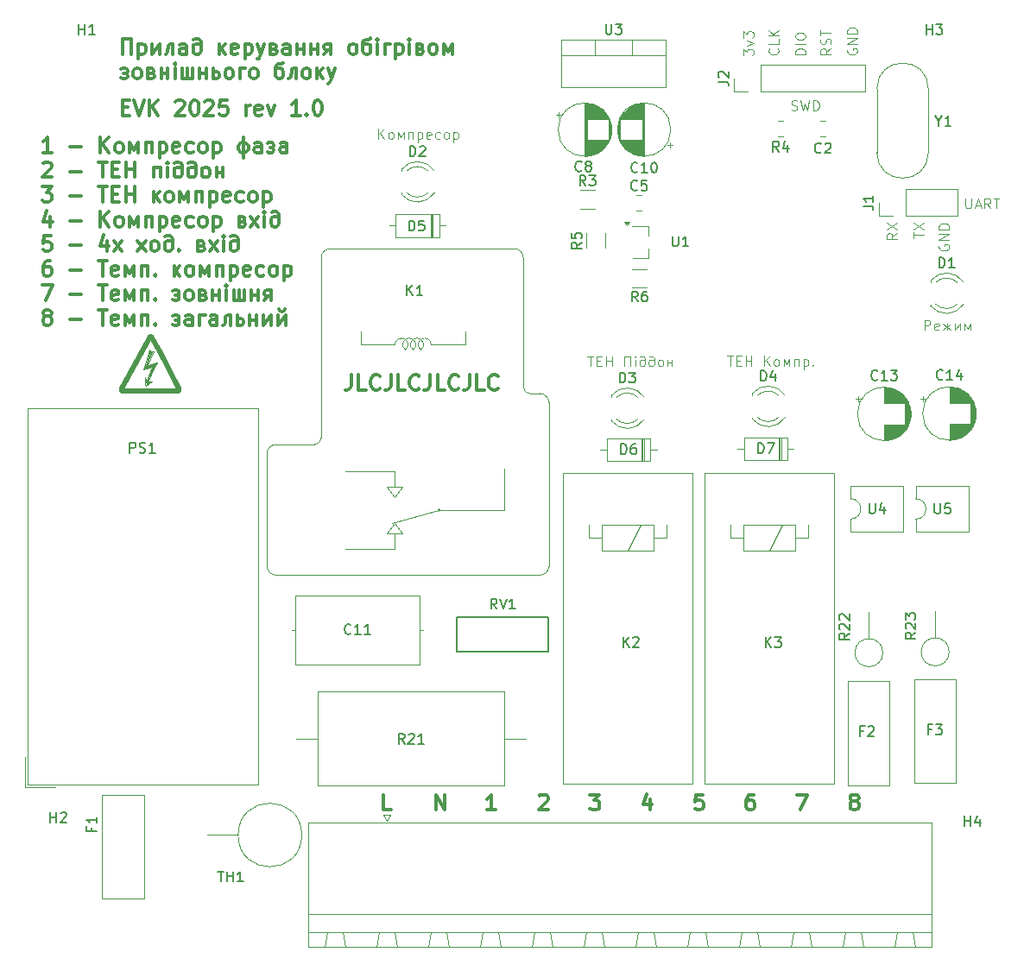
<source format=gbr>
%TF.GenerationSoftware,KiCad,Pcbnew,8.0.6*%
%TF.CreationDate,2024-12-30T11:18:50+02:00*%
%TF.ProjectId,project,70726f6a-6563-4742-9e6b-696361645f70,rev?*%
%TF.SameCoordinates,Original*%
%TF.FileFunction,Legend,Top*%
%TF.FilePolarity,Positive*%
%FSLAX46Y46*%
G04 Gerber Fmt 4.6, Leading zero omitted, Abs format (unit mm)*
G04 Created by KiCad (PCBNEW 8.0.6) date 2024-12-30 11:18:50*
%MOMM*%
%LPD*%
G01*
G04 APERTURE LIST*
%ADD10C,0.300000*%
%ADD11C,0.100000*%
%ADD12C,0.500000*%
%ADD13C,0.150000*%
%ADD14C,0.120000*%
G04 APERTURE END LIST*
D10*
X105358082Y-80000828D02*
X105358082Y-81072257D01*
X105358082Y-81072257D02*
X105286653Y-81286542D01*
X105286653Y-81286542D02*
X105143796Y-81429400D01*
X105143796Y-81429400D02*
X104929510Y-81500828D01*
X104929510Y-81500828D02*
X104786653Y-81500828D01*
X106786653Y-81500828D02*
X106072367Y-81500828D01*
X106072367Y-81500828D02*
X106072367Y-80000828D01*
X108143796Y-81357971D02*
X108072368Y-81429400D01*
X108072368Y-81429400D02*
X107858082Y-81500828D01*
X107858082Y-81500828D02*
X107715225Y-81500828D01*
X107715225Y-81500828D02*
X107500939Y-81429400D01*
X107500939Y-81429400D02*
X107358082Y-81286542D01*
X107358082Y-81286542D02*
X107286653Y-81143685D01*
X107286653Y-81143685D02*
X107215225Y-80857971D01*
X107215225Y-80857971D02*
X107215225Y-80643685D01*
X107215225Y-80643685D02*
X107286653Y-80357971D01*
X107286653Y-80357971D02*
X107358082Y-80215114D01*
X107358082Y-80215114D02*
X107500939Y-80072257D01*
X107500939Y-80072257D02*
X107715225Y-80000828D01*
X107715225Y-80000828D02*
X107858082Y-80000828D01*
X107858082Y-80000828D02*
X108072368Y-80072257D01*
X108072368Y-80072257D02*
X108143796Y-80143685D01*
X109215225Y-80000828D02*
X109215225Y-81072257D01*
X109215225Y-81072257D02*
X109143796Y-81286542D01*
X109143796Y-81286542D02*
X109000939Y-81429400D01*
X109000939Y-81429400D02*
X108786653Y-81500828D01*
X108786653Y-81500828D02*
X108643796Y-81500828D01*
X110643796Y-81500828D02*
X109929510Y-81500828D01*
X109929510Y-81500828D02*
X109929510Y-80000828D01*
X112000939Y-81357971D02*
X111929511Y-81429400D01*
X111929511Y-81429400D02*
X111715225Y-81500828D01*
X111715225Y-81500828D02*
X111572368Y-81500828D01*
X111572368Y-81500828D02*
X111358082Y-81429400D01*
X111358082Y-81429400D02*
X111215225Y-81286542D01*
X111215225Y-81286542D02*
X111143796Y-81143685D01*
X111143796Y-81143685D02*
X111072368Y-80857971D01*
X111072368Y-80857971D02*
X111072368Y-80643685D01*
X111072368Y-80643685D02*
X111143796Y-80357971D01*
X111143796Y-80357971D02*
X111215225Y-80215114D01*
X111215225Y-80215114D02*
X111358082Y-80072257D01*
X111358082Y-80072257D02*
X111572368Y-80000828D01*
X111572368Y-80000828D02*
X111715225Y-80000828D01*
X111715225Y-80000828D02*
X111929511Y-80072257D01*
X111929511Y-80072257D02*
X112000939Y-80143685D01*
X113072368Y-80000828D02*
X113072368Y-81072257D01*
X113072368Y-81072257D02*
X113000939Y-81286542D01*
X113000939Y-81286542D02*
X112858082Y-81429400D01*
X112858082Y-81429400D02*
X112643796Y-81500828D01*
X112643796Y-81500828D02*
X112500939Y-81500828D01*
X114500939Y-81500828D02*
X113786653Y-81500828D01*
X113786653Y-81500828D02*
X113786653Y-80000828D01*
X115858082Y-81357971D02*
X115786654Y-81429400D01*
X115786654Y-81429400D02*
X115572368Y-81500828D01*
X115572368Y-81500828D02*
X115429511Y-81500828D01*
X115429511Y-81500828D02*
X115215225Y-81429400D01*
X115215225Y-81429400D02*
X115072368Y-81286542D01*
X115072368Y-81286542D02*
X115000939Y-81143685D01*
X115000939Y-81143685D02*
X114929511Y-80857971D01*
X114929511Y-80857971D02*
X114929511Y-80643685D01*
X114929511Y-80643685D02*
X115000939Y-80357971D01*
X115000939Y-80357971D02*
X115072368Y-80215114D01*
X115072368Y-80215114D02*
X115215225Y-80072257D01*
X115215225Y-80072257D02*
X115429511Y-80000828D01*
X115429511Y-80000828D02*
X115572368Y-80000828D01*
X115572368Y-80000828D02*
X115786654Y-80072257D01*
X115786654Y-80072257D02*
X115858082Y-80143685D01*
X116929511Y-80000828D02*
X116929511Y-81072257D01*
X116929511Y-81072257D02*
X116858082Y-81286542D01*
X116858082Y-81286542D02*
X116715225Y-81429400D01*
X116715225Y-81429400D02*
X116500939Y-81500828D01*
X116500939Y-81500828D02*
X116358082Y-81500828D01*
X118358082Y-81500828D02*
X117643796Y-81500828D01*
X117643796Y-81500828D02*
X117643796Y-80000828D01*
X119715225Y-81357971D02*
X119643797Y-81429400D01*
X119643797Y-81429400D02*
X119429511Y-81500828D01*
X119429511Y-81500828D02*
X119286654Y-81500828D01*
X119286654Y-81500828D02*
X119072368Y-81429400D01*
X119072368Y-81429400D02*
X118929511Y-81286542D01*
X118929511Y-81286542D02*
X118858082Y-81143685D01*
X118858082Y-81143685D02*
X118786654Y-80857971D01*
X118786654Y-80857971D02*
X118786654Y-80643685D01*
X118786654Y-80643685D02*
X118858082Y-80357971D01*
X118858082Y-80357971D02*
X118929511Y-80215114D01*
X118929511Y-80215114D02*
X119072368Y-80072257D01*
X119072368Y-80072257D02*
X119286654Y-80000828D01*
X119286654Y-80000828D02*
X119429511Y-80000828D01*
X119429511Y-80000828D02*
X119643797Y-80072257D01*
X119643797Y-80072257D02*
X119715225Y-80143685D01*
X75965225Y-58221416D02*
X75108082Y-58221416D01*
X75536653Y-58221416D02*
X75536653Y-56721416D01*
X75536653Y-56721416D02*
X75393796Y-56935702D01*
X75393796Y-56935702D02*
X75250939Y-57078559D01*
X75250939Y-57078559D02*
X75108082Y-57149988D01*
X77750938Y-57649988D02*
X78893796Y-57649988D01*
X80750938Y-58221416D02*
X80750938Y-56721416D01*
X81608081Y-58221416D02*
X80965224Y-57364273D01*
X81608081Y-56721416D02*
X80750938Y-57578559D01*
X82465224Y-58221416D02*
X82322367Y-58149988D01*
X82322367Y-58149988D02*
X82250938Y-58078559D01*
X82250938Y-58078559D02*
X82179510Y-57935702D01*
X82179510Y-57935702D02*
X82179510Y-57507130D01*
X82179510Y-57507130D02*
X82250938Y-57364273D01*
X82250938Y-57364273D02*
X82322367Y-57292845D01*
X82322367Y-57292845D02*
X82465224Y-57221416D01*
X82465224Y-57221416D02*
X82679510Y-57221416D01*
X82679510Y-57221416D02*
X82822367Y-57292845D01*
X82822367Y-57292845D02*
X82893796Y-57364273D01*
X82893796Y-57364273D02*
X82965224Y-57507130D01*
X82965224Y-57507130D02*
X82965224Y-57935702D01*
X82965224Y-57935702D02*
X82893796Y-58078559D01*
X82893796Y-58078559D02*
X82822367Y-58149988D01*
X82822367Y-58149988D02*
X82679510Y-58221416D01*
X82679510Y-58221416D02*
X82465224Y-58221416D01*
X83608081Y-58221416D02*
X83608081Y-57221416D01*
X83608081Y-57221416D02*
X84036653Y-58007130D01*
X84036653Y-58007130D02*
X84465224Y-57221416D01*
X84465224Y-57221416D02*
X84465224Y-58221416D01*
X85179510Y-58221416D02*
X85179510Y-57221416D01*
X85179510Y-57221416D02*
X85822368Y-57221416D01*
X85822368Y-57221416D02*
X85822368Y-58221416D01*
X86536653Y-57221416D02*
X86536653Y-58721416D01*
X86536653Y-57292845D02*
X86679511Y-57221416D01*
X86679511Y-57221416D02*
X86965225Y-57221416D01*
X86965225Y-57221416D02*
X87108082Y-57292845D01*
X87108082Y-57292845D02*
X87179511Y-57364273D01*
X87179511Y-57364273D02*
X87250939Y-57507130D01*
X87250939Y-57507130D02*
X87250939Y-57935702D01*
X87250939Y-57935702D02*
X87179511Y-58078559D01*
X87179511Y-58078559D02*
X87108082Y-58149988D01*
X87108082Y-58149988D02*
X86965225Y-58221416D01*
X86965225Y-58221416D02*
X86679511Y-58221416D01*
X86679511Y-58221416D02*
X86536653Y-58149988D01*
X88465225Y-58149988D02*
X88322368Y-58221416D01*
X88322368Y-58221416D02*
X88036654Y-58221416D01*
X88036654Y-58221416D02*
X87893796Y-58149988D01*
X87893796Y-58149988D02*
X87822368Y-58007130D01*
X87822368Y-58007130D02*
X87822368Y-57435702D01*
X87822368Y-57435702D02*
X87893796Y-57292845D01*
X87893796Y-57292845D02*
X88036654Y-57221416D01*
X88036654Y-57221416D02*
X88322368Y-57221416D01*
X88322368Y-57221416D02*
X88465225Y-57292845D01*
X88465225Y-57292845D02*
X88536654Y-57435702D01*
X88536654Y-57435702D02*
X88536654Y-57578559D01*
X88536654Y-57578559D02*
X87822368Y-57721416D01*
X89822368Y-58149988D02*
X89679510Y-58221416D01*
X89679510Y-58221416D02*
X89393796Y-58221416D01*
X89393796Y-58221416D02*
X89250939Y-58149988D01*
X89250939Y-58149988D02*
X89179510Y-58078559D01*
X89179510Y-58078559D02*
X89108082Y-57935702D01*
X89108082Y-57935702D02*
X89108082Y-57507130D01*
X89108082Y-57507130D02*
X89179510Y-57364273D01*
X89179510Y-57364273D02*
X89250939Y-57292845D01*
X89250939Y-57292845D02*
X89393796Y-57221416D01*
X89393796Y-57221416D02*
X89679510Y-57221416D01*
X89679510Y-57221416D02*
X89822368Y-57292845D01*
X90679510Y-58221416D02*
X90536653Y-58149988D01*
X90536653Y-58149988D02*
X90465224Y-58078559D01*
X90465224Y-58078559D02*
X90393796Y-57935702D01*
X90393796Y-57935702D02*
X90393796Y-57507130D01*
X90393796Y-57507130D02*
X90465224Y-57364273D01*
X90465224Y-57364273D02*
X90536653Y-57292845D01*
X90536653Y-57292845D02*
X90679510Y-57221416D01*
X90679510Y-57221416D02*
X90893796Y-57221416D01*
X90893796Y-57221416D02*
X91036653Y-57292845D01*
X91036653Y-57292845D02*
X91108082Y-57364273D01*
X91108082Y-57364273D02*
X91179510Y-57507130D01*
X91179510Y-57507130D02*
X91179510Y-57935702D01*
X91179510Y-57935702D02*
X91108082Y-58078559D01*
X91108082Y-58078559D02*
X91036653Y-58149988D01*
X91036653Y-58149988D02*
X90893796Y-58221416D01*
X90893796Y-58221416D02*
X90679510Y-58221416D01*
X91822367Y-57221416D02*
X91822367Y-58721416D01*
X91822367Y-57292845D02*
X91965225Y-57221416D01*
X91965225Y-57221416D02*
X92250939Y-57221416D01*
X92250939Y-57221416D02*
X92393796Y-57292845D01*
X92393796Y-57292845D02*
X92465225Y-57364273D01*
X92465225Y-57364273D02*
X92536653Y-57507130D01*
X92536653Y-57507130D02*
X92536653Y-57935702D01*
X92536653Y-57935702D02*
X92465225Y-58078559D01*
X92465225Y-58078559D02*
X92393796Y-58149988D01*
X92393796Y-58149988D02*
X92250939Y-58221416D01*
X92250939Y-58221416D02*
X91965225Y-58221416D01*
X91965225Y-58221416D02*
X91822367Y-58149988D01*
X94750939Y-56721416D02*
X94750939Y-58721416D01*
X94608082Y-57221416D02*
X94893796Y-57221416D01*
X94893796Y-57221416D02*
X95036653Y-57292845D01*
X95036653Y-57292845D02*
X95179510Y-57435702D01*
X95179510Y-57435702D02*
X95250939Y-57578559D01*
X95250939Y-57578559D02*
X95250939Y-57864273D01*
X95250939Y-57864273D02*
X95179510Y-58007130D01*
X95179510Y-58007130D02*
X95036653Y-58149988D01*
X95036653Y-58149988D02*
X94893796Y-58221416D01*
X94893796Y-58221416D02*
X94608082Y-58221416D01*
X94608082Y-58221416D02*
X94465225Y-58149988D01*
X94465225Y-58149988D02*
X94322367Y-58007130D01*
X94322367Y-58007130D02*
X94250939Y-57864273D01*
X94250939Y-57864273D02*
X94250939Y-57578559D01*
X94250939Y-57578559D02*
X94322367Y-57435702D01*
X94322367Y-57435702D02*
X94465225Y-57292845D01*
X94465225Y-57292845D02*
X94608082Y-57221416D01*
X96536654Y-58221416D02*
X96536654Y-57435702D01*
X96536654Y-57435702D02*
X96465225Y-57292845D01*
X96465225Y-57292845D02*
X96322368Y-57221416D01*
X96322368Y-57221416D02*
X96036654Y-57221416D01*
X96036654Y-57221416D02*
X95893796Y-57292845D01*
X96536654Y-58149988D02*
X96393796Y-58221416D01*
X96393796Y-58221416D02*
X96036654Y-58221416D01*
X96036654Y-58221416D02*
X95893796Y-58149988D01*
X95893796Y-58149988D02*
X95822368Y-58007130D01*
X95822368Y-58007130D02*
X95822368Y-57864273D01*
X95822368Y-57864273D02*
X95893796Y-57721416D01*
X95893796Y-57721416D02*
X96036654Y-57649988D01*
X96036654Y-57649988D02*
X96393796Y-57649988D01*
X96393796Y-57649988D02*
X96536654Y-57578559D01*
X97393797Y-57721416D02*
X97536654Y-57721416D01*
X97108082Y-57292845D02*
X97250939Y-57221416D01*
X97250939Y-57221416D02*
X97536654Y-57221416D01*
X97536654Y-57221416D02*
X97679511Y-57292845D01*
X97679511Y-57292845D02*
X97750939Y-57435702D01*
X97750939Y-57435702D02*
X97750939Y-57507130D01*
X97750939Y-57507130D02*
X97679511Y-57649988D01*
X97679511Y-57649988D02*
X97536654Y-57721416D01*
X97536654Y-57721416D02*
X97679511Y-57792845D01*
X97679511Y-57792845D02*
X97750939Y-57935702D01*
X97750939Y-57935702D02*
X97750939Y-58007130D01*
X97750939Y-58007130D02*
X97679511Y-58149988D01*
X97679511Y-58149988D02*
X97536654Y-58221416D01*
X97536654Y-58221416D02*
X97250939Y-58221416D01*
X97250939Y-58221416D02*
X97108082Y-58149988D01*
X99036654Y-58221416D02*
X99036654Y-57435702D01*
X99036654Y-57435702D02*
X98965225Y-57292845D01*
X98965225Y-57292845D02*
X98822368Y-57221416D01*
X98822368Y-57221416D02*
X98536654Y-57221416D01*
X98536654Y-57221416D02*
X98393796Y-57292845D01*
X99036654Y-58149988D02*
X98893796Y-58221416D01*
X98893796Y-58221416D02*
X98536654Y-58221416D01*
X98536654Y-58221416D02*
X98393796Y-58149988D01*
X98393796Y-58149988D02*
X98322368Y-58007130D01*
X98322368Y-58007130D02*
X98322368Y-57864273D01*
X98322368Y-57864273D02*
X98393796Y-57721416D01*
X98393796Y-57721416D02*
X98536654Y-57649988D01*
X98536654Y-57649988D02*
X98893796Y-57649988D01*
X98893796Y-57649988D02*
X99036654Y-57578559D01*
X75108082Y-59279189D02*
X75179510Y-59207761D01*
X75179510Y-59207761D02*
X75322368Y-59136332D01*
X75322368Y-59136332D02*
X75679510Y-59136332D01*
X75679510Y-59136332D02*
X75822368Y-59207761D01*
X75822368Y-59207761D02*
X75893796Y-59279189D01*
X75893796Y-59279189D02*
X75965225Y-59422046D01*
X75965225Y-59422046D02*
X75965225Y-59564904D01*
X75965225Y-59564904D02*
X75893796Y-59779189D01*
X75893796Y-59779189D02*
X75036653Y-60636332D01*
X75036653Y-60636332D02*
X75965225Y-60636332D01*
X77750938Y-60064904D02*
X78893796Y-60064904D01*
X80536653Y-59136332D02*
X81393796Y-59136332D01*
X80965224Y-60636332D02*
X80965224Y-59136332D01*
X81893795Y-59850618D02*
X82393795Y-59850618D01*
X82608081Y-60636332D02*
X81893795Y-60636332D01*
X81893795Y-60636332D02*
X81893795Y-59136332D01*
X81893795Y-59136332D02*
X82608081Y-59136332D01*
X83250938Y-60636332D02*
X83250938Y-59136332D01*
X83250938Y-59850618D02*
X84108081Y-59850618D01*
X84108081Y-60636332D02*
X84108081Y-59136332D01*
X85965224Y-60636332D02*
X85965224Y-59636332D01*
X85965224Y-59636332D02*
X86608082Y-59636332D01*
X86608082Y-59636332D02*
X86608082Y-60636332D01*
X87322367Y-60636332D02*
X87322367Y-59636332D01*
X87322367Y-59136332D02*
X87250939Y-59207761D01*
X87250939Y-59207761D02*
X87322367Y-59279189D01*
X87322367Y-59279189D02*
X87393796Y-59207761D01*
X87393796Y-59207761D02*
X87322367Y-59136332D01*
X87322367Y-59136332D02*
X87322367Y-59279189D01*
X88750939Y-59779189D02*
X88679511Y-59707761D01*
X88679511Y-59707761D02*
X88536653Y-59636332D01*
X88536653Y-59636332D02*
X88250939Y-59636332D01*
X88250939Y-59636332D02*
X88108082Y-59707761D01*
X88108082Y-59707761D02*
X88036653Y-59779189D01*
X88036653Y-59779189D02*
X87965225Y-59922046D01*
X87965225Y-59922046D02*
X87965225Y-60350618D01*
X87965225Y-60350618D02*
X88036653Y-60493475D01*
X88036653Y-60493475D02*
X88108082Y-60564904D01*
X88108082Y-60564904D02*
X88250939Y-60636332D01*
X88250939Y-60636332D02*
X88465225Y-60636332D01*
X88465225Y-60636332D02*
X88608082Y-60564904D01*
X88608082Y-60564904D02*
X88679511Y-60493475D01*
X88679511Y-60493475D02*
X88750939Y-60350618D01*
X88750939Y-60350618D02*
X88750939Y-59422046D01*
X88750939Y-59422046D02*
X88679511Y-59279189D01*
X88679511Y-59279189D02*
X88608082Y-59207761D01*
X88608082Y-59207761D02*
X88465225Y-59136332D01*
X88465225Y-59136332D02*
X88179511Y-59136332D01*
X88179511Y-59136332D02*
X88036653Y-59207761D01*
X90108082Y-59779189D02*
X90036654Y-59707761D01*
X90036654Y-59707761D02*
X89893796Y-59636332D01*
X89893796Y-59636332D02*
X89608082Y-59636332D01*
X89608082Y-59636332D02*
X89465225Y-59707761D01*
X89465225Y-59707761D02*
X89393796Y-59779189D01*
X89393796Y-59779189D02*
X89322368Y-59922046D01*
X89322368Y-59922046D02*
X89322368Y-60350618D01*
X89322368Y-60350618D02*
X89393796Y-60493475D01*
X89393796Y-60493475D02*
X89465225Y-60564904D01*
X89465225Y-60564904D02*
X89608082Y-60636332D01*
X89608082Y-60636332D02*
X89822368Y-60636332D01*
X89822368Y-60636332D02*
X89965225Y-60564904D01*
X89965225Y-60564904D02*
X90036654Y-60493475D01*
X90036654Y-60493475D02*
X90108082Y-60350618D01*
X90108082Y-60350618D02*
X90108082Y-59422046D01*
X90108082Y-59422046D02*
X90036654Y-59279189D01*
X90036654Y-59279189D02*
X89965225Y-59207761D01*
X89965225Y-59207761D02*
X89822368Y-59136332D01*
X89822368Y-59136332D02*
X89536654Y-59136332D01*
X89536654Y-59136332D02*
X89393796Y-59207761D01*
X90965225Y-60636332D02*
X90822368Y-60564904D01*
X90822368Y-60564904D02*
X90750939Y-60493475D01*
X90750939Y-60493475D02*
X90679511Y-60350618D01*
X90679511Y-60350618D02*
X90679511Y-59922046D01*
X90679511Y-59922046D02*
X90750939Y-59779189D01*
X90750939Y-59779189D02*
X90822368Y-59707761D01*
X90822368Y-59707761D02*
X90965225Y-59636332D01*
X90965225Y-59636332D02*
X91179511Y-59636332D01*
X91179511Y-59636332D02*
X91322368Y-59707761D01*
X91322368Y-59707761D02*
X91393797Y-59779189D01*
X91393797Y-59779189D02*
X91465225Y-59922046D01*
X91465225Y-59922046D02*
X91465225Y-60350618D01*
X91465225Y-60350618D02*
X91393797Y-60493475D01*
X91393797Y-60493475D02*
X91322368Y-60564904D01*
X91322368Y-60564904D02*
X91179511Y-60636332D01*
X91179511Y-60636332D02*
X90965225Y-60636332D01*
X92108082Y-60136332D02*
X92750940Y-60136332D01*
X92108082Y-59636332D02*
X92108082Y-60636332D01*
X92750940Y-59636332D02*
X92750940Y-60636332D01*
X75036653Y-61551248D02*
X75965225Y-61551248D01*
X75965225Y-61551248D02*
X75465225Y-62122677D01*
X75465225Y-62122677D02*
X75679510Y-62122677D01*
X75679510Y-62122677D02*
X75822368Y-62194105D01*
X75822368Y-62194105D02*
X75893796Y-62265534D01*
X75893796Y-62265534D02*
X75965225Y-62408391D01*
X75965225Y-62408391D02*
X75965225Y-62765534D01*
X75965225Y-62765534D02*
X75893796Y-62908391D01*
X75893796Y-62908391D02*
X75822368Y-62979820D01*
X75822368Y-62979820D02*
X75679510Y-63051248D01*
X75679510Y-63051248D02*
X75250939Y-63051248D01*
X75250939Y-63051248D02*
X75108082Y-62979820D01*
X75108082Y-62979820D02*
X75036653Y-62908391D01*
X77750938Y-62479820D02*
X78893796Y-62479820D01*
X80536653Y-61551248D02*
X81393796Y-61551248D01*
X80965224Y-63051248D02*
X80965224Y-61551248D01*
X81893795Y-62265534D02*
X82393795Y-62265534D01*
X82608081Y-63051248D02*
X81893795Y-63051248D01*
X81893795Y-63051248D02*
X81893795Y-61551248D01*
X81893795Y-61551248D02*
X82608081Y-61551248D01*
X83250938Y-63051248D02*
X83250938Y-61551248D01*
X83250938Y-62265534D02*
X84108081Y-62265534D01*
X84108081Y-63051248D02*
X84108081Y-61551248D01*
X85965224Y-62051248D02*
X85965224Y-63051248D01*
X86108082Y-62479820D02*
X86536653Y-63051248D01*
X86536653Y-62051248D02*
X85965224Y-62622677D01*
X87393796Y-63051248D02*
X87250939Y-62979820D01*
X87250939Y-62979820D02*
X87179510Y-62908391D01*
X87179510Y-62908391D02*
X87108082Y-62765534D01*
X87108082Y-62765534D02*
X87108082Y-62336962D01*
X87108082Y-62336962D02*
X87179510Y-62194105D01*
X87179510Y-62194105D02*
X87250939Y-62122677D01*
X87250939Y-62122677D02*
X87393796Y-62051248D01*
X87393796Y-62051248D02*
X87608082Y-62051248D01*
X87608082Y-62051248D02*
X87750939Y-62122677D01*
X87750939Y-62122677D02*
X87822368Y-62194105D01*
X87822368Y-62194105D02*
X87893796Y-62336962D01*
X87893796Y-62336962D02*
X87893796Y-62765534D01*
X87893796Y-62765534D02*
X87822368Y-62908391D01*
X87822368Y-62908391D02*
X87750939Y-62979820D01*
X87750939Y-62979820D02*
X87608082Y-63051248D01*
X87608082Y-63051248D02*
X87393796Y-63051248D01*
X88536653Y-63051248D02*
X88536653Y-62051248D01*
X88536653Y-62051248D02*
X88965225Y-62836962D01*
X88965225Y-62836962D02*
X89393796Y-62051248D01*
X89393796Y-62051248D02*
X89393796Y-63051248D01*
X90108082Y-63051248D02*
X90108082Y-62051248D01*
X90108082Y-62051248D02*
X90750940Y-62051248D01*
X90750940Y-62051248D02*
X90750940Y-63051248D01*
X91465225Y-62051248D02*
X91465225Y-63551248D01*
X91465225Y-62122677D02*
X91608083Y-62051248D01*
X91608083Y-62051248D02*
X91893797Y-62051248D01*
X91893797Y-62051248D02*
X92036654Y-62122677D01*
X92036654Y-62122677D02*
X92108083Y-62194105D01*
X92108083Y-62194105D02*
X92179511Y-62336962D01*
X92179511Y-62336962D02*
X92179511Y-62765534D01*
X92179511Y-62765534D02*
X92108083Y-62908391D01*
X92108083Y-62908391D02*
X92036654Y-62979820D01*
X92036654Y-62979820D02*
X91893797Y-63051248D01*
X91893797Y-63051248D02*
X91608083Y-63051248D01*
X91608083Y-63051248D02*
X91465225Y-62979820D01*
X93393797Y-62979820D02*
X93250940Y-63051248D01*
X93250940Y-63051248D02*
X92965226Y-63051248D01*
X92965226Y-63051248D02*
X92822368Y-62979820D01*
X92822368Y-62979820D02*
X92750940Y-62836962D01*
X92750940Y-62836962D02*
X92750940Y-62265534D01*
X92750940Y-62265534D02*
X92822368Y-62122677D01*
X92822368Y-62122677D02*
X92965226Y-62051248D01*
X92965226Y-62051248D02*
X93250940Y-62051248D01*
X93250940Y-62051248D02*
X93393797Y-62122677D01*
X93393797Y-62122677D02*
X93465226Y-62265534D01*
X93465226Y-62265534D02*
X93465226Y-62408391D01*
X93465226Y-62408391D02*
X92750940Y-62551248D01*
X94750940Y-62979820D02*
X94608082Y-63051248D01*
X94608082Y-63051248D02*
X94322368Y-63051248D01*
X94322368Y-63051248D02*
X94179511Y-62979820D01*
X94179511Y-62979820D02*
X94108082Y-62908391D01*
X94108082Y-62908391D02*
X94036654Y-62765534D01*
X94036654Y-62765534D02*
X94036654Y-62336962D01*
X94036654Y-62336962D02*
X94108082Y-62194105D01*
X94108082Y-62194105D02*
X94179511Y-62122677D01*
X94179511Y-62122677D02*
X94322368Y-62051248D01*
X94322368Y-62051248D02*
X94608082Y-62051248D01*
X94608082Y-62051248D02*
X94750940Y-62122677D01*
X95608082Y-63051248D02*
X95465225Y-62979820D01*
X95465225Y-62979820D02*
X95393796Y-62908391D01*
X95393796Y-62908391D02*
X95322368Y-62765534D01*
X95322368Y-62765534D02*
X95322368Y-62336962D01*
X95322368Y-62336962D02*
X95393796Y-62194105D01*
X95393796Y-62194105D02*
X95465225Y-62122677D01*
X95465225Y-62122677D02*
X95608082Y-62051248D01*
X95608082Y-62051248D02*
X95822368Y-62051248D01*
X95822368Y-62051248D02*
X95965225Y-62122677D01*
X95965225Y-62122677D02*
X96036654Y-62194105D01*
X96036654Y-62194105D02*
X96108082Y-62336962D01*
X96108082Y-62336962D02*
X96108082Y-62765534D01*
X96108082Y-62765534D02*
X96036654Y-62908391D01*
X96036654Y-62908391D02*
X95965225Y-62979820D01*
X95965225Y-62979820D02*
X95822368Y-63051248D01*
X95822368Y-63051248D02*
X95608082Y-63051248D01*
X96750939Y-62051248D02*
X96750939Y-63551248D01*
X96750939Y-62122677D02*
X96893797Y-62051248D01*
X96893797Y-62051248D02*
X97179511Y-62051248D01*
X97179511Y-62051248D02*
X97322368Y-62122677D01*
X97322368Y-62122677D02*
X97393797Y-62194105D01*
X97393797Y-62194105D02*
X97465225Y-62336962D01*
X97465225Y-62336962D02*
X97465225Y-62765534D01*
X97465225Y-62765534D02*
X97393797Y-62908391D01*
X97393797Y-62908391D02*
X97322368Y-62979820D01*
X97322368Y-62979820D02*
X97179511Y-63051248D01*
X97179511Y-63051248D02*
X96893797Y-63051248D01*
X96893797Y-63051248D02*
X96750939Y-62979820D01*
X75822368Y-64466164D02*
X75822368Y-65466164D01*
X75465225Y-63894736D02*
X75108082Y-64966164D01*
X75108082Y-64966164D02*
X76036653Y-64966164D01*
X77750938Y-64894736D02*
X78893796Y-64894736D01*
X80750938Y-65466164D02*
X80750938Y-63966164D01*
X81608081Y-65466164D02*
X80965224Y-64609021D01*
X81608081Y-63966164D02*
X80750938Y-64823307D01*
X82465224Y-65466164D02*
X82322367Y-65394736D01*
X82322367Y-65394736D02*
X82250938Y-65323307D01*
X82250938Y-65323307D02*
X82179510Y-65180450D01*
X82179510Y-65180450D02*
X82179510Y-64751878D01*
X82179510Y-64751878D02*
X82250938Y-64609021D01*
X82250938Y-64609021D02*
X82322367Y-64537593D01*
X82322367Y-64537593D02*
X82465224Y-64466164D01*
X82465224Y-64466164D02*
X82679510Y-64466164D01*
X82679510Y-64466164D02*
X82822367Y-64537593D01*
X82822367Y-64537593D02*
X82893796Y-64609021D01*
X82893796Y-64609021D02*
X82965224Y-64751878D01*
X82965224Y-64751878D02*
X82965224Y-65180450D01*
X82965224Y-65180450D02*
X82893796Y-65323307D01*
X82893796Y-65323307D02*
X82822367Y-65394736D01*
X82822367Y-65394736D02*
X82679510Y-65466164D01*
X82679510Y-65466164D02*
X82465224Y-65466164D01*
X83608081Y-65466164D02*
X83608081Y-64466164D01*
X83608081Y-64466164D02*
X84036653Y-65251878D01*
X84036653Y-65251878D02*
X84465224Y-64466164D01*
X84465224Y-64466164D02*
X84465224Y-65466164D01*
X85179510Y-65466164D02*
X85179510Y-64466164D01*
X85179510Y-64466164D02*
X85822368Y-64466164D01*
X85822368Y-64466164D02*
X85822368Y-65466164D01*
X86536653Y-64466164D02*
X86536653Y-65966164D01*
X86536653Y-64537593D02*
X86679511Y-64466164D01*
X86679511Y-64466164D02*
X86965225Y-64466164D01*
X86965225Y-64466164D02*
X87108082Y-64537593D01*
X87108082Y-64537593D02*
X87179511Y-64609021D01*
X87179511Y-64609021D02*
X87250939Y-64751878D01*
X87250939Y-64751878D02*
X87250939Y-65180450D01*
X87250939Y-65180450D02*
X87179511Y-65323307D01*
X87179511Y-65323307D02*
X87108082Y-65394736D01*
X87108082Y-65394736D02*
X86965225Y-65466164D01*
X86965225Y-65466164D02*
X86679511Y-65466164D01*
X86679511Y-65466164D02*
X86536653Y-65394736D01*
X88465225Y-65394736D02*
X88322368Y-65466164D01*
X88322368Y-65466164D02*
X88036654Y-65466164D01*
X88036654Y-65466164D02*
X87893796Y-65394736D01*
X87893796Y-65394736D02*
X87822368Y-65251878D01*
X87822368Y-65251878D02*
X87822368Y-64680450D01*
X87822368Y-64680450D02*
X87893796Y-64537593D01*
X87893796Y-64537593D02*
X88036654Y-64466164D01*
X88036654Y-64466164D02*
X88322368Y-64466164D01*
X88322368Y-64466164D02*
X88465225Y-64537593D01*
X88465225Y-64537593D02*
X88536654Y-64680450D01*
X88536654Y-64680450D02*
X88536654Y-64823307D01*
X88536654Y-64823307D02*
X87822368Y-64966164D01*
X89822368Y-65394736D02*
X89679510Y-65466164D01*
X89679510Y-65466164D02*
X89393796Y-65466164D01*
X89393796Y-65466164D02*
X89250939Y-65394736D01*
X89250939Y-65394736D02*
X89179510Y-65323307D01*
X89179510Y-65323307D02*
X89108082Y-65180450D01*
X89108082Y-65180450D02*
X89108082Y-64751878D01*
X89108082Y-64751878D02*
X89179510Y-64609021D01*
X89179510Y-64609021D02*
X89250939Y-64537593D01*
X89250939Y-64537593D02*
X89393796Y-64466164D01*
X89393796Y-64466164D02*
X89679510Y-64466164D01*
X89679510Y-64466164D02*
X89822368Y-64537593D01*
X90679510Y-65466164D02*
X90536653Y-65394736D01*
X90536653Y-65394736D02*
X90465224Y-65323307D01*
X90465224Y-65323307D02*
X90393796Y-65180450D01*
X90393796Y-65180450D02*
X90393796Y-64751878D01*
X90393796Y-64751878D02*
X90465224Y-64609021D01*
X90465224Y-64609021D02*
X90536653Y-64537593D01*
X90536653Y-64537593D02*
X90679510Y-64466164D01*
X90679510Y-64466164D02*
X90893796Y-64466164D01*
X90893796Y-64466164D02*
X91036653Y-64537593D01*
X91036653Y-64537593D02*
X91108082Y-64609021D01*
X91108082Y-64609021D02*
X91179510Y-64751878D01*
X91179510Y-64751878D02*
X91179510Y-65180450D01*
X91179510Y-65180450D02*
X91108082Y-65323307D01*
X91108082Y-65323307D02*
X91036653Y-65394736D01*
X91036653Y-65394736D02*
X90893796Y-65466164D01*
X90893796Y-65466164D02*
X90679510Y-65466164D01*
X91822367Y-64466164D02*
X91822367Y-65966164D01*
X91822367Y-64537593D02*
X91965225Y-64466164D01*
X91965225Y-64466164D02*
X92250939Y-64466164D01*
X92250939Y-64466164D02*
X92393796Y-64537593D01*
X92393796Y-64537593D02*
X92465225Y-64609021D01*
X92465225Y-64609021D02*
X92536653Y-64751878D01*
X92536653Y-64751878D02*
X92536653Y-65180450D01*
X92536653Y-65180450D02*
X92465225Y-65323307D01*
X92465225Y-65323307D02*
X92393796Y-65394736D01*
X92393796Y-65394736D02*
X92250939Y-65466164D01*
X92250939Y-65466164D02*
X91965225Y-65466164D01*
X91965225Y-65466164D02*
X91822367Y-65394736D01*
X94679510Y-64966164D02*
X94893796Y-65037593D01*
X94893796Y-65037593D02*
X94965225Y-65180450D01*
X94965225Y-65180450D02*
X94965225Y-65251878D01*
X94965225Y-65251878D02*
X94893796Y-65394736D01*
X94893796Y-65394736D02*
X94750939Y-65466164D01*
X94750939Y-65466164D02*
X94322367Y-65466164D01*
X94322367Y-65466164D02*
X94322367Y-64466164D01*
X94322367Y-64466164D02*
X94679510Y-64466164D01*
X94679510Y-64466164D02*
X94822367Y-64537593D01*
X94822367Y-64537593D02*
X94893796Y-64680450D01*
X94893796Y-64680450D02*
X94893796Y-64751878D01*
X94893796Y-64751878D02*
X94822367Y-64894736D01*
X94822367Y-64894736D02*
X94679510Y-64966164D01*
X94679510Y-64966164D02*
X94322367Y-64966164D01*
X95465224Y-65466164D02*
X96250939Y-64466164D01*
X95465224Y-64466164D02*
X96250939Y-65466164D01*
X96822367Y-65466164D02*
X96822367Y-64466164D01*
X96822367Y-63966164D02*
X96750939Y-64037593D01*
X96750939Y-64037593D02*
X96822367Y-64109021D01*
X96822367Y-64109021D02*
X96893796Y-64037593D01*
X96893796Y-64037593D02*
X96822367Y-63966164D01*
X96822367Y-63966164D02*
X96822367Y-64109021D01*
X98250939Y-64609021D02*
X98179511Y-64537593D01*
X98179511Y-64537593D02*
X98036653Y-64466164D01*
X98036653Y-64466164D02*
X97750939Y-64466164D01*
X97750939Y-64466164D02*
X97608082Y-64537593D01*
X97608082Y-64537593D02*
X97536653Y-64609021D01*
X97536653Y-64609021D02*
X97465225Y-64751878D01*
X97465225Y-64751878D02*
X97465225Y-65180450D01*
X97465225Y-65180450D02*
X97536653Y-65323307D01*
X97536653Y-65323307D02*
X97608082Y-65394736D01*
X97608082Y-65394736D02*
X97750939Y-65466164D01*
X97750939Y-65466164D02*
X97965225Y-65466164D01*
X97965225Y-65466164D02*
X98108082Y-65394736D01*
X98108082Y-65394736D02*
X98179511Y-65323307D01*
X98179511Y-65323307D02*
X98250939Y-65180450D01*
X98250939Y-65180450D02*
X98250939Y-64251878D01*
X98250939Y-64251878D02*
X98179511Y-64109021D01*
X98179511Y-64109021D02*
X98108082Y-64037593D01*
X98108082Y-64037593D02*
X97965225Y-63966164D01*
X97965225Y-63966164D02*
X97679511Y-63966164D01*
X97679511Y-63966164D02*
X97536653Y-64037593D01*
X75893796Y-66381080D02*
X75179510Y-66381080D01*
X75179510Y-66381080D02*
X75108082Y-67095366D01*
X75108082Y-67095366D02*
X75179510Y-67023937D01*
X75179510Y-67023937D02*
X75322368Y-66952509D01*
X75322368Y-66952509D02*
X75679510Y-66952509D01*
X75679510Y-66952509D02*
X75822368Y-67023937D01*
X75822368Y-67023937D02*
X75893796Y-67095366D01*
X75893796Y-67095366D02*
X75965225Y-67238223D01*
X75965225Y-67238223D02*
X75965225Y-67595366D01*
X75965225Y-67595366D02*
X75893796Y-67738223D01*
X75893796Y-67738223D02*
X75822368Y-67809652D01*
X75822368Y-67809652D02*
X75679510Y-67881080D01*
X75679510Y-67881080D02*
X75322368Y-67881080D01*
X75322368Y-67881080D02*
X75179510Y-67809652D01*
X75179510Y-67809652D02*
X75108082Y-67738223D01*
X77750938Y-67309652D02*
X78893796Y-67309652D01*
X81393796Y-66881080D02*
X81393796Y-67881080D01*
X81036653Y-66309652D02*
X80679510Y-67381080D01*
X80679510Y-67381080D02*
X81608081Y-67381080D01*
X82036652Y-67881080D02*
X82822367Y-66881080D01*
X82036652Y-66881080D02*
X82822367Y-67881080D01*
X84393795Y-67881080D02*
X85179510Y-66881080D01*
X84393795Y-66881080D02*
X85179510Y-67881080D01*
X85965224Y-67881080D02*
X85822367Y-67809652D01*
X85822367Y-67809652D02*
X85750938Y-67738223D01*
X85750938Y-67738223D02*
X85679510Y-67595366D01*
X85679510Y-67595366D02*
X85679510Y-67166794D01*
X85679510Y-67166794D02*
X85750938Y-67023937D01*
X85750938Y-67023937D02*
X85822367Y-66952509D01*
X85822367Y-66952509D02*
X85965224Y-66881080D01*
X85965224Y-66881080D02*
X86179510Y-66881080D01*
X86179510Y-66881080D02*
X86322367Y-66952509D01*
X86322367Y-66952509D02*
X86393796Y-67023937D01*
X86393796Y-67023937D02*
X86465224Y-67166794D01*
X86465224Y-67166794D02*
X86465224Y-67595366D01*
X86465224Y-67595366D02*
X86393796Y-67738223D01*
X86393796Y-67738223D02*
X86322367Y-67809652D01*
X86322367Y-67809652D02*
X86179510Y-67881080D01*
X86179510Y-67881080D02*
X85965224Y-67881080D01*
X87822367Y-67023937D02*
X87750939Y-66952509D01*
X87750939Y-66952509D02*
X87608081Y-66881080D01*
X87608081Y-66881080D02*
X87322367Y-66881080D01*
X87322367Y-66881080D02*
X87179510Y-66952509D01*
X87179510Y-66952509D02*
X87108081Y-67023937D01*
X87108081Y-67023937D02*
X87036653Y-67166794D01*
X87036653Y-67166794D02*
X87036653Y-67595366D01*
X87036653Y-67595366D02*
X87108081Y-67738223D01*
X87108081Y-67738223D02*
X87179510Y-67809652D01*
X87179510Y-67809652D02*
X87322367Y-67881080D01*
X87322367Y-67881080D02*
X87536653Y-67881080D01*
X87536653Y-67881080D02*
X87679510Y-67809652D01*
X87679510Y-67809652D02*
X87750939Y-67738223D01*
X87750939Y-67738223D02*
X87822367Y-67595366D01*
X87822367Y-67595366D02*
X87822367Y-66666794D01*
X87822367Y-66666794D02*
X87750939Y-66523937D01*
X87750939Y-66523937D02*
X87679510Y-66452509D01*
X87679510Y-66452509D02*
X87536653Y-66381080D01*
X87536653Y-66381080D02*
X87250939Y-66381080D01*
X87250939Y-66381080D02*
X87108081Y-66452509D01*
X88465224Y-67738223D02*
X88536653Y-67809652D01*
X88536653Y-67809652D02*
X88465224Y-67881080D01*
X88465224Y-67881080D02*
X88393796Y-67809652D01*
X88393796Y-67809652D02*
X88465224Y-67738223D01*
X88465224Y-67738223D02*
X88465224Y-67881080D01*
X90679510Y-67381080D02*
X90893796Y-67452509D01*
X90893796Y-67452509D02*
X90965225Y-67595366D01*
X90965225Y-67595366D02*
X90965225Y-67666794D01*
X90965225Y-67666794D02*
X90893796Y-67809652D01*
X90893796Y-67809652D02*
X90750939Y-67881080D01*
X90750939Y-67881080D02*
X90322367Y-67881080D01*
X90322367Y-67881080D02*
X90322367Y-66881080D01*
X90322367Y-66881080D02*
X90679510Y-66881080D01*
X90679510Y-66881080D02*
X90822367Y-66952509D01*
X90822367Y-66952509D02*
X90893796Y-67095366D01*
X90893796Y-67095366D02*
X90893796Y-67166794D01*
X90893796Y-67166794D02*
X90822367Y-67309652D01*
X90822367Y-67309652D02*
X90679510Y-67381080D01*
X90679510Y-67381080D02*
X90322367Y-67381080D01*
X91465224Y-67881080D02*
X92250939Y-66881080D01*
X91465224Y-66881080D02*
X92250939Y-67881080D01*
X92822367Y-67881080D02*
X92822367Y-66881080D01*
X92822367Y-66381080D02*
X92750939Y-66452509D01*
X92750939Y-66452509D02*
X92822367Y-66523937D01*
X92822367Y-66523937D02*
X92893796Y-66452509D01*
X92893796Y-66452509D02*
X92822367Y-66381080D01*
X92822367Y-66381080D02*
X92822367Y-66523937D01*
X94250939Y-67023937D02*
X94179511Y-66952509D01*
X94179511Y-66952509D02*
X94036653Y-66881080D01*
X94036653Y-66881080D02*
X93750939Y-66881080D01*
X93750939Y-66881080D02*
X93608082Y-66952509D01*
X93608082Y-66952509D02*
X93536653Y-67023937D01*
X93536653Y-67023937D02*
X93465225Y-67166794D01*
X93465225Y-67166794D02*
X93465225Y-67595366D01*
X93465225Y-67595366D02*
X93536653Y-67738223D01*
X93536653Y-67738223D02*
X93608082Y-67809652D01*
X93608082Y-67809652D02*
X93750939Y-67881080D01*
X93750939Y-67881080D02*
X93965225Y-67881080D01*
X93965225Y-67881080D02*
X94108082Y-67809652D01*
X94108082Y-67809652D02*
X94179511Y-67738223D01*
X94179511Y-67738223D02*
X94250939Y-67595366D01*
X94250939Y-67595366D02*
X94250939Y-66666794D01*
X94250939Y-66666794D02*
X94179511Y-66523937D01*
X94179511Y-66523937D02*
X94108082Y-66452509D01*
X94108082Y-66452509D02*
X93965225Y-66381080D01*
X93965225Y-66381080D02*
X93679511Y-66381080D01*
X93679511Y-66381080D02*
X93536653Y-66452509D01*
X75822368Y-68795996D02*
X75536653Y-68795996D01*
X75536653Y-68795996D02*
X75393796Y-68867425D01*
X75393796Y-68867425D02*
X75322368Y-68938853D01*
X75322368Y-68938853D02*
X75179510Y-69153139D01*
X75179510Y-69153139D02*
X75108082Y-69438853D01*
X75108082Y-69438853D02*
X75108082Y-70010282D01*
X75108082Y-70010282D02*
X75179510Y-70153139D01*
X75179510Y-70153139D02*
X75250939Y-70224568D01*
X75250939Y-70224568D02*
X75393796Y-70295996D01*
X75393796Y-70295996D02*
X75679510Y-70295996D01*
X75679510Y-70295996D02*
X75822368Y-70224568D01*
X75822368Y-70224568D02*
X75893796Y-70153139D01*
X75893796Y-70153139D02*
X75965225Y-70010282D01*
X75965225Y-70010282D02*
X75965225Y-69653139D01*
X75965225Y-69653139D02*
X75893796Y-69510282D01*
X75893796Y-69510282D02*
X75822368Y-69438853D01*
X75822368Y-69438853D02*
X75679510Y-69367425D01*
X75679510Y-69367425D02*
X75393796Y-69367425D01*
X75393796Y-69367425D02*
X75250939Y-69438853D01*
X75250939Y-69438853D02*
X75179510Y-69510282D01*
X75179510Y-69510282D02*
X75108082Y-69653139D01*
X77750938Y-69724568D02*
X78893796Y-69724568D01*
X80536653Y-68795996D02*
X81393796Y-68795996D01*
X80965224Y-70295996D02*
X80965224Y-68795996D01*
X82465224Y-70224568D02*
X82322367Y-70295996D01*
X82322367Y-70295996D02*
X82036653Y-70295996D01*
X82036653Y-70295996D02*
X81893795Y-70224568D01*
X81893795Y-70224568D02*
X81822367Y-70081710D01*
X81822367Y-70081710D02*
X81822367Y-69510282D01*
X81822367Y-69510282D02*
X81893795Y-69367425D01*
X81893795Y-69367425D02*
X82036653Y-69295996D01*
X82036653Y-69295996D02*
X82322367Y-69295996D01*
X82322367Y-69295996D02*
X82465224Y-69367425D01*
X82465224Y-69367425D02*
X82536653Y-69510282D01*
X82536653Y-69510282D02*
X82536653Y-69653139D01*
X82536653Y-69653139D02*
X81822367Y-69795996D01*
X83179509Y-70295996D02*
X83179509Y-69295996D01*
X83179509Y-69295996D02*
X83608081Y-70081710D01*
X83608081Y-70081710D02*
X84036652Y-69295996D01*
X84036652Y-69295996D02*
X84036652Y-70295996D01*
X84750938Y-70295996D02*
X84750938Y-69295996D01*
X84750938Y-69295996D02*
X85393796Y-69295996D01*
X85393796Y-69295996D02*
X85393796Y-70295996D01*
X86108081Y-70153139D02*
X86179510Y-70224568D01*
X86179510Y-70224568D02*
X86108081Y-70295996D01*
X86108081Y-70295996D02*
X86036653Y-70224568D01*
X86036653Y-70224568D02*
X86108081Y-70153139D01*
X86108081Y-70153139D02*
X86108081Y-70295996D01*
X87965224Y-69295996D02*
X87965224Y-70295996D01*
X88108082Y-69724568D02*
X88536653Y-70295996D01*
X88536653Y-69295996D02*
X87965224Y-69867425D01*
X89393796Y-70295996D02*
X89250939Y-70224568D01*
X89250939Y-70224568D02*
X89179510Y-70153139D01*
X89179510Y-70153139D02*
X89108082Y-70010282D01*
X89108082Y-70010282D02*
X89108082Y-69581710D01*
X89108082Y-69581710D02*
X89179510Y-69438853D01*
X89179510Y-69438853D02*
X89250939Y-69367425D01*
X89250939Y-69367425D02*
X89393796Y-69295996D01*
X89393796Y-69295996D02*
X89608082Y-69295996D01*
X89608082Y-69295996D02*
X89750939Y-69367425D01*
X89750939Y-69367425D02*
X89822368Y-69438853D01*
X89822368Y-69438853D02*
X89893796Y-69581710D01*
X89893796Y-69581710D02*
X89893796Y-70010282D01*
X89893796Y-70010282D02*
X89822368Y-70153139D01*
X89822368Y-70153139D02*
X89750939Y-70224568D01*
X89750939Y-70224568D02*
X89608082Y-70295996D01*
X89608082Y-70295996D02*
X89393796Y-70295996D01*
X90536653Y-70295996D02*
X90536653Y-69295996D01*
X90536653Y-69295996D02*
X90965225Y-70081710D01*
X90965225Y-70081710D02*
X91393796Y-69295996D01*
X91393796Y-69295996D02*
X91393796Y-70295996D01*
X92108082Y-70295996D02*
X92108082Y-69295996D01*
X92108082Y-69295996D02*
X92750940Y-69295996D01*
X92750940Y-69295996D02*
X92750940Y-70295996D01*
X93465225Y-69295996D02*
X93465225Y-70795996D01*
X93465225Y-69367425D02*
X93608083Y-69295996D01*
X93608083Y-69295996D02*
X93893797Y-69295996D01*
X93893797Y-69295996D02*
X94036654Y-69367425D01*
X94036654Y-69367425D02*
X94108083Y-69438853D01*
X94108083Y-69438853D02*
X94179511Y-69581710D01*
X94179511Y-69581710D02*
X94179511Y-70010282D01*
X94179511Y-70010282D02*
X94108083Y-70153139D01*
X94108083Y-70153139D02*
X94036654Y-70224568D01*
X94036654Y-70224568D02*
X93893797Y-70295996D01*
X93893797Y-70295996D02*
X93608083Y-70295996D01*
X93608083Y-70295996D02*
X93465225Y-70224568D01*
X95393797Y-70224568D02*
X95250940Y-70295996D01*
X95250940Y-70295996D02*
X94965226Y-70295996D01*
X94965226Y-70295996D02*
X94822368Y-70224568D01*
X94822368Y-70224568D02*
X94750940Y-70081710D01*
X94750940Y-70081710D02*
X94750940Y-69510282D01*
X94750940Y-69510282D02*
X94822368Y-69367425D01*
X94822368Y-69367425D02*
X94965226Y-69295996D01*
X94965226Y-69295996D02*
X95250940Y-69295996D01*
X95250940Y-69295996D02*
X95393797Y-69367425D01*
X95393797Y-69367425D02*
X95465226Y-69510282D01*
X95465226Y-69510282D02*
X95465226Y-69653139D01*
X95465226Y-69653139D02*
X94750940Y-69795996D01*
X96750940Y-70224568D02*
X96608082Y-70295996D01*
X96608082Y-70295996D02*
X96322368Y-70295996D01*
X96322368Y-70295996D02*
X96179511Y-70224568D01*
X96179511Y-70224568D02*
X96108082Y-70153139D01*
X96108082Y-70153139D02*
X96036654Y-70010282D01*
X96036654Y-70010282D02*
X96036654Y-69581710D01*
X96036654Y-69581710D02*
X96108082Y-69438853D01*
X96108082Y-69438853D02*
X96179511Y-69367425D01*
X96179511Y-69367425D02*
X96322368Y-69295996D01*
X96322368Y-69295996D02*
X96608082Y-69295996D01*
X96608082Y-69295996D02*
X96750940Y-69367425D01*
X97608082Y-70295996D02*
X97465225Y-70224568D01*
X97465225Y-70224568D02*
X97393796Y-70153139D01*
X97393796Y-70153139D02*
X97322368Y-70010282D01*
X97322368Y-70010282D02*
X97322368Y-69581710D01*
X97322368Y-69581710D02*
X97393796Y-69438853D01*
X97393796Y-69438853D02*
X97465225Y-69367425D01*
X97465225Y-69367425D02*
X97608082Y-69295996D01*
X97608082Y-69295996D02*
X97822368Y-69295996D01*
X97822368Y-69295996D02*
X97965225Y-69367425D01*
X97965225Y-69367425D02*
X98036654Y-69438853D01*
X98036654Y-69438853D02*
X98108082Y-69581710D01*
X98108082Y-69581710D02*
X98108082Y-70010282D01*
X98108082Y-70010282D02*
X98036654Y-70153139D01*
X98036654Y-70153139D02*
X97965225Y-70224568D01*
X97965225Y-70224568D02*
X97822368Y-70295996D01*
X97822368Y-70295996D02*
X97608082Y-70295996D01*
X98750939Y-69295996D02*
X98750939Y-70795996D01*
X98750939Y-69367425D02*
X98893797Y-69295996D01*
X98893797Y-69295996D02*
X99179511Y-69295996D01*
X99179511Y-69295996D02*
X99322368Y-69367425D01*
X99322368Y-69367425D02*
X99393797Y-69438853D01*
X99393797Y-69438853D02*
X99465225Y-69581710D01*
X99465225Y-69581710D02*
X99465225Y-70010282D01*
X99465225Y-70010282D02*
X99393797Y-70153139D01*
X99393797Y-70153139D02*
X99322368Y-70224568D01*
X99322368Y-70224568D02*
X99179511Y-70295996D01*
X99179511Y-70295996D02*
X98893797Y-70295996D01*
X98893797Y-70295996D02*
X98750939Y-70224568D01*
X75036653Y-71210912D02*
X76036653Y-71210912D01*
X76036653Y-71210912D02*
X75393796Y-72710912D01*
X77750938Y-72139484D02*
X78893796Y-72139484D01*
X80536653Y-71210912D02*
X81393796Y-71210912D01*
X80965224Y-72710912D02*
X80965224Y-71210912D01*
X82465224Y-72639484D02*
X82322367Y-72710912D01*
X82322367Y-72710912D02*
X82036653Y-72710912D01*
X82036653Y-72710912D02*
X81893795Y-72639484D01*
X81893795Y-72639484D02*
X81822367Y-72496626D01*
X81822367Y-72496626D02*
X81822367Y-71925198D01*
X81822367Y-71925198D02*
X81893795Y-71782341D01*
X81893795Y-71782341D02*
X82036653Y-71710912D01*
X82036653Y-71710912D02*
X82322367Y-71710912D01*
X82322367Y-71710912D02*
X82465224Y-71782341D01*
X82465224Y-71782341D02*
X82536653Y-71925198D01*
X82536653Y-71925198D02*
X82536653Y-72068055D01*
X82536653Y-72068055D02*
X81822367Y-72210912D01*
X83179509Y-72710912D02*
X83179509Y-71710912D01*
X83179509Y-71710912D02*
X83608081Y-72496626D01*
X83608081Y-72496626D02*
X84036652Y-71710912D01*
X84036652Y-71710912D02*
X84036652Y-72710912D01*
X84750938Y-72710912D02*
X84750938Y-71710912D01*
X84750938Y-71710912D02*
X85393796Y-71710912D01*
X85393796Y-71710912D02*
X85393796Y-72710912D01*
X86108081Y-72568055D02*
X86179510Y-72639484D01*
X86179510Y-72639484D02*
X86108081Y-72710912D01*
X86108081Y-72710912D02*
X86036653Y-72639484D01*
X86036653Y-72639484D02*
X86108081Y-72568055D01*
X86108081Y-72568055D02*
X86108081Y-72710912D01*
X88108082Y-72210912D02*
X88250939Y-72210912D01*
X87822367Y-71782341D02*
X87965224Y-71710912D01*
X87965224Y-71710912D02*
X88250939Y-71710912D01*
X88250939Y-71710912D02*
X88393796Y-71782341D01*
X88393796Y-71782341D02*
X88465224Y-71925198D01*
X88465224Y-71925198D02*
X88465224Y-71996626D01*
X88465224Y-71996626D02*
X88393796Y-72139484D01*
X88393796Y-72139484D02*
X88250939Y-72210912D01*
X88250939Y-72210912D02*
X88393796Y-72282341D01*
X88393796Y-72282341D02*
X88465224Y-72425198D01*
X88465224Y-72425198D02*
X88465224Y-72496626D01*
X88465224Y-72496626D02*
X88393796Y-72639484D01*
X88393796Y-72639484D02*
X88250939Y-72710912D01*
X88250939Y-72710912D02*
X87965224Y-72710912D01*
X87965224Y-72710912D02*
X87822367Y-72639484D01*
X89322367Y-72710912D02*
X89179510Y-72639484D01*
X89179510Y-72639484D02*
X89108081Y-72568055D01*
X89108081Y-72568055D02*
X89036653Y-72425198D01*
X89036653Y-72425198D02*
X89036653Y-71996626D01*
X89036653Y-71996626D02*
X89108081Y-71853769D01*
X89108081Y-71853769D02*
X89179510Y-71782341D01*
X89179510Y-71782341D02*
X89322367Y-71710912D01*
X89322367Y-71710912D02*
X89536653Y-71710912D01*
X89536653Y-71710912D02*
X89679510Y-71782341D01*
X89679510Y-71782341D02*
X89750939Y-71853769D01*
X89750939Y-71853769D02*
X89822367Y-71996626D01*
X89822367Y-71996626D02*
X89822367Y-72425198D01*
X89822367Y-72425198D02*
X89750939Y-72568055D01*
X89750939Y-72568055D02*
X89679510Y-72639484D01*
X89679510Y-72639484D02*
X89536653Y-72710912D01*
X89536653Y-72710912D02*
X89322367Y-72710912D01*
X90822367Y-72210912D02*
X91036653Y-72282341D01*
X91036653Y-72282341D02*
X91108082Y-72425198D01*
X91108082Y-72425198D02*
X91108082Y-72496626D01*
X91108082Y-72496626D02*
X91036653Y-72639484D01*
X91036653Y-72639484D02*
X90893796Y-72710912D01*
X90893796Y-72710912D02*
X90465224Y-72710912D01*
X90465224Y-72710912D02*
X90465224Y-71710912D01*
X90465224Y-71710912D02*
X90822367Y-71710912D01*
X90822367Y-71710912D02*
X90965224Y-71782341D01*
X90965224Y-71782341D02*
X91036653Y-71925198D01*
X91036653Y-71925198D02*
X91036653Y-71996626D01*
X91036653Y-71996626D02*
X90965224Y-72139484D01*
X90965224Y-72139484D02*
X90822367Y-72210912D01*
X90822367Y-72210912D02*
X90465224Y-72210912D01*
X91750938Y-72210912D02*
X92393796Y-72210912D01*
X91750938Y-71710912D02*
X91750938Y-72710912D01*
X92393796Y-71710912D02*
X92393796Y-72710912D01*
X93108081Y-72710912D02*
X93108081Y-71710912D01*
X93108081Y-71210912D02*
X93036653Y-71282341D01*
X93036653Y-71282341D02*
X93108081Y-71353769D01*
X93108081Y-71353769D02*
X93179510Y-71282341D01*
X93179510Y-71282341D02*
X93108081Y-71210912D01*
X93108081Y-71210912D02*
X93108081Y-71353769D01*
X94322367Y-71710912D02*
X94322367Y-72710912D01*
X93822367Y-71710912D02*
X93822367Y-72710912D01*
X93822367Y-72710912D02*
X94822367Y-72710912D01*
X94822367Y-72710912D02*
X94822367Y-71710912D01*
X95536653Y-72210912D02*
X96179511Y-72210912D01*
X95536653Y-71710912D02*
X95536653Y-72710912D01*
X96179511Y-71710912D02*
X96179511Y-72710912D01*
X97179511Y-72282341D02*
X96822368Y-72710912D01*
X97465225Y-72710912D02*
X97465225Y-71710912D01*
X97465225Y-71710912D02*
X97036654Y-71710912D01*
X97036654Y-71710912D02*
X96893796Y-71782341D01*
X96893796Y-71782341D02*
X96822368Y-71925198D01*
X96822368Y-71925198D02*
X96822368Y-72068055D01*
X96822368Y-72068055D02*
X96893796Y-72210912D01*
X96893796Y-72210912D02*
X97036654Y-72282341D01*
X97036654Y-72282341D02*
X97465225Y-72282341D01*
X75393796Y-74268685D02*
X75250939Y-74197257D01*
X75250939Y-74197257D02*
X75179510Y-74125828D01*
X75179510Y-74125828D02*
X75108082Y-73982971D01*
X75108082Y-73982971D02*
X75108082Y-73911542D01*
X75108082Y-73911542D02*
X75179510Y-73768685D01*
X75179510Y-73768685D02*
X75250939Y-73697257D01*
X75250939Y-73697257D02*
X75393796Y-73625828D01*
X75393796Y-73625828D02*
X75679510Y-73625828D01*
X75679510Y-73625828D02*
X75822368Y-73697257D01*
X75822368Y-73697257D02*
X75893796Y-73768685D01*
X75893796Y-73768685D02*
X75965225Y-73911542D01*
X75965225Y-73911542D02*
X75965225Y-73982971D01*
X75965225Y-73982971D02*
X75893796Y-74125828D01*
X75893796Y-74125828D02*
X75822368Y-74197257D01*
X75822368Y-74197257D02*
X75679510Y-74268685D01*
X75679510Y-74268685D02*
X75393796Y-74268685D01*
X75393796Y-74268685D02*
X75250939Y-74340114D01*
X75250939Y-74340114D02*
X75179510Y-74411542D01*
X75179510Y-74411542D02*
X75108082Y-74554400D01*
X75108082Y-74554400D02*
X75108082Y-74840114D01*
X75108082Y-74840114D02*
X75179510Y-74982971D01*
X75179510Y-74982971D02*
X75250939Y-75054400D01*
X75250939Y-75054400D02*
X75393796Y-75125828D01*
X75393796Y-75125828D02*
X75679510Y-75125828D01*
X75679510Y-75125828D02*
X75822368Y-75054400D01*
X75822368Y-75054400D02*
X75893796Y-74982971D01*
X75893796Y-74982971D02*
X75965225Y-74840114D01*
X75965225Y-74840114D02*
X75965225Y-74554400D01*
X75965225Y-74554400D02*
X75893796Y-74411542D01*
X75893796Y-74411542D02*
X75822368Y-74340114D01*
X75822368Y-74340114D02*
X75679510Y-74268685D01*
X77750938Y-74554400D02*
X78893796Y-74554400D01*
X80536653Y-73625828D02*
X81393796Y-73625828D01*
X80965224Y-75125828D02*
X80965224Y-73625828D01*
X82465224Y-75054400D02*
X82322367Y-75125828D01*
X82322367Y-75125828D02*
X82036653Y-75125828D01*
X82036653Y-75125828D02*
X81893795Y-75054400D01*
X81893795Y-75054400D02*
X81822367Y-74911542D01*
X81822367Y-74911542D02*
X81822367Y-74340114D01*
X81822367Y-74340114D02*
X81893795Y-74197257D01*
X81893795Y-74197257D02*
X82036653Y-74125828D01*
X82036653Y-74125828D02*
X82322367Y-74125828D01*
X82322367Y-74125828D02*
X82465224Y-74197257D01*
X82465224Y-74197257D02*
X82536653Y-74340114D01*
X82536653Y-74340114D02*
X82536653Y-74482971D01*
X82536653Y-74482971D02*
X81822367Y-74625828D01*
X83179509Y-75125828D02*
X83179509Y-74125828D01*
X83179509Y-74125828D02*
X83608081Y-74911542D01*
X83608081Y-74911542D02*
X84036652Y-74125828D01*
X84036652Y-74125828D02*
X84036652Y-75125828D01*
X84750938Y-75125828D02*
X84750938Y-74125828D01*
X84750938Y-74125828D02*
X85393796Y-74125828D01*
X85393796Y-74125828D02*
X85393796Y-75125828D01*
X86108081Y-74982971D02*
X86179510Y-75054400D01*
X86179510Y-75054400D02*
X86108081Y-75125828D01*
X86108081Y-75125828D02*
X86036653Y-75054400D01*
X86036653Y-75054400D02*
X86108081Y-74982971D01*
X86108081Y-74982971D02*
X86108081Y-75125828D01*
X88108082Y-74625828D02*
X88250939Y-74625828D01*
X87822367Y-74197257D02*
X87965224Y-74125828D01*
X87965224Y-74125828D02*
X88250939Y-74125828D01*
X88250939Y-74125828D02*
X88393796Y-74197257D01*
X88393796Y-74197257D02*
X88465224Y-74340114D01*
X88465224Y-74340114D02*
X88465224Y-74411542D01*
X88465224Y-74411542D02*
X88393796Y-74554400D01*
X88393796Y-74554400D02*
X88250939Y-74625828D01*
X88250939Y-74625828D02*
X88393796Y-74697257D01*
X88393796Y-74697257D02*
X88465224Y-74840114D01*
X88465224Y-74840114D02*
X88465224Y-74911542D01*
X88465224Y-74911542D02*
X88393796Y-75054400D01*
X88393796Y-75054400D02*
X88250939Y-75125828D01*
X88250939Y-75125828D02*
X87965224Y-75125828D01*
X87965224Y-75125828D02*
X87822367Y-75054400D01*
X89750939Y-75125828D02*
X89750939Y-74340114D01*
X89750939Y-74340114D02*
X89679510Y-74197257D01*
X89679510Y-74197257D02*
X89536653Y-74125828D01*
X89536653Y-74125828D02*
X89250939Y-74125828D01*
X89250939Y-74125828D02*
X89108081Y-74197257D01*
X89750939Y-75054400D02*
X89608081Y-75125828D01*
X89608081Y-75125828D02*
X89250939Y-75125828D01*
X89250939Y-75125828D02*
X89108081Y-75054400D01*
X89108081Y-75054400D02*
X89036653Y-74911542D01*
X89036653Y-74911542D02*
X89036653Y-74768685D01*
X89036653Y-74768685D02*
X89108081Y-74625828D01*
X89108081Y-74625828D02*
X89250939Y-74554400D01*
X89250939Y-74554400D02*
X89608081Y-74554400D01*
X89608081Y-74554400D02*
X89750939Y-74482971D01*
X90465224Y-75125828D02*
X90465224Y-74125828D01*
X90465224Y-74125828D02*
X91036653Y-74125828D01*
X92179511Y-75125828D02*
X92179511Y-74340114D01*
X92179511Y-74340114D02*
X92108082Y-74197257D01*
X92108082Y-74197257D02*
X91965225Y-74125828D01*
X91965225Y-74125828D02*
X91679511Y-74125828D01*
X91679511Y-74125828D02*
X91536653Y-74197257D01*
X92179511Y-75054400D02*
X92036653Y-75125828D01*
X92036653Y-75125828D02*
X91679511Y-75125828D01*
X91679511Y-75125828D02*
X91536653Y-75054400D01*
X91536653Y-75054400D02*
X91465225Y-74911542D01*
X91465225Y-74911542D02*
X91465225Y-74768685D01*
X91465225Y-74768685D02*
X91536653Y-74625828D01*
X91536653Y-74625828D02*
X91679511Y-74554400D01*
X91679511Y-74554400D02*
X92036653Y-74554400D01*
X92036653Y-74554400D02*
X92179511Y-74482971D01*
X93465225Y-75125828D02*
X93465225Y-74125828D01*
X93465225Y-74125828D02*
X93250939Y-74125828D01*
X93250939Y-74125828D02*
X93108082Y-74197257D01*
X93108082Y-74197257D02*
X93036654Y-74340114D01*
X93036654Y-74340114D02*
X92965225Y-74911542D01*
X92965225Y-74911542D02*
X92893796Y-75054400D01*
X92893796Y-75054400D02*
X92750939Y-75125828D01*
X94179510Y-74125828D02*
X94179510Y-75125828D01*
X94179510Y-75125828D02*
X94536653Y-75125828D01*
X94536653Y-75125828D02*
X94679510Y-75054400D01*
X94679510Y-75054400D02*
X94750939Y-74911542D01*
X94750939Y-74911542D02*
X94750939Y-74697257D01*
X94750939Y-74697257D02*
X94679510Y-74554400D01*
X94679510Y-74554400D02*
X94536653Y-74482971D01*
X94536653Y-74482971D02*
X94179510Y-74482971D01*
X95393796Y-74625828D02*
X96036654Y-74625828D01*
X95393796Y-74125828D02*
X95393796Y-75125828D01*
X96036654Y-74125828D02*
X96036654Y-75125828D01*
X96750939Y-74125828D02*
X96750939Y-75125828D01*
X96750939Y-75125828D02*
X97465225Y-74125828D01*
X97465225Y-74125828D02*
X97465225Y-75125828D01*
X98179510Y-74125828D02*
X98179510Y-75125828D01*
X98179510Y-75125828D02*
X98893796Y-74125828D01*
X98893796Y-74125828D02*
X98893796Y-75125828D01*
X98250939Y-73554400D02*
X98322368Y-73697257D01*
X98322368Y-73697257D02*
X98465225Y-73768685D01*
X98465225Y-73768685D02*
X98608082Y-73768685D01*
X98608082Y-73768685D02*
X98750939Y-73697257D01*
X98750939Y-73697257D02*
X98822368Y-73554400D01*
X154543796Y-121818685D02*
X154400939Y-121747257D01*
X154400939Y-121747257D02*
X154329510Y-121675828D01*
X154329510Y-121675828D02*
X154258082Y-121532971D01*
X154258082Y-121532971D02*
X154258082Y-121461542D01*
X154258082Y-121461542D02*
X154329510Y-121318685D01*
X154329510Y-121318685D02*
X154400939Y-121247257D01*
X154400939Y-121247257D02*
X154543796Y-121175828D01*
X154543796Y-121175828D02*
X154829510Y-121175828D01*
X154829510Y-121175828D02*
X154972368Y-121247257D01*
X154972368Y-121247257D02*
X155043796Y-121318685D01*
X155043796Y-121318685D02*
X155115225Y-121461542D01*
X155115225Y-121461542D02*
X155115225Y-121532971D01*
X155115225Y-121532971D02*
X155043796Y-121675828D01*
X155043796Y-121675828D02*
X154972368Y-121747257D01*
X154972368Y-121747257D02*
X154829510Y-121818685D01*
X154829510Y-121818685D02*
X154543796Y-121818685D01*
X154543796Y-121818685D02*
X154400939Y-121890114D01*
X154400939Y-121890114D02*
X154329510Y-121961542D01*
X154329510Y-121961542D02*
X154258082Y-122104400D01*
X154258082Y-122104400D02*
X154258082Y-122390114D01*
X154258082Y-122390114D02*
X154329510Y-122532971D01*
X154329510Y-122532971D02*
X154400939Y-122604400D01*
X154400939Y-122604400D02*
X154543796Y-122675828D01*
X154543796Y-122675828D02*
X154829510Y-122675828D01*
X154829510Y-122675828D02*
X154972368Y-122604400D01*
X154972368Y-122604400D02*
X155043796Y-122532971D01*
X155043796Y-122532971D02*
X155115225Y-122390114D01*
X155115225Y-122390114D02*
X155115225Y-122104400D01*
X155115225Y-122104400D02*
X155043796Y-121961542D01*
X155043796Y-121961542D02*
X154972368Y-121890114D01*
X154972368Y-121890114D02*
X154829510Y-121818685D01*
X149061653Y-121175828D02*
X150061653Y-121175828D01*
X150061653Y-121175828D02*
X149418796Y-122675828D01*
X144772368Y-121175828D02*
X144486653Y-121175828D01*
X144486653Y-121175828D02*
X144343796Y-121247257D01*
X144343796Y-121247257D02*
X144272368Y-121318685D01*
X144272368Y-121318685D02*
X144129510Y-121532971D01*
X144129510Y-121532971D02*
X144058082Y-121818685D01*
X144058082Y-121818685D02*
X144058082Y-122390114D01*
X144058082Y-122390114D02*
X144129510Y-122532971D01*
X144129510Y-122532971D02*
X144200939Y-122604400D01*
X144200939Y-122604400D02*
X144343796Y-122675828D01*
X144343796Y-122675828D02*
X144629510Y-122675828D01*
X144629510Y-122675828D02*
X144772368Y-122604400D01*
X144772368Y-122604400D02*
X144843796Y-122532971D01*
X144843796Y-122532971D02*
X144915225Y-122390114D01*
X144915225Y-122390114D02*
X144915225Y-122032971D01*
X144915225Y-122032971D02*
X144843796Y-121890114D01*
X144843796Y-121890114D02*
X144772368Y-121818685D01*
X144772368Y-121818685D02*
X144629510Y-121747257D01*
X144629510Y-121747257D02*
X144343796Y-121747257D01*
X144343796Y-121747257D02*
X144200939Y-121818685D01*
X144200939Y-121818685D02*
X144129510Y-121890114D01*
X144129510Y-121890114D02*
X144058082Y-122032971D01*
X139818796Y-121175828D02*
X139104510Y-121175828D01*
X139104510Y-121175828D02*
X139033082Y-121890114D01*
X139033082Y-121890114D02*
X139104510Y-121818685D01*
X139104510Y-121818685D02*
X139247368Y-121747257D01*
X139247368Y-121747257D02*
X139604510Y-121747257D01*
X139604510Y-121747257D02*
X139747368Y-121818685D01*
X139747368Y-121818685D02*
X139818796Y-121890114D01*
X139818796Y-121890114D02*
X139890225Y-122032971D01*
X139890225Y-122032971D02*
X139890225Y-122390114D01*
X139890225Y-122390114D02*
X139818796Y-122532971D01*
X139818796Y-122532971D02*
X139747368Y-122604400D01*
X139747368Y-122604400D02*
X139604510Y-122675828D01*
X139604510Y-122675828D02*
X139247368Y-122675828D01*
X139247368Y-122675828D02*
X139104510Y-122604400D01*
X139104510Y-122604400D02*
X139033082Y-122532971D01*
X134647368Y-121675828D02*
X134647368Y-122675828D01*
X134290225Y-121104400D02*
X133933082Y-122175828D01*
X133933082Y-122175828D02*
X134861653Y-122175828D01*
X128761653Y-121175828D02*
X129690225Y-121175828D01*
X129690225Y-121175828D02*
X129190225Y-121747257D01*
X129190225Y-121747257D02*
X129404510Y-121747257D01*
X129404510Y-121747257D02*
X129547368Y-121818685D01*
X129547368Y-121818685D02*
X129618796Y-121890114D01*
X129618796Y-121890114D02*
X129690225Y-122032971D01*
X129690225Y-122032971D02*
X129690225Y-122390114D01*
X129690225Y-122390114D02*
X129618796Y-122532971D01*
X129618796Y-122532971D02*
X129547368Y-122604400D01*
X129547368Y-122604400D02*
X129404510Y-122675828D01*
X129404510Y-122675828D02*
X128975939Y-122675828D01*
X128975939Y-122675828D02*
X128833082Y-122604400D01*
X128833082Y-122604400D02*
X128761653Y-122532971D01*
X123783082Y-121318685D02*
X123854510Y-121247257D01*
X123854510Y-121247257D02*
X123997368Y-121175828D01*
X123997368Y-121175828D02*
X124354510Y-121175828D01*
X124354510Y-121175828D02*
X124497368Y-121247257D01*
X124497368Y-121247257D02*
X124568796Y-121318685D01*
X124568796Y-121318685D02*
X124640225Y-121461542D01*
X124640225Y-121461542D02*
X124640225Y-121604400D01*
X124640225Y-121604400D02*
X124568796Y-121818685D01*
X124568796Y-121818685D02*
X123711653Y-122675828D01*
X123711653Y-122675828D02*
X124640225Y-122675828D01*
X119465225Y-122675828D02*
X118608082Y-122675828D01*
X119036653Y-122675828D02*
X119036653Y-121175828D01*
X119036653Y-121175828D02*
X118893796Y-121390114D01*
X118893796Y-121390114D02*
X118750939Y-121532971D01*
X118750939Y-121532971D02*
X118608082Y-121604400D01*
X113679510Y-122675828D02*
X113679510Y-121175828D01*
X113679510Y-121175828D02*
X114536653Y-122675828D01*
X114536653Y-122675828D02*
X114536653Y-121175828D01*
X109243796Y-122675828D02*
X108529510Y-122675828D01*
X108529510Y-122675828D02*
X108529510Y-121175828D01*
D11*
X149872419Y-48546115D02*
X148872419Y-48546115D01*
X148872419Y-48546115D02*
X148872419Y-48308020D01*
X148872419Y-48308020D02*
X148920038Y-48165163D01*
X148920038Y-48165163D02*
X149015276Y-48069925D01*
X149015276Y-48069925D02*
X149110514Y-48022306D01*
X149110514Y-48022306D02*
X149300990Y-47974687D01*
X149300990Y-47974687D02*
X149443847Y-47974687D01*
X149443847Y-47974687D02*
X149634323Y-48022306D01*
X149634323Y-48022306D02*
X149729561Y-48069925D01*
X149729561Y-48069925D02*
X149824800Y-48165163D01*
X149824800Y-48165163D02*
X149872419Y-48308020D01*
X149872419Y-48308020D02*
X149872419Y-48546115D01*
X149872419Y-47546115D02*
X148872419Y-47546115D01*
X148872419Y-46879449D02*
X148872419Y-46688973D01*
X148872419Y-46688973D02*
X148920038Y-46593735D01*
X148920038Y-46593735D02*
X149015276Y-46498497D01*
X149015276Y-46498497D02*
X149205752Y-46450878D01*
X149205752Y-46450878D02*
X149539085Y-46450878D01*
X149539085Y-46450878D02*
X149729561Y-46498497D01*
X149729561Y-46498497D02*
X149824800Y-46593735D01*
X149824800Y-46593735D02*
X149872419Y-46688973D01*
X149872419Y-46688973D02*
X149872419Y-46879449D01*
X149872419Y-46879449D02*
X149824800Y-46974687D01*
X149824800Y-46974687D02*
X149729561Y-47069925D01*
X149729561Y-47069925D02*
X149539085Y-47117544D01*
X149539085Y-47117544D02*
X149205752Y-47117544D01*
X149205752Y-47117544D02*
X149015276Y-47069925D01*
X149015276Y-47069925D02*
X148920038Y-46974687D01*
X148920038Y-46974687D02*
X148872419Y-46879449D01*
X147177180Y-47974687D02*
X147224800Y-48022306D01*
X147224800Y-48022306D02*
X147272419Y-48165163D01*
X147272419Y-48165163D02*
X147272419Y-48260401D01*
X147272419Y-48260401D02*
X147224800Y-48403258D01*
X147224800Y-48403258D02*
X147129561Y-48498496D01*
X147129561Y-48498496D02*
X147034323Y-48546115D01*
X147034323Y-48546115D02*
X146843847Y-48593734D01*
X146843847Y-48593734D02*
X146700990Y-48593734D01*
X146700990Y-48593734D02*
X146510514Y-48546115D01*
X146510514Y-48546115D02*
X146415276Y-48498496D01*
X146415276Y-48498496D02*
X146320038Y-48403258D01*
X146320038Y-48403258D02*
X146272419Y-48260401D01*
X146272419Y-48260401D02*
X146272419Y-48165163D01*
X146272419Y-48165163D02*
X146320038Y-48022306D01*
X146320038Y-48022306D02*
X146367657Y-47974687D01*
X147272419Y-47069925D02*
X147272419Y-47546115D01*
X147272419Y-47546115D02*
X146272419Y-47546115D01*
X147272419Y-46736591D02*
X146272419Y-46736591D01*
X147272419Y-46165163D02*
X146700990Y-46593734D01*
X146272419Y-46165163D02*
X146843847Y-46736591D01*
X152372419Y-47974687D02*
X151896228Y-48308020D01*
X152372419Y-48546115D02*
X151372419Y-48546115D01*
X151372419Y-48546115D02*
X151372419Y-48165163D01*
X151372419Y-48165163D02*
X151420038Y-48069925D01*
X151420038Y-48069925D02*
X151467657Y-48022306D01*
X151467657Y-48022306D02*
X151562895Y-47974687D01*
X151562895Y-47974687D02*
X151705752Y-47974687D01*
X151705752Y-47974687D02*
X151800990Y-48022306D01*
X151800990Y-48022306D02*
X151848609Y-48069925D01*
X151848609Y-48069925D02*
X151896228Y-48165163D01*
X151896228Y-48165163D02*
X151896228Y-48546115D01*
X152324800Y-47593734D02*
X152372419Y-47450877D01*
X152372419Y-47450877D02*
X152372419Y-47212782D01*
X152372419Y-47212782D02*
X152324800Y-47117544D01*
X152324800Y-47117544D02*
X152277180Y-47069925D01*
X152277180Y-47069925D02*
X152181942Y-47022306D01*
X152181942Y-47022306D02*
X152086704Y-47022306D01*
X152086704Y-47022306D02*
X151991466Y-47069925D01*
X151991466Y-47069925D02*
X151943847Y-47117544D01*
X151943847Y-47117544D02*
X151896228Y-47212782D01*
X151896228Y-47212782D02*
X151848609Y-47403258D01*
X151848609Y-47403258D02*
X151800990Y-47498496D01*
X151800990Y-47498496D02*
X151753371Y-47546115D01*
X151753371Y-47546115D02*
X151658133Y-47593734D01*
X151658133Y-47593734D02*
X151562895Y-47593734D01*
X151562895Y-47593734D02*
X151467657Y-47546115D01*
X151467657Y-47546115D02*
X151420038Y-47498496D01*
X151420038Y-47498496D02*
X151372419Y-47403258D01*
X151372419Y-47403258D02*
X151372419Y-47165163D01*
X151372419Y-47165163D02*
X151420038Y-47022306D01*
X151372419Y-46736591D02*
X151372419Y-46165163D01*
X152372419Y-46450877D02*
X151372419Y-46450877D01*
X143772419Y-48641353D02*
X143772419Y-48022306D01*
X143772419Y-48022306D02*
X144153371Y-48355639D01*
X144153371Y-48355639D02*
X144153371Y-48212782D01*
X144153371Y-48212782D02*
X144200990Y-48117544D01*
X144200990Y-48117544D02*
X144248609Y-48069925D01*
X144248609Y-48069925D02*
X144343847Y-48022306D01*
X144343847Y-48022306D02*
X144581942Y-48022306D01*
X144581942Y-48022306D02*
X144677180Y-48069925D01*
X144677180Y-48069925D02*
X144724800Y-48117544D01*
X144724800Y-48117544D02*
X144772419Y-48212782D01*
X144772419Y-48212782D02*
X144772419Y-48498496D01*
X144772419Y-48498496D02*
X144724800Y-48593734D01*
X144724800Y-48593734D02*
X144677180Y-48641353D01*
X144105752Y-47688972D02*
X144772419Y-47450877D01*
X144772419Y-47450877D02*
X144105752Y-47212782D01*
X143772419Y-46927067D02*
X143772419Y-46308020D01*
X143772419Y-46308020D02*
X144153371Y-46641353D01*
X144153371Y-46641353D02*
X144153371Y-46498496D01*
X144153371Y-46498496D02*
X144200990Y-46403258D01*
X144200990Y-46403258D02*
X144248609Y-46355639D01*
X144248609Y-46355639D02*
X144343847Y-46308020D01*
X144343847Y-46308020D02*
X144581942Y-46308020D01*
X144581942Y-46308020D02*
X144677180Y-46355639D01*
X144677180Y-46355639D02*
X144724800Y-46403258D01*
X144724800Y-46403258D02*
X144772419Y-46498496D01*
X144772419Y-46498496D02*
X144772419Y-46784210D01*
X144772419Y-46784210D02*
X144724800Y-46879448D01*
X144724800Y-46879448D02*
X144677180Y-46927067D01*
X154020038Y-48022306D02*
X153972419Y-48117544D01*
X153972419Y-48117544D02*
X153972419Y-48260401D01*
X153972419Y-48260401D02*
X154020038Y-48403258D01*
X154020038Y-48403258D02*
X154115276Y-48498496D01*
X154115276Y-48498496D02*
X154210514Y-48546115D01*
X154210514Y-48546115D02*
X154400990Y-48593734D01*
X154400990Y-48593734D02*
X154543847Y-48593734D01*
X154543847Y-48593734D02*
X154734323Y-48546115D01*
X154734323Y-48546115D02*
X154829561Y-48498496D01*
X154829561Y-48498496D02*
X154924800Y-48403258D01*
X154924800Y-48403258D02*
X154972419Y-48260401D01*
X154972419Y-48260401D02*
X154972419Y-48165163D01*
X154972419Y-48165163D02*
X154924800Y-48022306D01*
X154924800Y-48022306D02*
X154877180Y-47974687D01*
X154877180Y-47974687D02*
X154543847Y-47974687D01*
X154543847Y-47974687D02*
X154543847Y-48165163D01*
X154972419Y-47546115D02*
X153972419Y-47546115D01*
X153972419Y-47546115D02*
X154972419Y-46974687D01*
X154972419Y-46974687D02*
X153972419Y-46974687D01*
X154972419Y-46498496D02*
X153972419Y-46498496D01*
X153972419Y-46498496D02*
X153972419Y-46260401D01*
X153972419Y-46260401D02*
X154020038Y-46117544D01*
X154020038Y-46117544D02*
X154115276Y-46022306D01*
X154115276Y-46022306D02*
X154210514Y-45974687D01*
X154210514Y-45974687D02*
X154400990Y-45927068D01*
X154400990Y-45927068D02*
X154543847Y-45927068D01*
X154543847Y-45927068D02*
X154734323Y-45974687D01*
X154734323Y-45974687D02*
X154829561Y-46022306D01*
X154829561Y-46022306D02*
X154924800Y-46117544D01*
X154924800Y-46117544D02*
X154972419Y-46260401D01*
X154972419Y-46260401D02*
X154972419Y-46498496D01*
X148506265Y-54024800D02*
X148649122Y-54072419D01*
X148649122Y-54072419D02*
X148887217Y-54072419D01*
X148887217Y-54072419D02*
X148982455Y-54024800D01*
X148982455Y-54024800D02*
X149030074Y-53977180D01*
X149030074Y-53977180D02*
X149077693Y-53881942D01*
X149077693Y-53881942D02*
X149077693Y-53786704D01*
X149077693Y-53786704D02*
X149030074Y-53691466D01*
X149030074Y-53691466D02*
X148982455Y-53643847D01*
X148982455Y-53643847D02*
X148887217Y-53596228D01*
X148887217Y-53596228D02*
X148696741Y-53548609D01*
X148696741Y-53548609D02*
X148601503Y-53500990D01*
X148601503Y-53500990D02*
X148553884Y-53453371D01*
X148553884Y-53453371D02*
X148506265Y-53358133D01*
X148506265Y-53358133D02*
X148506265Y-53262895D01*
X148506265Y-53262895D02*
X148553884Y-53167657D01*
X148553884Y-53167657D02*
X148601503Y-53120038D01*
X148601503Y-53120038D02*
X148696741Y-53072419D01*
X148696741Y-53072419D02*
X148934836Y-53072419D01*
X148934836Y-53072419D02*
X149077693Y-53120038D01*
X149411027Y-53072419D02*
X149649122Y-54072419D01*
X149649122Y-54072419D02*
X149839598Y-53358133D01*
X149839598Y-53358133D02*
X150030074Y-54072419D01*
X150030074Y-54072419D02*
X150268170Y-53072419D01*
X150649122Y-54072419D02*
X150649122Y-53072419D01*
X150649122Y-53072419D02*
X150887217Y-53072419D01*
X150887217Y-53072419D02*
X151030074Y-53120038D01*
X151030074Y-53120038D02*
X151125312Y-53215276D01*
X151125312Y-53215276D02*
X151172931Y-53310514D01*
X151172931Y-53310514D02*
X151220550Y-53500990D01*
X151220550Y-53500990D02*
X151220550Y-53643847D01*
X151220550Y-53643847D02*
X151172931Y-53834323D01*
X151172931Y-53834323D02*
X151125312Y-53929561D01*
X151125312Y-53929561D02*
X151030074Y-54024800D01*
X151030074Y-54024800D02*
X150887217Y-54072419D01*
X150887217Y-54072419D02*
X150649122Y-54072419D01*
X163020038Y-67255639D02*
X162972419Y-67350877D01*
X162972419Y-67350877D02*
X162972419Y-67493734D01*
X162972419Y-67493734D02*
X163020038Y-67636591D01*
X163020038Y-67636591D02*
X163115276Y-67731829D01*
X163115276Y-67731829D02*
X163210514Y-67779448D01*
X163210514Y-67779448D02*
X163400990Y-67827067D01*
X163400990Y-67827067D02*
X163543847Y-67827067D01*
X163543847Y-67827067D02*
X163734323Y-67779448D01*
X163734323Y-67779448D02*
X163829561Y-67731829D01*
X163829561Y-67731829D02*
X163924800Y-67636591D01*
X163924800Y-67636591D02*
X163972419Y-67493734D01*
X163972419Y-67493734D02*
X163972419Y-67398496D01*
X163972419Y-67398496D02*
X163924800Y-67255639D01*
X163924800Y-67255639D02*
X163877180Y-67208020D01*
X163877180Y-67208020D02*
X163543847Y-67208020D01*
X163543847Y-67208020D02*
X163543847Y-67398496D01*
X163972419Y-66779448D02*
X162972419Y-66779448D01*
X162972419Y-66779448D02*
X163972419Y-66208020D01*
X163972419Y-66208020D02*
X162972419Y-66208020D01*
X163972419Y-65731829D02*
X162972419Y-65731829D01*
X162972419Y-65731829D02*
X162972419Y-65493734D01*
X162972419Y-65493734D02*
X163020038Y-65350877D01*
X163020038Y-65350877D02*
X163115276Y-65255639D01*
X163115276Y-65255639D02*
X163210514Y-65208020D01*
X163210514Y-65208020D02*
X163400990Y-65160401D01*
X163400990Y-65160401D02*
X163543847Y-65160401D01*
X163543847Y-65160401D02*
X163734323Y-65208020D01*
X163734323Y-65208020D02*
X163829561Y-65255639D01*
X163829561Y-65255639D02*
X163924800Y-65350877D01*
X163924800Y-65350877D02*
X163972419Y-65493734D01*
X163972419Y-65493734D02*
X163972419Y-65731829D01*
X160472419Y-66588972D02*
X160472419Y-66017544D01*
X161472419Y-66303258D02*
X160472419Y-66303258D01*
X160472419Y-65779448D02*
X161472419Y-65112782D01*
X160472419Y-65112782D02*
X161472419Y-65779448D01*
X158872419Y-66112782D02*
X158396228Y-66446115D01*
X158872419Y-66684210D02*
X157872419Y-66684210D01*
X157872419Y-66684210D02*
X157872419Y-66303258D01*
X157872419Y-66303258D02*
X157920038Y-66208020D01*
X157920038Y-66208020D02*
X157967657Y-66160401D01*
X157967657Y-66160401D02*
X158062895Y-66112782D01*
X158062895Y-66112782D02*
X158205752Y-66112782D01*
X158205752Y-66112782D02*
X158300990Y-66160401D01*
X158300990Y-66160401D02*
X158348609Y-66208020D01*
X158348609Y-66208020D02*
X158396228Y-66303258D01*
X158396228Y-66303258D02*
X158396228Y-66684210D01*
X157872419Y-65779448D02*
X158872419Y-65112782D01*
X157872419Y-65112782D02*
X158872419Y-65779448D01*
X165553884Y-62672419D02*
X165553884Y-63481942D01*
X165553884Y-63481942D02*
X165601503Y-63577180D01*
X165601503Y-63577180D02*
X165649122Y-63624800D01*
X165649122Y-63624800D02*
X165744360Y-63672419D01*
X165744360Y-63672419D02*
X165934836Y-63672419D01*
X165934836Y-63672419D02*
X166030074Y-63624800D01*
X166030074Y-63624800D02*
X166077693Y-63577180D01*
X166077693Y-63577180D02*
X166125312Y-63481942D01*
X166125312Y-63481942D02*
X166125312Y-62672419D01*
X166553884Y-63386704D02*
X167030074Y-63386704D01*
X166458646Y-63672419D02*
X166791979Y-62672419D01*
X166791979Y-62672419D02*
X167125312Y-63672419D01*
X168030074Y-63672419D02*
X167696741Y-63196228D01*
X167458646Y-63672419D02*
X167458646Y-62672419D01*
X167458646Y-62672419D02*
X167839598Y-62672419D01*
X167839598Y-62672419D02*
X167934836Y-62720038D01*
X167934836Y-62720038D02*
X167982455Y-62767657D01*
X167982455Y-62767657D02*
X168030074Y-62862895D01*
X168030074Y-62862895D02*
X168030074Y-63005752D01*
X168030074Y-63005752D02*
X167982455Y-63100990D01*
X167982455Y-63100990D02*
X167934836Y-63148609D01*
X167934836Y-63148609D02*
X167839598Y-63196228D01*
X167839598Y-63196228D02*
X167458646Y-63196228D01*
X168315789Y-62672419D02*
X168887217Y-62672419D01*
X168601503Y-63672419D02*
X168601503Y-62672419D01*
X161553884Y-75622419D02*
X161553884Y-74622419D01*
X161553884Y-74622419D02*
X161934836Y-74622419D01*
X161934836Y-74622419D02*
X162030074Y-74670038D01*
X162030074Y-74670038D02*
X162077693Y-74717657D01*
X162077693Y-74717657D02*
X162125312Y-74812895D01*
X162125312Y-74812895D02*
X162125312Y-74955752D01*
X162125312Y-74955752D02*
X162077693Y-75050990D01*
X162077693Y-75050990D02*
X162030074Y-75098609D01*
X162030074Y-75098609D02*
X161934836Y-75146228D01*
X161934836Y-75146228D02*
X161553884Y-75146228D01*
X162934836Y-75574800D02*
X162839598Y-75622419D01*
X162839598Y-75622419D02*
X162649122Y-75622419D01*
X162649122Y-75622419D02*
X162553884Y-75574800D01*
X162553884Y-75574800D02*
X162506265Y-75479561D01*
X162506265Y-75479561D02*
X162506265Y-75098609D01*
X162506265Y-75098609D02*
X162553884Y-75003371D01*
X162553884Y-75003371D02*
X162649122Y-74955752D01*
X162649122Y-74955752D02*
X162839598Y-74955752D01*
X162839598Y-74955752D02*
X162934836Y-75003371D01*
X162934836Y-75003371D02*
X162982455Y-75098609D01*
X162982455Y-75098609D02*
X162982455Y-75193847D01*
X162982455Y-75193847D02*
X162506265Y-75289085D01*
X163696741Y-75289085D02*
X163363408Y-75622419D01*
X163744360Y-75336704D02*
X163363408Y-74955752D01*
X163744360Y-74955752D02*
X163744360Y-75622419D01*
X164125312Y-75622419D02*
X163791979Y-75289085D01*
X164125312Y-74955752D02*
X163744360Y-75336704D01*
X164553884Y-74955752D02*
X164553884Y-75622419D01*
X164553884Y-75622419D02*
X165030074Y-74955752D01*
X165030074Y-74955752D02*
X165030074Y-75622419D01*
X165506265Y-75622419D02*
X165506265Y-74955752D01*
X165506265Y-74955752D02*
X165791979Y-75479561D01*
X165791979Y-75479561D02*
X166077693Y-74955752D01*
X166077693Y-74955752D02*
X166077693Y-75622419D01*
X85540000Y-77550000D02*
X85210000Y-78720000D01*
D12*
X85598100Y-76297200D02*
X82831800Y-81321000D01*
D11*
X85960000Y-79370000D02*
X86040000Y-79210000D01*
X85560000Y-80760000D02*
X85690000Y-80690000D01*
X85280000Y-79160000D02*
X85980000Y-79050000D01*
X85560000Y-80720000D02*
X85560000Y-80760000D01*
X85680000Y-77940000D02*
X85570000Y-78210000D01*
X85850000Y-79260000D02*
X85580000Y-80040000D01*
X85300000Y-79090000D02*
X86000000Y-78970000D01*
X85580000Y-77860000D02*
X85720000Y-77890000D01*
X85460000Y-80640000D02*
X85830000Y-80640000D01*
D12*
X82831800Y-81321000D02*
X82855300Y-81582200D01*
D11*
X85240000Y-80650000D02*
X85300000Y-80870000D01*
X85250000Y-79230000D02*
X85950000Y-79130000D01*
X85910000Y-79600000D02*
X85440000Y-80580000D01*
X86000000Y-78970000D02*
X86230000Y-78890000D01*
X85210000Y-79310000D02*
X85920000Y-79200000D01*
D12*
X85598100Y-76297200D02*
X85750000Y-76300000D01*
D11*
X85780000Y-79240000D02*
X85490000Y-80090000D01*
X85080000Y-80240000D02*
X85130000Y-80580000D01*
X85160000Y-80940000D02*
X85180000Y-81110000D01*
X85480000Y-80740000D02*
X85560000Y-80720000D01*
X85500000Y-78530000D02*
X85320000Y-79040000D01*
D12*
X88430000Y-81300000D02*
X88410000Y-81580000D01*
D11*
X85180000Y-80540000D02*
X85250000Y-80920000D01*
D12*
X82855300Y-81582200D02*
X88407800Y-81582200D01*
D11*
X85530000Y-77780000D02*
X85580000Y-77860000D01*
X85570000Y-78210000D02*
X85500000Y-78430000D01*
X84980000Y-79470000D02*
X85780000Y-79240000D01*
X85580000Y-80160000D02*
X85790000Y-79660000D01*
X85230000Y-80520000D02*
X85090000Y-80240000D01*
X85250000Y-80920000D02*
X85240000Y-81020000D01*
X85980000Y-79050000D02*
X86180000Y-78970000D01*
X85820000Y-77810000D02*
X85830000Y-77800000D01*
X85310000Y-80660000D02*
X85350000Y-80820000D01*
X85930000Y-77740000D02*
X85600000Y-78480000D01*
X85130000Y-80580000D02*
X85160000Y-80940000D01*
X85300000Y-80870000D02*
X85320000Y-80950000D01*
X85790000Y-79660000D02*
X85940000Y-79260000D01*
X85990000Y-78890000D02*
X86330000Y-78800000D01*
X85890000Y-79520000D02*
X85960000Y-79370000D01*
X85490000Y-80090000D02*
X85330000Y-80550000D01*
X85830000Y-77800000D02*
X85500000Y-78530000D01*
X85540000Y-77670000D02*
X85540000Y-77690000D01*
X85260000Y-78800000D02*
X85070000Y-79390000D01*
X85420000Y-79020000D02*
X85990000Y-78890000D01*
X85580000Y-80040000D02*
X85390000Y-80570000D01*
X85600000Y-78480000D02*
X85380000Y-79020000D01*
X85480000Y-80740000D02*
X85500000Y-80810000D01*
X85410000Y-80760000D02*
X85430000Y-80840000D01*
X85920000Y-79200000D02*
X86090000Y-79130000D01*
D12*
X85750000Y-76300000D02*
X86528100Y-77738100D01*
D11*
X85540000Y-77690000D02*
X85660000Y-77810000D01*
X85290000Y-78910000D02*
X85150000Y-79350000D01*
X85660000Y-77810000D02*
X85820000Y-77810000D01*
X85950000Y-79130000D02*
X86140000Y-79050000D01*
X85210000Y-78720000D02*
X84980000Y-79470000D01*
X85540000Y-77550000D02*
X85670000Y-77740000D01*
X85530000Y-77870000D02*
X85260000Y-78800000D01*
X85840000Y-80640000D02*
X85530000Y-80850000D01*
D12*
X86528100Y-77738100D02*
X88430000Y-81300000D01*
D11*
X85290000Y-80610000D02*
X85230000Y-80520000D01*
D12*
X88407800Y-81582200D02*
X88410000Y-81580000D01*
D11*
X85530000Y-80850000D02*
X85190000Y-81110000D01*
X86330000Y-78800000D02*
X85910000Y-79600000D01*
X85670000Y-77740000D02*
X85930000Y-77740000D01*
X85410000Y-80630000D02*
X85480000Y-80740000D01*
X85350000Y-80820000D02*
X85380000Y-80890000D01*
X85350000Y-80610000D02*
X85410000Y-80760000D01*
X85600000Y-77920000D02*
X85290000Y-78910000D01*
X108003884Y-56872419D02*
X108003884Y-55872419D01*
X108575312Y-56872419D02*
X108146741Y-56300990D01*
X108575312Y-55872419D02*
X108003884Y-56443847D01*
X109146741Y-56872419D02*
X109051503Y-56824800D01*
X109051503Y-56824800D02*
X109003884Y-56777180D01*
X109003884Y-56777180D02*
X108956265Y-56681942D01*
X108956265Y-56681942D02*
X108956265Y-56396228D01*
X108956265Y-56396228D02*
X109003884Y-56300990D01*
X109003884Y-56300990D02*
X109051503Y-56253371D01*
X109051503Y-56253371D02*
X109146741Y-56205752D01*
X109146741Y-56205752D02*
X109289598Y-56205752D01*
X109289598Y-56205752D02*
X109384836Y-56253371D01*
X109384836Y-56253371D02*
X109432455Y-56300990D01*
X109432455Y-56300990D02*
X109480074Y-56396228D01*
X109480074Y-56396228D02*
X109480074Y-56681942D01*
X109480074Y-56681942D02*
X109432455Y-56777180D01*
X109432455Y-56777180D02*
X109384836Y-56824800D01*
X109384836Y-56824800D02*
X109289598Y-56872419D01*
X109289598Y-56872419D02*
X109146741Y-56872419D01*
X109908646Y-56872419D02*
X109908646Y-56205752D01*
X109908646Y-56205752D02*
X110194360Y-56729561D01*
X110194360Y-56729561D02*
X110480074Y-56205752D01*
X110480074Y-56205752D02*
X110480074Y-56872419D01*
X110956265Y-56872419D02*
X110956265Y-56205752D01*
X110956265Y-56205752D02*
X111384836Y-56205752D01*
X111384836Y-56205752D02*
X111384836Y-56872419D01*
X111861027Y-56205752D02*
X111861027Y-57205752D01*
X111861027Y-56253371D02*
X111956265Y-56205752D01*
X111956265Y-56205752D02*
X112146741Y-56205752D01*
X112146741Y-56205752D02*
X112241979Y-56253371D01*
X112241979Y-56253371D02*
X112289598Y-56300990D01*
X112289598Y-56300990D02*
X112337217Y-56396228D01*
X112337217Y-56396228D02*
X112337217Y-56681942D01*
X112337217Y-56681942D02*
X112289598Y-56777180D01*
X112289598Y-56777180D02*
X112241979Y-56824800D01*
X112241979Y-56824800D02*
X112146741Y-56872419D01*
X112146741Y-56872419D02*
X111956265Y-56872419D01*
X111956265Y-56872419D02*
X111861027Y-56824800D01*
X113146741Y-56824800D02*
X113051503Y-56872419D01*
X113051503Y-56872419D02*
X112861027Y-56872419D01*
X112861027Y-56872419D02*
X112765789Y-56824800D01*
X112765789Y-56824800D02*
X112718170Y-56729561D01*
X112718170Y-56729561D02*
X112718170Y-56348609D01*
X112718170Y-56348609D02*
X112765789Y-56253371D01*
X112765789Y-56253371D02*
X112861027Y-56205752D01*
X112861027Y-56205752D02*
X113051503Y-56205752D01*
X113051503Y-56205752D02*
X113146741Y-56253371D01*
X113146741Y-56253371D02*
X113194360Y-56348609D01*
X113194360Y-56348609D02*
X113194360Y-56443847D01*
X113194360Y-56443847D02*
X112718170Y-56539085D01*
X114051503Y-56824800D02*
X113956265Y-56872419D01*
X113956265Y-56872419D02*
X113765789Y-56872419D01*
X113765789Y-56872419D02*
X113670551Y-56824800D01*
X113670551Y-56824800D02*
X113622932Y-56777180D01*
X113622932Y-56777180D02*
X113575313Y-56681942D01*
X113575313Y-56681942D02*
X113575313Y-56396228D01*
X113575313Y-56396228D02*
X113622932Y-56300990D01*
X113622932Y-56300990D02*
X113670551Y-56253371D01*
X113670551Y-56253371D02*
X113765789Y-56205752D01*
X113765789Y-56205752D02*
X113956265Y-56205752D01*
X113956265Y-56205752D02*
X114051503Y-56253371D01*
X114622932Y-56872419D02*
X114527694Y-56824800D01*
X114527694Y-56824800D02*
X114480075Y-56777180D01*
X114480075Y-56777180D02*
X114432456Y-56681942D01*
X114432456Y-56681942D02*
X114432456Y-56396228D01*
X114432456Y-56396228D02*
X114480075Y-56300990D01*
X114480075Y-56300990D02*
X114527694Y-56253371D01*
X114527694Y-56253371D02*
X114622932Y-56205752D01*
X114622932Y-56205752D02*
X114765789Y-56205752D01*
X114765789Y-56205752D02*
X114861027Y-56253371D01*
X114861027Y-56253371D02*
X114908646Y-56300990D01*
X114908646Y-56300990D02*
X114956265Y-56396228D01*
X114956265Y-56396228D02*
X114956265Y-56681942D01*
X114956265Y-56681942D02*
X114908646Y-56777180D01*
X114908646Y-56777180D02*
X114861027Y-56824800D01*
X114861027Y-56824800D02*
X114765789Y-56872419D01*
X114765789Y-56872419D02*
X114622932Y-56872419D01*
X115384837Y-56205752D02*
X115384837Y-57205752D01*
X115384837Y-56253371D02*
X115480075Y-56205752D01*
X115480075Y-56205752D02*
X115670551Y-56205752D01*
X115670551Y-56205752D02*
X115765789Y-56253371D01*
X115765789Y-56253371D02*
X115813408Y-56300990D01*
X115813408Y-56300990D02*
X115861027Y-56396228D01*
X115861027Y-56396228D02*
X115861027Y-56681942D01*
X115861027Y-56681942D02*
X115813408Y-56777180D01*
X115813408Y-56777180D02*
X115765789Y-56824800D01*
X115765789Y-56824800D02*
X115670551Y-56872419D01*
X115670551Y-56872419D02*
X115480075Y-56872419D01*
X115480075Y-56872419D02*
X115384837Y-56824800D01*
D10*
X82904510Y-48535912D02*
X82904510Y-47035912D01*
X82904510Y-47035912D02*
X83761653Y-47035912D01*
X83761653Y-47035912D02*
X83761653Y-48535912D01*
X84475939Y-47535912D02*
X84475939Y-49035912D01*
X84475939Y-47607341D02*
X84618797Y-47535912D01*
X84618797Y-47535912D02*
X84904511Y-47535912D01*
X84904511Y-47535912D02*
X85047368Y-47607341D01*
X85047368Y-47607341D02*
X85118797Y-47678769D01*
X85118797Y-47678769D02*
X85190225Y-47821626D01*
X85190225Y-47821626D02*
X85190225Y-48250198D01*
X85190225Y-48250198D02*
X85118797Y-48393055D01*
X85118797Y-48393055D02*
X85047368Y-48464484D01*
X85047368Y-48464484D02*
X84904511Y-48535912D01*
X84904511Y-48535912D02*
X84618797Y-48535912D01*
X84618797Y-48535912D02*
X84475939Y-48464484D01*
X85833082Y-47535912D02*
X85833082Y-48535912D01*
X85833082Y-48535912D02*
X86547368Y-47535912D01*
X86547368Y-47535912D02*
X86547368Y-48535912D01*
X87833082Y-48535912D02*
X87833082Y-47535912D01*
X87833082Y-47535912D02*
X87618796Y-47535912D01*
X87618796Y-47535912D02*
X87475939Y-47607341D01*
X87475939Y-47607341D02*
X87404511Y-47750198D01*
X87404511Y-47750198D02*
X87333082Y-48321626D01*
X87333082Y-48321626D02*
X87261653Y-48464484D01*
X87261653Y-48464484D02*
X87118796Y-48535912D01*
X89190225Y-48535912D02*
X89190225Y-47750198D01*
X89190225Y-47750198D02*
X89118796Y-47607341D01*
X89118796Y-47607341D02*
X88975939Y-47535912D01*
X88975939Y-47535912D02*
X88690225Y-47535912D01*
X88690225Y-47535912D02*
X88547367Y-47607341D01*
X89190225Y-48464484D02*
X89047367Y-48535912D01*
X89047367Y-48535912D02*
X88690225Y-48535912D01*
X88690225Y-48535912D02*
X88547367Y-48464484D01*
X88547367Y-48464484D02*
X88475939Y-48321626D01*
X88475939Y-48321626D02*
X88475939Y-48178769D01*
X88475939Y-48178769D02*
X88547367Y-48035912D01*
X88547367Y-48035912D02*
X88690225Y-47964484D01*
X88690225Y-47964484D02*
X89047367Y-47964484D01*
X89047367Y-47964484D02*
X89190225Y-47893055D01*
X90618796Y-47678769D02*
X90547368Y-47607341D01*
X90547368Y-47607341D02*
X90404510Y-47535912D01*
X90404510Y-47535912D02*
X90118796Y-47535912D01*
X90118796Y-47535912D02*
X89975939Y-47607341D01*
X89975939Y-47607341D02*
X89904510Y-47678769D01*
X89904510Y-47678769D02*
X89833082Y-47821626D01*
X89833082Y-47821626D02*
X89833082Y-48250198D01*
X89833082Y-48250198D02*
X89904510Y-48393055D01*
X89904510Y-48393055D02*
X89975939Y-48464484D01*
X89975939Y-48464484D02*
X90118796Y-48535912D01*
X90118796Y-48535912D02*
X90333082Y-48535912D01*
X90333082Y-48535912D02*
X90475939Y-48464484D01*
X90475939Y-48464484D02*
X90547368Y-48393055D01*
X90547368Y-48393055D02*
X90618796Y-48250198D01*
X90618796Y-48250198D02*
X90618796Y-47321626D01*
X90618796Y-47321626D02*
X90547368Y-47178769D01*
X90547368Y-47178769D02*
X90475939Y-47107341D01*
X90475939Y-47107341D02*
X90333082Y-47035912D01*
X90333082Y-47035912D02*
X90047368Y-47035912D01*
X90047368Y-47035912D02*
X89904510Y-47107341D01*
X92404510Y-47535912D02*
X92404510Y-48535912D01*
X92547368Y-47964484D02*
X92975939Y-48535912D01*
X92975939Y-47535912D02*
X92404510Y-48107341D01*
X94190225Y-48464484D02*
X94047368Y-48535912D01*
X94047368Y-48535912D02*
X93761654Y-48535912D01*
X93761654Y-48535912D02*
X93618796Y-48464484D01*
X93618796Y-48464484D02*
X93547368Y-48321626D01*
X93547368Y-48321626D02*
X93547368Y-47750198D01*
X93547368Y-47750198D02*
X93618796Y-47607341D01*
X93618796Y-47607341D02*
X93761654Y-47535912D01*
X93761654Y-47535912D02*
X94047368Y-47535912D01*
X94047368Y-47535912D02*
X94190225Y-47607341D01*
X94190225Y-47607341D02*
X94261654Y-47750198D01*
X94261654Y-47750198D02*
X94261654Y-47893055D01*
X94261654Y-47893055D02*
X93547368Y-48035912D01*
X94904510Y-47535912D02*
X94904510Y-49035912D01*
X94904510Y-47607341D02*
X95047368Y-47535912D01*
X95047368Y-47535912D02*
X95333082Y-47535912D01*
X95333082Y-47535912D02*
X95475939Y-47607341D01*
X95475939Y-47607341D02*
X95547368Y-47678769D01*
X95547368Y-47678769D02*
X95618796Y-47821626D01*
X95618796Y-47821626D02*
X95618796Y-48250198D01*
X95618796Y-48250198D02*
X95547368Y-48393055D01*
X95547368Y-48393055D02*
X95475939Y-48464484D01*
X95475939Y-48464484D02*
X95333082Y-48535912D01*
X95333082Y-48535912D02*
X95047368Y-48535912D01*
X95047368Y-48535912D02*
X94904510Y-48464484D01*
X96118796Y-47535912D02*
X96475939Y-48535912D01*
X96833082Y-47535912D02*
X96475939Y-48535912D01*
X96475939Y-48535912D02*
X96333082Y-48893055D01*
X96333082Y-48893055D02*
X96261653Y-48964484D01*
X96261653Y-48964484D02*
X96118796Y-49035912D01*
X97761653Y-48035912D02*
X97975939Y-48107341D01*
X97975939Y-48107341D02*
X98047368Y-48250198D01*
X98047368Y-48250198D02*
X98047368Y-48321626D01*
X98047368Y-48321626D02*
X97975939Y-48464484D01*
X97975939Y-48464484D02*
X97833082Y-48535912D01*
X97833082Y-48535912D02*
X97404510Y-48535912D01*
X97404510Y-48535912D02*
X97404510Y-47535912D01*
X97404510Y-47535912D02*
X97761653Y-47535912D01*
X97761653Y-47535912D02*
X97904510Y-47607341D01*
X97904510Y-47607341D02*
X97975939Y-47750198D01*
X97975939Y-47750198D02*
X97975939Y-47821626D01*
X97975939Y-47821626D02*
X97904510Y-47964484D01*
X97904510Y-47964484D02*
X97761653Y-48035912D01*
X97761653Y-48035912D02*
X97404510Y-48035912D01*
X99333082Y-48535912D02*
X99333082Y-47750198D01*
X99333082Y-47750198D02*
X99261653Y-47607341D01*
X99261653Y-47607341D02*
X99118796Y-47535912D01*
X99118796Y-47535912D02*
X98833082Y-47535912D01*
X98833082Y-47535912D02*
X98690224Y-47607341D01*
X99333082Y-48464484D02*
X99190224Y-48535912D01*
X99190224Y-48535912D02*
X98833082Y-48535912D01*
X98833082Y-48535912D02*
X98690224Y-48464484D01*
X98690224Y-48464484D02*
X98618796Y-48321626D01*
X98618796Y-48321626D02*
X98618796Y-48178769D01*
X98618796Y-48178769D02*
X98690224Y-48035912D01*
X98690224Y-48035912D02*
X98833082Y-47964484D01*
X98833082Y-47964484D02*
X99190224Y-47964484D01*
X99190224Y-47964484D02*
X99333082Y-47893055D01*
X100047367Y-48035912D02*
X100690225Y-48035912D01*
X100047367Y-47535912D02*
X100047367Y-48535912D01*
X100690225Y-47535912D02*
X100690225Y-48535912D01*
X101404510Y-48035912D02*
X102047368Y-48035912D01*
X101404510Y-47535912D02*
X101404510Y-48535912D01*
X102047368Y-47535912D02*
X102047368Y-48535912D01*
X103047368Y-48107341D02*
X102690225Y-48535912D01*
X103333082Y-48535912D02*
X103333082Y-47535912D01*
X103333082Y-47535912D02*
X102904511Y-47535912D01*
X102904511Y-47535912D02*
X102761653Y-47607341D01*
X102761653Y-47607341D02*
X102690225Y-47750198D01*
X102690225Y-47750198D02*
X102690225Y-47893055D01*
X102690225Y-47893055D02*
X102761653Y-48035912D01*
X102761653Y-48035912D02*
X102904511Y-48107341D01*
X102904511Y-48107341D02*
X103333082Y-48107341D01*
X105404510Y-48535912D02*
X105261653Y-48464484D01*
X105261653Y-48464484D02*
X105190224Y-48393055D01*
X105190224Y-48393055D02*
X105118796Y-48250198D01*
X105118796Y-48250198D02*
X105118796Y-47821626D01*
X105118796Y-47821626D02*
X105190224Y-47678769D01*
X105190224Y-47678769D02*
X105261653Y-47607341D01*
X105261653Y-47607341D02*
X105404510Y-47535912D01*
X105404510Y-47535912D02*
X105618796Y-47535912D01*
X105618796Y-47535912D02*
X105761653Y-47607341D01*
X105761653Y-47607341D02*
X105833082Y-47678769D01*
X105833082Y-47678769D02*
X105904510Y-47821626D01*
X105904510Y-47821626D02*
X105904510Y-48250198D01*
X105904510Y-48250198D02*
X105833082Y-48393055D01*
X105833082Y-48393055D02*
X105761653Y-48464484D01*
X105761653Y-48464484D02*
X105618796Y-48535912D01*
X105618796Y-48535912D02*
X105404510Y-48535912D01*
X107261653Y-46964484D02*
X107190225Y-47035912D01*
X107190225Y-47035912D02*
X107047367Y-47107341D01*
X107047367Y-47107341D02*
X106761653Y-47107341D01*
X106761653Y-47107341D02*
X106618796Y-47178769D01*
X106618796Y-47178769D02*
X106547367Y-47250198D01*
X106547367Y-47250198D02*
X106475939Y-47393055D01*
X106475939Y-47393055D02*
X106475939Y-48250198D01*
X106475939Y-48250198D02*
X106547367Y-48393055D01*
X106547367Y-48393055D02*
X106618796Y-48464484D01*
X106618796Y-48464484D02*
X106761653Y-48535912D01*
X106761653Y-48535912D02*
X106975939Y-48535912D01*
X106975939Y-48535912D02*
X107118796Y-48464484D01*
X107118796Y-48464484D02*
X107190225Y-48393055D01*
X107190225Y-48393055D02*
X107261653Y-48250198D01*
X107261653Y-48250198D02*
X107261653Y-47821626D01*
X107261653Y-47821626D02*
X107190225Y-47678769D01*
X107190225Y-47678769D02*
X107118796Y-47607341D01*
X107118796Y-47607341D02*
X106975939Y-47535912D01*
X106975939Y-47535912D02*
X106690225Y-47535912D01*
X106690225Y-47535912D02*
X106547367Y-47607341D01*
X106547367Y-47607341D02*
X106475939Y-47678769D01*
X107904510Y-48535912D02*
X107904510Y-47535912D01*
X107904510Y-47035912D02*
X107833082Y-47107341D01*
X107833082Y-47107341D02*
X107904510Y-47178769D01*
X107904510Y-47178769D02*
X107975939Y-47107341D01*
X107975939Y-47107341D02*
X107904510Y-47035912D01*
X107904510Y-47035912D02*
X107904510Y-47178769D01*
X108618796Y-48535912D02*
X108618796Y-47535912D01*
X108618796Y-47535912D02*
X109190225Y-47535912D01*
X109690225Y-47535912D02*
X109690225Y-49035912D01*
X109690225Y-47607341D02*
X109833083Y-47535912D01*
X109833083Y-47535912D02*
X110118797Y-47535912D01*
X110118797Y-47535912D02*
X110261654Y-47607341D01*
X110261654Y-47607341D02*
X110333083Y-47678769D01*
X110333083Y-47678769D02*
X110404511Y-47821626D01*
X110404511Y-47821626D02*
X110404511Y-48250198D01*
X110404511Y-48250198D02*
X110333083Y-48393055D01*
X110333083Y-48393055D02*
X110261654Y-48464484D01*
X110261654Y-48464484D02*
X110118797Y-48535912D01*
X110118797Y-48535912D02*
X109833083Y-48535912D01*
X109833083Y-48535912D02*
X109690225Y-48464484D01*
X111047368Y-48535912D02*
X111047368Y-47535912D01*
X111047368Y-47035912D02*
X110975940Y-47107341D01*
X110975940Y-47107341D02*
X111047368Y-47178769D01*
X111047368Y-47178769D02*
X111118797Y-47107341D01*
X111118797Y-47107341D02*
X111047368Y-47035912D01*
X111047368Y-47035912D02*
X111047368Y-47178769D01*
X112118797Y-48035912D02*
X112333083Y-48107341D01*
X112333083Y-48107341D02*
X112404512Y-48250198D01*
X112404512Y-48250198D02*
X112404512Y-48321626D01*
X112404512Y-48321626D02*
X112333083Y-48464484D01*
X112333083Y-48464484D02*
X112190226Y-48535912D01*
X112190226Y-48535912D02*
X111761654Y-48535912D01*
X111761654Y-48535912D02*
X111761654Y-47535912D01*
X111761654Y-47535912D02*
X112118797Y-47535912D01*
X112118797Y-47535912D02*
X112261654Y-47607341D01*
X112261654Y-47607341D02*
X112333083Y-47750198D01*
X112333083Y-47750198D02*
X112333083Y-47821626D01*
X112333083Y-47821626D02*
X112261654Y-47964484D01*
X112261654Y-47964484D02*
X112118797Y-48035912D01*
X112118797Y-48035912D02*
X111761654Y-48035912D01*
X113261654Y-48535912D02*
X113118797Y-48464484D01*
X113118797Y-48464484D02*
X113047368Y-48393055D01*
X113047368Y-48393055D02*
X112975940Y-48250198D01*
X112975940Y-48250198D02*
X112975940Y-47821626D01*
X112975940Y-47821626D02*
X113047368Y-47678769D01*
X113047368Y-47678769D02*
X113118797Y-47607341D01*
X113118797Y-47607341D02*
X113261654Y-47535912D01*
X113261654Y-47535912D02*
X113475940Y-47535912D01*
X113475940Y-47535912D02*
X113618797Y-47607341D01*
X113618797Y-47607341D02*
X113690226Y-47678769D01*
X113690226Y-47678769D02*
X113761654Y-47821626D01*
X113761654Y-47821626D02*
X113761654Y-48250198D01*
X113761654Y-48250198D02*
X113690226Y-48393055D01*
X113690226Y-48393055D02*
X113618797Y-48464484D01*
X113618797Y-48464484D02*
X113475940Y-48535912D01*
X113475940Y-48535912D02*
X113261654Y-48535912D01*
X114404511Y-48535912D02*
X114404511Y-47535912D01*
X114404511Y-47535912D02*
X114833083Y-48321626D01*
X114833083Y-48321626D02*
X115261654Y-47535912D01*
X115261654Y-47535912D02*
X115261654Y-48535912D01*
X83047368Y-50450828D02*
X83190225Y-50450828D01*
X82761653Y-50022257D02*
X82904510Y-49950828D01*
X82904510Y-49950828D02*
X83190225Y-49950828D01*
X83190225Y-49950828D02*
X83333082Y-50022257D01*
X83333082Y-50022257D02*
X83404510Y-50165114D01*
X83404510Y-50165114D02*
X83404510Y-50236542D01*
X83404510Y-50236542D02*
X83333082Y-50379400D01*
X83333082Y-50379400D02*
X83190225Y-50450828D01*
X83190225Y-50450828D02*
X83333082Y-50522257D01*
X83333082Y-50522257D02*
X83404510Y-50665114D01*
X83404510Y-50665114D02*
X83404510Y-50736542D01*
X83404510Y-50736542D02*
X83333082Y-50879400D01*
X83333082Y-50879400D02*
X83190225Y-50950828D01*
X83190225Y-50950828D02*
X82904510Y-50950828D01*
X82904510Y-50950828D02*
X82761653Y-50879400D01*
X84261653Y-50950828D02*
X84118796Y-50879400D01*
X84118796Y-50879400D02*
X84047367Y-50807971D01*
X84047367Y-50807971D02*
X83975939Y-50665114D01*
X83975939Y-50665114D02*
X83975939Y-50236542D01*
X83975939Y-50236542D02*
X84047367Y-50093685D01*
X84047367Y-50093685D02*
X84118796Y-50022257D01*
X84118796Y-50022257D02*
X84261653Y-49950828D01*
X84261653Y-49950828D02*
X84475939Y-49950828D01*
X84475939Y-49950828D02*
X84618796Y-50022257D01*
X84618796Y-50022257D02*
X84690225Y-50093685D01*
X84690225Y-50093685D02*
X84761653Y-50236542D01*
X84761653Y-50236542D02*
X84761653Y-50665114D01*
X84761653Y-50665114D02*
X84690225Y-50807971D01*
X84690225Y-50807971D02*
X84618796Y-50879400D01*
X84618796Y-50879400D02*
X84475939Y-50950828D01*
X84475939Y-50950828D02*
X84261653Y-50950828D01*
X85761653Y-50450828D02*
X85975939Y-50522257D01*
X85975939Y-50522257D02*
X86047368Y-50665114D01*
X86047368Y-50665114D02*
X86047368Y-50736542D01*
X86047368Y-50736542D02*
X85975939Y-50879400D01*
X85975939Y-50879400D02*
X85833082Y-50950828D01*
X85833082Y-50950828D02*
X85404510Y-50950828D01*
X85404510Y-50950828D02*
X85404510Y-49950828D01*
X85404510Y-49950828D02*
X85761653Y-49950828D01*
X85761653Y-49950828D02*
X85904510Y-50022257D01*
X85904510Y-50022257D02*
X85975939Y-50165114D01*
X85975939Y-50165114D02*
X85975939Y-50236542D01*
X85975939Y-50236542D02*
X85904510Y-50379400D01*
X85904510Y-50379400D02*
X85761653Y-50450828D01*
X85761653Y-50450828D02*
X85404510Y-50450828D01*
X86690224Y-50450828D02*
X87333082Y-50450828D01*
X86690224Y-49950828D02*
X86690224Y-50950828D01*
X87333082Y-49950828D02*
X87333082Y-50950828D01*
X88047367Y-50950828D02*
X88047367Y-49950828D01*
X88047367Y-49450828D02*
X87975939Y-49522257D01*
X87975939Y-49522257D02*
X88047367Y-49593685D01*
X88047367Y-49593685D02*
X88118796Y-49522257D01*
X88118796Y-49522257D02*
X88047367Y-49450828D01*
X88047367Y-49450828D02*
X88047367Y-49593685D01*
X89261653Y-49950828D02*
X89261653Y-50950828D01*
X88761653Y-49950828D02*
X88761653Y-50950828D01*
X88761653Y-50950828D02*
X89761653Y-50950828D01*
X89761653Y-50950828D02*
X89761653Y-49950828D01*
X90475939Y-50450828D02*
X91118797Y-50450828D01*
X90475939Y-49950828D02*
X90475939Y-50950828D01*
X91118797Y-49950828D02*
X91118797Y-50950828D01*
X91833082Y-49950828D02*
X91833082Y-50950828D01*
X91833082Y-50950828D02*
X92190225Y-50950828D01*
X92190225Y-50950828D02*
X92333082Y-50879400D01*
X92333082Y-50879400D02*
X92404511Y-50736542D01*
X92404511Y-50736542D02*
X92404511Y-50522257D01*
X92404511Y-50522257D02*
X92333082Y-50379400D01*
X92333082Y-50379400D02*
X92190225Y-50307971D01*
X92190225Y-50307971D02*
X91833082Y-50307971D01*
X93261654Y-50950828D02*
X93118797Y-50879400D01*
X93118797Y-50879400D02*
X93047368Y-50807971D01*
X93047368Y-50807971D02*
X92975940Y-50665114D01*
X92975940Y-50665114D02*
X92975940Y-50236542D01*
X92975940Y-50236542D02*
X93047368Y-50093685D01*
X93047368Y-50093685D02*
X93118797Y-50022257D01*
X93118797Y-50022257D02*
X93261654Y-49950828D01*
X93261654Y-49950828D02*
X93475940Y-49950828D01*
X93475940Y-49950828D02*
X93618797Y-50022257D01*
X93618797Y-50022257D02*
X93690226Y-50093685D01*
X93690226Y-50093685D02*
X93761654Y-50236542D01*
X93761654Y-50236542D02*
X93761654Y-50665114D01*
X93761654Y-50665114D02*
X93690226Y-50807971D01*
X93690226Y-50807971D02*
X93618797Y-50879400D01*
X93618797Y-50879400D02*
X93475940Y-50950828D01*
X93475940Y-50950828D02*
X93261654Y-50950828D01*
X94404511Y-50950828D02*
X94404511Y-49950828D01*
X94404511Y-49950828D02*
X94975940Y-49950828D01*
X95690226Y-50950828D02*
X95547369Y-50879400D01*
X95547369Y-50879400D02*
X95475940Y-50807971D01*
X95475940Y-50807971D02*
X95404512Y-50665114D01*
X95404512Y-50665114D02*
X95404512Y-50236542D01*
X95404512Y-50236542D02*
X95475940Y-50093685D01*
X95475940Y-50093685D02*
X95547369Y-50022257D01*
X95547369Y-50022257D02*
X95690226Y-49950828D01*
X95690226Y-49950828D02*
X95904512Y-49950828D01*
X95904512Y-49950828D02*
X96047369Y-50022257D01*
X96047369Y-50022257D02*
X96118798Y-50093685D01*
X96118798Y-50093685D02*
X96190226Y-50236542D01*
X96190226Y-50236542D02*
X96190226Y-50665114D01*
X96190226Y-50665114D02*
X96118798Y-50807971D01*
X96118798Y-50807971D02*
X96047369Y-50879400D01*
X96047369Y-50879400D02*
X95904512Y-50950828D01*
X95904512Y-50950828D02*
X95690226Y-50950828D01*
X98690226Y-49379400D02*
X98618798Y-49450828D01*
X98618798Y-49450828D02*
X98475940Y-49522257D01*
X98475940Y-49522257D02*
X98190226Y-49522257D01*
X98190226Y-49522257D02*
X98047369Y-49593685D01*
X98047369Y-49593685D02*
X97975940Y-49665114D01*
X97975940Y-49665114D02*
X97904512Y-49807971D01*
X97904512Y-49807971D02*
X97904512Y-50665114D01*
X97904512Y-50665114D02*
X97975940Y-50807971D01*
X97975940Y-50807971D02*
X98047369Y-50879400D01*
X98047369Y-50879400D02*
X98190226Y-50950828D01*
X98190226Y-50950828D02*
X98404512Y-50950828D01*
X98404512Y-50950828D02*
X98547369Y-50879400D01*
X98547369Y-50879400D02*
X98618798Y-50807971D01*
X98618798Y-50807971D02*
X98690226Y-50665114D01*
X98690226Y-50665114D02*
X98690226Y-50236542D01*
X98690226Y-50236542D02*
X98618798Y-50093685D01*
X98618798Y-50093685D02*
X98547369Y-50022257D01*
X98547369Y-50022257D02*
X98404512Y-49950828D01*
X98404512Y-49950828D02*
X98118798Y-49950828D01*
X98118798Y-49950828D02*
X97975940Y-50022257D01*
X97975940Y-50022257D02*
X97904512Y-50093685D01*
X99904512Y-50950828D02*
X99904512Y-49950828D01*
X99904512Y-49950828D02*
X99690226Y-49950828D01*
X99690226Y-49950828D02*
X99547369Y-50022257D01*
X99547369Y-50022257D02*
X99475941Y-50165114D01*
X99475941Y-50165114D02*
X99404512Y-50736542D01*
X99404512Y-50736542D02*
X99333083Y-50879400D01*
X99333083Y-50879400D02*
X99190226Y-50950828D01*
X100833083Y-50950828D02*
X100690226Y-50879400D01*
X100690226Y-50879400D02*
X100618797Y-50807971D01*
X100618797Y-50807971D02*
X100547369Y-50665114D01*
X100547369Y-50665114D02*
X100547369Y-50236542D01*
X100547369Y-50236542D02*
X100618797Y-50093685D01*
X100618797Y-50093685D02*
X100690226Y-50022257D01*
X100690226Y-50022257D02*
X100833083Y-49950828D01*
X100833083Y-49950828D02*
X101047369Y-49950828D01*
X101047369Y-49950828D02*
X101190226Y-50022257D01*
X101190226Y-50022257D02*
X101261655Y-50093685D01*
X101261655Y-50093685D02*
X101333083Y-50236542D01*
X101333083Y-50236542D02*
X101333083Y-50665114D01*
X101333083Y-50665114D02*
X101261655Y-50807971D01*
X101261655Y-50807971D02*
X101190226Y-50879400D01*
X101190226Y-50879400D02*
X101047369Y-50950828D01*
X101047369Y-50950828D02*
X100833083Y-50950828D01*
X101975940Y-49950828D02*
X101975940Y-50950828D01*
X102118798Y-50379400D02*
X102547369Y-50950828D01*
X102547369Y-49950828D02*
X101975940Y-50522257D01*
X103047369Y-49950828D02*
X103404512Y-50950828D01*
X103761655Y-49950828D02*
X103404512Y-50950828D01*
X103404512Y-50950828D02*
X103261655Y-51307971D01*
X103261655Y-51307971D02*
X103190226Y-51379400D01*
X103190226Y-51379400D02*
X103047369Y-51450828D01*
X82904510Y-53765114D02*
X83404510Y-53765114D01*
X83618796Y-54550828D02*
X82904510Y-54550828D01*
X82904510Y-54550828D02*
X82904510Y-53050828D01*
X82904510Y-53050828D02*
X83618796Y-53050828D01*
X84047368Y-53050828D02*
X84547368Y-54550828D01*
X84547368Y-54550828D02*
X85047368Y-53050828D01*
X85547367Y-54550828D02*
X85547367Y-53050828D01*
X86404510Y-54550828D02*
X85761653Y-53693685D01*
X86404510Y-53050828D02*
X85547367Y-53907971D01*
X88118796Y-53193685D02*
X88190224Y-53122257D01*
X88190224Y-53122257D02*
X88333082Y-53050828D01*
X88333082Y-53050828D02*
X88690224Y-53050828D01*
X88690224Y-53050828D02*
X88833082Y-53122257D01*
X88833082Y-53122257D02*
X88904510Y-53193685D01*
X88904510Y-53193685D02*
X88975939Y-53336542D01*
X88975939Y-53336542D02*
X88975939Y-53479400D01*
X88975939Y-53479400D02*
X88904510Y-53693685D01*
X88904510Y-53693685D02*
X88047367Y-54550828D01*
X88047367Y-54550828D02*
X88975939Y-54550828D01*
X89904510Y-53050828D02*
X90047367Y-53050828D01*
X90047367Y-53050828D02*
X90190224Y-53122257D01*
X90190224Y-53122257D02*
X90261653Y-53193685D01*
X90261653Y-53193685D02*
X90333081Y-53336542D01*
X90333081Y-53336542D02*
X90404510Y-53622257D01*
X90404510Y-53622257D02*
X90404510Y-53979400D01*
X90404510Y-53979400D02*
X90333081Y-54265114D01*
X90333081Y-54265114D02*
X90261653Y-54407971D01*
X90261653Y-54407971D02*
X90190224Y-54479400D01*
X90190224Y-54479400D02*
X90047367Y-54550828D01*
X90047367Y-54550828D02*
X89904510Y-54550828D01*
X89904510Y-54550828D02*
X89761653Y-54479400D01*
X89761653Y-54479400D02*
X89690224Y-54407971D01*
X89690224Y-54407971D02*
X89618795Y-54265114D01*
X89618795Y-54265114D02*
X89547367Y-53979400D01*
X89547367Y-53979400D02*
X89547367Y-53622257D01*
X89547367Y-53622257D02*
X89618795Y-53336542D01*
X89618795Y-53336542D02*
X89690224Y-53193685D01*
X89690224Y-53193685D02*
X89761653Y-53122257D01*
X89761653Y-53122257D02*
X89904510Y-53050828D01*
X90975938Y-53193685D02*
X91047366Y-53122257D01*
X91047366Y-53122257D02*
X91190224Y-53050828D01*
X91190224Y-53050828D02*
X91547366Y-53050828D01*
X91547366Y-53050828D02*
X91690224Y-53122257D01*
X91690224Y-53122257D02*
X91761652Y-53193685D01*
X91761652Y-53193685D02*
X91833081Y-53336542D01*
X91833081Y-53336542D02*
X91833081Y-53479400D01*
X91833081Y-53479400D02*
X91761652Y-53693685D01*
X91761652Y-53693685D02*
X90904509Y-54550828D01*
X90904509Y-54550828D02*
X91833081Y-54550828D01*
X93190223Y-53050828D02*
X92475937Y-53050828D01*
X92475937Y-53050828D02*
X92404509Y-53765114D01*
X92404509Y-53765114D02*
X92475937Y-53693685D01*
X92475937Y-53693685D02*
X92618795Y-53622257D01*
X92618795Y-53622257D02*
X92975937Y-53622257D01*
X92975937Y-53622257D02*
X93118795Y-53693685D01*
X93118795Y-53693685D02*
X93190223Y-53765114D01*
X93190223Y-53765114D02*
X93261652Y-53907971D01*
X93261652Y-53907971D02*
X93261652Y-54265114D01*
X93261652Y-54265114D02*
X93190223Y-54407971D01*
X93190223Y-54407971D02*
X93118795Y-54479400D01*
X93118795Y-54479400D02*
X92975937Y-54550828D01*
X92975937Y-54550828D02*
X92618795Y-54550828D01*
X92618795Y-54550828D02*
X92475937Y-54479400D01*
X92475937Y-54479400D02*
X92404509Y-54407971D01*
X95047365Y-54550828D02*
X95047365Y-53550828D01*
X95047365Y-53836542D02*
X95118794Y-53693685D01*
X95118794Y-53693685D02*
X95190223Y-53622257D01*
X95190223Y-53622257D02*
X95333080Y-53550828D01*
X95333080Y-53550828D02*
X95475937Y-53550828D01*
X96547365Y-54479400D02*
X96404508Y-54550828D01*
X96404508Y-54550828D02*
X96118794Y-54550828D01*
X96118794Y-54550828D02*
X95975936Y-54479400D01*
X95975936Y-54479400D02*
X95904508Y-54336542D01*
X95904508Y-54336542D02*
X95904508Y-53765114D01*
X95904508Y-53765114D02*
X95975936Y-53622257D01*
X95975936Y-53622257D02*
X96118794Y-53550828D01*
X96118794Y-53550828D02*
X96404508Y-53550828D01*
X96404508Y-53550828D02*
X96547365Y-53622257D01*
X96547365Y-53622257D02*
X96618794Y-53765114D01*
X96618794Y-53765114D02*
X96618794Y-53907971D01*
X96618794Y-53907971D02*
X95904508Y-54050828D01*
X97118793Y-53550828D02*
X97475936Y-54550828D01*
X97475936Y-54550828D02*
X97833079Y-53550828D01*
X100333079Y-54550828D02*
X99475936Y-54550828D01*
X99904507Y-54550828D02*
X99904507Y-53050828D01*
X99904507Y-53050828D02*
X99761650Y-53265114D01*
X99761650Y-53265114D02*
X99618793Y-53407971D01*
X99618793Y-53407971D02*
X99475936Y-53479400D01*
X100975935Y-54407971D02*
X101047364Y-54479400D01*
X101047364Y-54479400D02*
X100975935Y-54550828D01*
X100975935Y-54550828D02*
X100904507Y-54479400D01*
X100904507Y-54479400D02*
X100975935Y-54407971D01*
X100975935Y-54407971D02*
X100975935Y-54550828D01*
X101975936Y-53050828D02*
X102118793Y-53050828D01*
X102118793Y-53050828D02*
X102261650Y-53122257D01*
X102261650Y-53122257D02*
X102333079Y-53193685D01*
X102333079Y-53193685D02*
X102404507Y-53336542D01*
X102404507Y-53336542D02*
X102475936Y-53622257D01*
X102475936Y-53622257D02*
X102475936Y-53979400D01*
X102475936Y-53979400D02*
X102404507Y-54265114D01*
X102404507Y-54265114D02*
X102333079Y-54407971D01*
X102333079Y-54407971D02*
X102261650Y-54479400D01*
X102261650Y-54479400D02*
X102118793Y-54550828D01*
X102118793Y-54550828D02*
X101975936Y-54550828D01*
X101975936Y-54550828D02*
X101833079Y-54479400D01*
X101833079Y-54479400D02*
X101761650Y-54407971D01*
X101761650Y-54407971D02*
X101690221Y-54265114D01*
X101690221Y-54265114D02*
X101618793Y-53979400D01*
X101618793Y-53979400D02*
X101618793Y-53622257D01*
X101618793Y-53622257D02*
X101690221Y-53336542D01*
X101690221Y-53336542D02*
X101761650Y-53193685D01*
X101761650Y-53193685D02*
X101833079Y-53122257D01*
X101833079Y-53122257D02*
X101975936Y-53050828D01*
D11*
X142211027Y-78122419D02*
X142782455Y-78122419D01*
X142496741Y-79122419D02*
X142496741Y-78122419D01*
X143115789Y-78598609D02*
X143449122Y-78598609D01*
X143591979Y-79122419D02*
X143115789Y-79122419D01*
X143115789Y-79122419D02*
X143115789Y-78122419D01*
X143115789Y-78122419D02*
X143591979Y-78122419D01*
X144020551Y-79122419D02*
X144020551Y-78122419D01*
X144020551Y-78598609D02*
X144591979Y-78598609D01*
X144591979Y-79122419D02*
X144591979Y-78122419D01*
X145830075Y-79122419D02*
X145830075Y-78122419D01*
X146401503Y-79122419D02*
X145972932Y-78550990D01*
X146401503Y-78122419D02*
X145830075Y-78693847D01*
X146972932Y-79122419D02*
X146877694Y-79074800D01*
X146877694Y-79074800D02*
X146830075Y-79027180D01*
X146830075Y-79027180D02*
X146782456Y-78931942D01*
X146782456Y-78931942D02*
X146782456Y-78646228D01*
X146782456Y-78646228D02*
X146830075Y-78550990D01*
X146830075Y-78550990D02*
X146877694Y-78503371D01*
X146877694Y-78503371D02*
X146972932Y-78455752D01*
X146972932Y-78455752D02*
X147115789Y-78455752D01*
X147115789Y-78455752D02*
X147211027Y-78503371D01*
X147211027Y-78503371D02*
X147258646Y-78550990D01*
X147258646Y-78550990D02*
X147306265Y-78646228D01*
X147306265Y-78646228D02*
X147306265Y-78931942D01*
X147306265Y-78931942D02*
X147258646Y-79027180D01*
X147258646Y-79027180D02*
X147211027Y-79074800D01*
X147211027Y-79074800D02*
X147115789Y-79122419D01*
X147115789Y-79122419D02*
X146972932Y-79122419D01*
X147734837Y-79122419D02*
X147734837Y-78455752D01*
X147734837Y-78455752D02*
X148020551Y-78979561D01*
X148020551Y-78979561D02*
X148306265Y-78455752D01*
X148306265Y-78455752D02*
X148306265Y-79122419D01*
X148782456Y-79122419D02*
X148782456Y-78455752D01*
X148782456Y-78455752D02*
X149211027Y-78455752D01*
X149211027Y-78455752D02*
X149211027Y-79122419D01*
X149687218Y-78455752D02*
X149687218Y-79455752D01*
X149687218Y-78503371D02*
X149782456Y-78455752D01*
X149782456Y-78455752D02*
X149972932Y-78455752D01*
X149972932Y-78455752D02*
X150068170Y-78503371D01*
X150068170Y-78503371D02*
X150115789Y-78550990D01*
X150115789Y-78550990D02*
X150163408Y-78646228D01*
X150163408Y-78646228D02*
X150163408Y-78931942D01*
X150163408Y-78931942D02*
X150115789Y-79027180D01*
X150115789Y-79027180D02*
X150068170Y-79074800D01*
X150068170Y-79074800D02*
X149972932Y-79122419D01*
X149972932Y-79122419D02*
X149782456Y-79122419D01*
X149782456Y-79122419D02*
X149687218Y-79074800D01*
X150591980Y-79027180D02*
X150639599Y-79074800D01*
X150639599Y-79074800D02*
X150591980Y-79122419D01*
X150591980Y-79122419D02*
X150544361Y-79074800D01*
X150544361Y-79074800D02*
X150591980Y-79027180D01*
X150591980Y-79027180D02*
X150591980Y-79122419D01*
X128511027Y-78172419D02*
X129082455Y-78172419D01*
X128796741Y-79172419D02*
X128796741Y-78172419D01*
X129415789Y-78648609D02*
X129749122Y-78648609D01*
X129891979Y-79172419D02*
X129415789Y-79172419D01*
X129415789Y-79172419D02*
X129415789Y-78172419D01*
X129415789Y-78172419D02*
X129891979Y-78172419D01*
X130320551Y-79172419D02*
X130320551Y-78172419D01*
X130320551Y-78648609D02*
X130891979Y-78648609D01*
X130891979Y-79172419D02*
X130891979Y-78172419D01*
X132130075Y-79172419D02*
X132130075Y-78172419D01*
X132130075Y-78172419D02*
X132701503Y-78172419D01*
X132701503Y-78172419D02*
X132701503Y-79172419D01*
X133177694Y-79172419D02*
X133177694Y-78505752D01*
X133177694Y-78172419D02*
X133130075Y-78220038D01*
X133130075Y-78220038D02*
X133177694Y-78267657D01*
X133177694Y-78267657D02*
X133225313Y-78220038D01*
X133225313Y-78220038D02*
X133177694Y-78172419D01*
X133177694Y-78172419D02*
X133177694Y-78267657D01*
X134130074Y-78600990D02*
X134082455Y-78553371D01*
X134082455Y-78553371D02*
X133987217Y-78505752D01*
X133987217Y-78505752D02*
X133796741Y-78505752D01*
X133796741Y-78505752D02*
X133701503Y-78553371D01*
X133701503Y-78553371D02*
X133653884Y-78600990D01*
X133653884Y-78600990D02*
X133606265Y-78696228D01*
X133606265Y-78696228D02*
X133606265Y-78981942D01*
X133606265Y-78981942D02*
X133653884Y-79077180D01*
X133653884Y-79077180D02*
X133701503Y-79124800D01*
X133701503Y-79124800D02*
X133796741Y-79172419D01*
X133796741Y-79172419D02*
X133939598Y-79172419D01*
X133939598Y-79172419D02*
X134034836Y-79124800D01*
X134034836Y-79124800D02*
X134082455Y-79077180D01*
X134082455Y-79077180D02*
X134130074Y-78981942D01*
X134130074Y-78981942D02*
X134130074Y-78362895D01*
X134130074Y-78362895D02*
X134082455Y-78267657D01*
X134082455Y-78267657D02*
X134034836Y-78220038D01*
X134034836Y-78220038D02*
X133939598Y-78172419D01*
X133939598Y-78172419D02*
X133749122Y-78172419D01*
X133749122Y-78172419D02*
X133653884Y-78220038D01*
X135034836Y-78600990D02*
X134987217Y-78553371D01*
X134987217Y-78553371D02*
X134891979Y-78505752D01*
X134891979Y-78505752D02*
X134701503Y-78505752D01*
X134701503Y-78505752D02*
X134606265Y-78553371D01*
X134606265Y-78553371D02*
X134558646Y-78600990D01*
X134558646Y-78600990D02*
X134511027Y-78696228D01*
X134511027Y-78696228D02*
X134511027Y-78981942D01*
X134511027Y-78981942D02*
X134558646Y-79077180D01*
X134558646Y-79077180D02*
X134606265Y-79124800D01*
X134606265Y-79124800D02*
X134701503Y-79172419D01*
X134701503Y-79172419D02*
X134844360Y-79172419D01*
X134844360Y-79172419D02*
X134939598Y-79124800D01*
X134939598Y-79124800D02*
X134987217Y-79077180D01*
X134987217Y-79077180D02*
X135034836Y-78981942D01*
X135034836Y-78981942D02*
X135034836Y-78362895D01*
X135034836Y-78362895D02*
X134987217Y-78267657D01*
X134987217Y-78267657D02*
X134939598Y-78220038D01*
X134939598Y-78220038D02*
X134844360Y-78172419D01*
X134844360Y-78172419D02*
X134653884Y-78172419D01*
X134653884Y-78172419D02*
X134558646Y-78220038D01*
X135606265Y-79172419D02*
X135511027Y-79124800D01*
X135511027Y-79124800D02*
X135463408Y-79077180D01*
X135463408Y-79077180D02*
X135415789Y-78981942D01*
X135415789Y-78981942D02*
X135415789Y-78696228D01*
X135415789Y-78696228D02*
X135463408Y-78600990D01*
X135463408Y-78600990D02*
X135511027Y-78553371D01*
X135511027Y-78553371D02*
X135606265Y-78505752D01*
X135606265Y-78505752D02*
X135749122Y-78505752D01*
X135749122Y-78505752D02*
X135844360Y-78553371D01*
X135844360Y-78553371D02*
X135891979Y-78600990D01*
X135891979Y-78600990D02*
X135939598Y-78696228D01*
X135939598Y-78696228D02*
X135939598Y-78981942D01*
X135939598Y-78981942D02*
X135891979Y-79077180D01*
X135891979Y-79077180D02*
X135844360Y-79124800D01*
X135844360Y-79124800D02*
X135749122Y-79172419D01*
X135749122Y-79172419D02*
X135606265Y-79172419D01*
X136368170Y-78839085D02*
X136796741Y-78839085D01*
X136368170Y-78505752D02*
X136368170Y-79172419D01*
X136796741Y-78505752D02*
X136796741Y-79172419D01*
D13*
X131659405Y-80777319D02*
X131659405Y-79777319D01*
X131659405Y-79777319D02*
X131897500Y-79777319D01*
X131897500Y-79777319D02*
X132040357Y-79824938D01*
X132040357Y-79824938D02*
X132135595Y-79920176D01*
X132135595Y-79920176D02*
X132183214Y-80015414D01*
X132183214Y-80015414D02*
X132230833Y-80205890D01*
X132230833Y-80205890D02*
X132230833Y-80348747D01*
X132230833Y-80348747D02*
X132183214Y-80539223D01*
X132183214Y-80539223D02*
X132135595Y-80634461D01*
X132135595Y-80634461D02*
X132040357Y-80729700D01*
X132040357Y-80729700D02*
X131897500Y-80777319D01*
X131897500Y-80777319D02*
X131659405Y-80777319D01*
X132564167Y-79777319D02*
X133183214Y-79777319D01*
X133183214Y-79777319D02*
X132849881Y-80158271D01*
X132849881Y-80158271D02*
X132992738Y-80158271D01*
X132992738Y-80158271D02*
X133087976Y-80205890D01*
X133087976Y-80205890D02*
X133135595Y-80253509D01*
X133135595Y-80253509D02*
X133183214Y-80348747D01*
X133183214Y-80348747D02*
X133183214Y-80586842D01*
X133183214Y-80586842D02*
X133135595Y-80682080D01*
X133135595Y-80682080D02*
X133087976Y-80729700D01*
X133087976Y-80729700D02*
X132992738Y-80777319D01*
X132992738Y-80777319D02*
X132707024Y-80777319D01*
X132707024Y-80777319D02*
X132611786Y-80729700D01*
X132611786Y-80729700D02*
X132564167Y-80682080D01*
X131789405Y-87787319D02*
X131789405Y-86787319D01*
X131789405Y-86787319D02*
X132027500Y-86787319D01*
X132027500Y-86787319D02*
X132170357Y-86834938D01*
X132170357Y-86834938D02*
X132265595Y-86930176D01*
X132265595Y-86930176D02*
X132313214Y-87025414D01*
X132313214Y-87025414D02*
X132360833Y-87215890D01*
X132360833Y-87215890D02*
X132360833Y-87358747D01*
X132360833Y-87358747D02*
X132313214Y-87549223D01*
X132313214Y-87549223D02*
X132265595Y-87644461D01*
X132265595Y-87644461D02*
X132170357Y-87739700D01*
X132170357Y-87739700D02*
X132027500Y-87787319D01*
X132027500Y-87787319D02*
X131789405Y-87787319D01*
X133217976Y-86787319D02*
X133027500Y-86787319D01*
X133027500Y-86787319D02*
X132932262Y-86834938D01*
X132932262Y-86834938D02*
X132884643Y-86882557D01*
X132884643Y-86882557D02*
X132789405Y-87025414D01*
X132789405Y-87025414D02*
X132741786Y-87215890D01*
X132741786Y-87215890D02*
X132741786Y-87596842D01*
X132741786Y-87596842D02*
X132789405Y-87692080D01*
X132789405Y-87692080D02*
X132837024Y-87739700D01*
X132837024Y-87739700D02*
X132932262Y-87787319D01*
X132932262Y-87787319D02*
X133122738Y-87787319D01*
X133122738Y-87787319D02*
X133217976Y-87739700D01*
X133217976Y-87739700D02*
X133265595Y-87692080D01*
X133265595Y-87692080D02*
X133313214Y-87596842D01*
X133313214Y-87596842D02*
X133313214Y-87358747D01*
X133313214Y-87358747D02*
X133265595Y-87263509D01*
X133265595Y-87263509D02*
X133217976Y-87215890D01*
X133217976Y-87215890D02*
X133122738Y-87168271D01*
X133122738Y-87168271D02*
X132932262Y-87168271D01*
X132932262Y-87168271D02*
X132837024Y-87215890D01*
X132837024Y-87215890D02*
X132789405Y-87263509D01*
X132789405Y-87263509D02*
X132741786Y-87358747D01*
X111090655Y-58568569D02*
X111090655Y-57568569D01*
X111090655Y-57568569D02*
X111328750Y-57568569D01*
X111328750Y-57568569D02*
X111471607Y-57616188D01*
X111471607Y-57616188D02*
X111566845Y-57711426D01*
X111566845Y-57711426D02*
X111614464Y-57806664D01*
X111614464Y-57806664D02*
X111662083Y-57997140D01*
X111662083Y-57997140D02*
X111662083Y-58139997D01*
X111662083Y-58139997D02*
X111614464Y-58330473D01*
X111614464Y-58330473D02*
X111566845Y-58425711D01*
X111566845Y-58425711D02*
X111471607Y-58520950D01*
X111471607Y-58520950D02*
X111328750Y-58568569D01*
X111328750Y-58568569D02*
X111090655Y-58568569D01*
X112043036Y-57663807D02*
X112090655Y-57616188D01*
X112090655Y-57616188D02*
X112185893Y-57568569D01*
X112185893Y-57568569D02*
X112423988Y-57568569D01*
X112423988Y-57568569D02*
X112519226Y-57616188D01*
X112519226Y-57616188D02*
X112566845Y-57663807D01*
X112566845Y-57663807D02*
X112614464Y-57759045D01*
X112614464Y-57759045D02*
X112614464Y-57854283D01*
X112614464Y-57854283D02*
X112566845Y-57997140D01*
X112566845Y-57997140D02*
X111995417Y-58568569D01*
X111995417Y-58568569D02*
X112614464Y-58568569D01*
X119612261Y-102957319D02*
X119278928Y-102481128D01*
X119040833Y-102957319D02*
X119040833Y-101957319D01*
X119040833Y-101957319D02*
X119421785Y-101957319D01*
X119421785Y-101957319D02*
X119517023Y-102004938D01*
X119517023Y-102004938D02*
X119564642Y-102052557D01*
X119564642Y-102052557D02*
X119612261Y-102147795D01*
X119612261Y-102147795D02*
X119612261Y-102290652D01*
X119612261Y-102290652D02*
X119564642Y-102385890D01*
X119564642Y-102385890D02*
X119517023Y-102433509D01*
X119517023Y-102433509D02*
X119421785Y-102481128D01*
X119421785Y-102481128D02*
X119040833Y-102481128D01*
X119897976Y-101957319D02*
X120231309Y-102957319D01*
X120231309Y-102957319D02*
X120564642Y-101957319D01*
X121421785Y-102957319D02*
X120850357Y-102957319D01*
X121136071Y-102957319D02*
X121136071Y-101957319D01*
X121136071Y-101957319D02*
X121040833Y-102100176D01*
X121040833Y-102100176D02*
X120945595Y-102195414D01*
X120945595Y-102195414D02*
X120850357Y-102243033D01*
X161738095Y-46604819D02*
X161738095Y-45604819D01*
X161738095Y-46081009D02*
X162309523Y-46081009D01*
X162309523Y-46604819D02*
X162309523Y-45604819D01*
X162690476Y-45604819D02*
X163309523Y-45604819D01*
X163309523Y-45604819D02*
X162976190Y-45985771D01*
X162976190Y-45985771D02*
X163119047Y-45985771D01*
X163119047Y-45985771D02*
X163214285Y-46033390D01*
X163214285Y-46033390D02*
X163261904Y-46081009D01*
X163261904Y-46081009D02*
X163309523Y-46176247D01*
X163309523Y-46176247D02*
X163309523Y-46414342D01*
X163309523Y-46414342D02*
X163261904Y-46509580D01*
X163261904Y-46509580D02*
X163214285Y-46557200D01*
X163214285Y-46557200D02*
X163119047Y-46604819D01*
X163119047Y-46604819D02*
X162833333Y-46604819D01*
X162833333Y-46604819D02*
X162738095Y-46557200D01*
X162738095Y-46557200D02*
X162690476Y-46509580D01*
X79881009Y-124433333D02*
X79881009Y-124766666D01*
X80404819Y-124766666D02*
X79404819Y-124766666D01*
X79404819Y-124766666D02*
X79404819Y-124290476D01*
X80404819Y-123385714D02*
X80404819Y-123957142D01*
X80404819Y-123671428D02*
X79404819Y-123671428D01*
X79404819Y-123671428D02*
X79547676Y-123766666D01*
X79547676Y-123766666D02*
X79642914Y-123861904D01*
X79642914Y-123861904D02*
X79690533Y-123957142D01*
X160684819Y-105285357D02*
X160208628Y-105618690D01*
X160684819Y-105856785D02*
X159684819Y-105856785D01*
X159684819Y-105856785D02*
X159684819Y-105475833D01*
X159684819Y-105475833D02*
X159732438Y-105380595D01*
X159732438Y-105380595D02*
X159780057Y-105332976D01*
X159780057Y-105332976D02*
X159875295Y-105285357D01*
X159875295Y-105285357D02*
X160018152Y-105285357D01*
X160018152Y-105285357D02*
X160113390Y-105332976D01*
X160113390Y-105332976D02*
X160161009Y-105380595D01*
X160161009Y-105380595D02*
X160208628Y-105475833D01*
X160208628Y-105475833D02*
X160208628Y-105856785D01*
X159780057Y-104904404D02*
X159732438Y-104856785D01*
X159732438Y-104856785D02*
X159684819Y-104761547D01*
X159684819Y-104761547D02*
X159684819Y-104523452D01*
X159684819Y-104523452D02*
X159732438Y-104428214D01*
X159732438Y-104428214D02*
X159780057Y-104380595D01*
X159780057Y-104380595D02*
X159875295Y-104332976D01*
X159875295Y-104332976D02*
X159970533Y-104332976D01*
X159970533Y-104332976D02*
X160113390Y-104380595D01*
X160113390Y-104380595D02*
X160684819Y-104952023D01*
X160684819Y-104952023D02*
X160684819Y-104332976D01*
X159684819Y-103999642D02*
X159684819Y-103380595D01*
X159684819Y-103380595D02*
X160065771Y-103713928D01*
X160065771Y-103713928D02*
X160065771Y-103571071D01*
X160065771Y-103571071D02*
X160113390Y-103475833D01*
X160113390Y-103475833D02*
X160161009Y-103428214D01*
X160161009Y-103428214D02*
X160256247Y-103380595D01*
X160256247Y-103380595D02*
X160494342Y-103380595D01*
X160494342Y-103380595D02*
X160589580Y-103428214D01*
X160589580Y-103428214D02*
X160637200Y-103475833D01*
X160637200Y-103475833D02*
X160684819Y-103571071D01*
X160684819Y-103571071D02*
X160684819Y-103856785D01*
X160684819Y-103856785D02*
X160637200Y-103952023D01*
X160637200Y-103952023D02*
X160589580Y-103999642D01*
X132011905Y-106704819D02*
X132011905Y-105704819D01*
X132583333Y-106704819D02*
X132154762Y-106133390D01*
X132583333Y-105704819D02*
X132011905Y-106276247D01*
X132964286Y-105800057D02*
X133011905Y-105752438D01*
X133011905Y-105752438D02*
X133107143Y-105704819D01*
X133107143Y-105704819D02*
X133345238Y-105704819D01*
X133345238Y-105704819D02*
X133440476Y-105752438D01*
X133440476Y-105752438D02*
X133488095Y-105800057D01*
X133488095Y-105800057D02*
X133535714Y-105895295D01*
X133535714Y-105895295D02*
X133535714Y-105990533D01*
X133535714Y-105990533D02*
X133488095Y-106133390D01*
X133488095Y-106133390D02*
X132916667Y-106704819D01*
X132916667Y-106704819D02*
X133535714Y-106704819D01*
X128333333Y-61434819D02*
X128000000Y-60958628D01*
X127761905Y-61434819D02*
X127761905Y-60434819D01*
X127761905Y-60434819D02*
X128142857Y-60434819D01*
X128142857Y-60434819D02*
X128238095Y-60482438D01*
X128238095Y-60482438D02*
X128285714Y-60530057D01*
X128285714Y-60530057D02*
X128333333Y-60625295D01*
X128333333Y-60625295D02*
X128333333Y-60768152D01*
X128333333Y-60768152D02*
X128285714Y-60863390D01*
X128285714Y-60863390D02*
X128238095Y-60911009D01*
X128238095Y-60911009D02*
X128142857Y-60958628D01*
X128142857Y-60958628D02*
X127761905Y-60958628D01*
X128666667Y-60434819D02*
X129285714Y-60434819D01*
X129285714Y-60434819D02*
X128952381Y-60815771D01*
X128952381Y-60815771D02*
X129095238Y-60815771D01*
X129095238Y-60815771D02*
X129190476Y-60863390D01*
X129190476Y-60863390D02*
X129238095Y-60911009D01*
X129238095Y-60911009D02*
X129285714Y-61006247D01*
X129285714Y-61006247D02*
X129285714Y-61244342D01*
X129285714Y-61244342D02*
X129238095Y-61339580D01*
X129238095Y-61339580D02*
X129190476Y-61387200D01*
X129190476Y-61387200D02*
X129095238Y-61434819D01*
X129095238Y-61434819D02*
X128809524Y-61434819D01*
X128809524Y-61434819D02*
X128714286Y-61387200D01*
X128714286Y-61387200D02*
X128666667Y-61339580D01*
X133407142Y-60059580D02*
X133359523Y-60107200D01*
X133359523Y-60107200D02*
X133216666Y-60154819D01*
X133216666Y-60154819D02*
X133121428Y-60154819D01*
X133121428Y-60154819D02*
X132978571Y-60107200D01*
X132978571Y-60107200D02*
X132883333Y-60011961D01*
X132883333Y-60011961D02*
X132835714Y-59916723D01*
X132835714Y-59916723D02*
X132788095Y-59726247D01*
X132788095Y-59726247D02*
X132788095Y-59583390D01*
X132788095Y-59583390D02*
X132835714Y-59392914D01*
X132835714Y-59392914D02*
X132883333Y-59297676D01*
X132883333Y-59297676D02*
X132978571Y-59202438D01*
X132978571Y-59202438D02*
X133121428Y-59154819D01*
X133121428Y-59154819D02*
X133216666Y-59154819D01*
X133216666Y-59154819D02*
X133359523Y-59202438D01*
X133359523Y-59202438D02*
X133407142Y-59250057D01*
X134359523Y-60154819D02*
X133788095Y-60154819D01*
X134073809Y-60154819D02*
X134073809Y-59154819D01*
X134073809Y-59154819D02*
X133978571Y-59297676D01*
X133978571Y-59297676D02*
X133883333Y-59392914D01*
X133883333Y-59392914D02*
X133788095Y-59440533D01*
X134978571Y-59154819D02*
X135073809Y-59154819D01*
X135073809Y-59154819D02*
X135169047Y-59202438D01*
X135169047Y-59202438D02*
X135216666Y-59250057D01*
X135216666Y-59250057D02*
X135264285Y-59345295D01*
X135264285Y-59345295D02*
X135311904Y-59535771D01*
X135311904Y-59535771D02*
X135311904Y-59773866D01*
X135311904Y-59773866D02*
X135264285Y-59964342D01*
X135264285Y-59964342D02*
X135216666Y-60059580D01*
X135216666Y-60059580D02*
X135169047Y-60107200D01*
X135169047Y-60107200D02*
X135073809Y-60154819D01*
X135073809Y-60154819D02*
X134978571Y-60154819D01*
X134978571Y-60154819D02*
X134883333Y-60107200D01*
X134883333Y-60107200D02*
X134835714Y-60059580D01*
X134835714Y-60059580D02*
X134788095Y-59964342D01*
X134788095Y-59964342D02*
X134740476Y-59773866D01*
X134740476Y-59773866D02*
X134740476Y-59535771D01*
X134740476Y-59535771D02*
X134788095Y-59345295D01*
X134788095Y-59345295D02*
X134835714Y-59250057D01*
X134835714Y-59250057D02*
X134883333Y-59202438D01*
X134883333Y-59202438D02*
X134978571Y-59154819D01*
X162216666Y-114781009D02*
X161883333Y-114781009D01*
X161883333Y-115304819D02*
X161883333Y-114304819D01*
X161883333Y-114304819D02*
X162359523Y-114304819D01*
X162645238Y-114304819D02*
X163264285Y-114304819D01*
X163264285Y-114304819D02*
X162930952Y-114685771D01*
X162930952Y-114685771D02*
X163073809Y-114685771D01*
X163073809Y-114685771D02*
X163169047Y-114733390D01*
X163169047Y-114733390D02*
X163216666Y-114781009D01*
X163216666Y-114781009D02*
X163264285Y-114876247D01*
X163264285Y-114876247D02*
X163264285Y-115114342D01*
X163264285Y-115114342D02*
X163216666Y-115209580D01*
X163216666Y-115209580D02*
X163169047Y-115257200D01*
X163169047Y-115257200D02*
X163073809Y-115304819D01*
X163073809Y-115304819D02*
X162788095Y-115304819D01*
X162788095Y-115304819D02*
X162692857Y-115257200D01*
X162692857Y-115257200D02*
X162645238Y-115209580D01*
X141334819Y-51253333D02*
X142049104Y-51253333D01*
X142049104Y-51253333D02*
X142191961Y-51300952D01*
X142191961Y-51300952D02*
X142287200Y-51396190D01*
X142287200Y-51396190D02*
X142334819Y-51539047D01*
X142334819Y-51539047D02*
X142334819Y-51634285D01*
X141430057Y-50824761D02*
X141382438Y-50777142D01*
X141382438Y-50777142D02*
X141334819Y-50681904D01*
X141334819Y-50681904D02*
X141334819Y-50443809D01*
X141334819Y-50443809D02*
X141382438Y-50348571D01*
X141382438Y-50348571D02*
X141430057Y-50300952D01*
X141430057Y-50300952D02*
X141525295Y-50253333D01*
X141525295Y-50253333D02*
X141620533Y-50253333D01*
X141620533Y-50253333D02*
X141763390Y-50300952D01*
X141763390Y-50300952D02*
X142334819Y-50872380D01*
X142334819Y-50872380D02*
X142334819Y-50253333D01*
X83635714Y-87654819D02*
X83635714Y-86654819D01*
X83635714Y-86654819D02*
X84016666Y-86654819D01*
X84016666Y-86654819D02*
X84111904Y-86702438D01*
X84111904Y-86702438D02*
X84159523Y-86750057D01*
X84159523Y-86750057D02*
X84207142Y-86845295D01*
X84207142Y-86845295D02*
X84207142Y-86988152D01*
X84207142Y-86988152D02*
X84159523Y-87083390D01*
X84159523Y-87083390D02*
X84111904Y-87131009D01*
X84111904Y-87131009D02*
X84016666Y-87178628D01*
X84016666Y-87178628D02*
X83635714Y-87178628D01*
X84588095Y-87607200D02*
X84730952Y-87654819D01*
X84730952Y-87654819D02*
X84969047Y-87654819D01*
X84969047Y-87654819D02*
X85064285Y-87607200D01*
X85064285Y-87607200D02*
X85111904Y-87559580D01*
X85111904Y-87559580D02*
X85159523Y-87464342D01*
X85159523Y-87464342D02*
X85159523Y-87369104D01*
X85159523Y-87369104D02*
X85111904Y-87273866D01*
X85111904Y-87273866D02*
X85064285Y-87226247D01*
X85064285Y-87226247D02*
X84969047Y-87178628D01*
X84969047Y-87178628D02*
X84778571Y-87131009D01*
X84778571Y-87131009D02*
X84683333Y-87083390D01*
X84683333Y-87083390D02*
X84635714Y-87035771D01*
X84635714Y-87035771D02*
X84588095Y-86940533D01*
X84588095Y-86940533D02*
X84588095Y-86845295D01*
X84588095Y-86845295D02*
X84635714Y-86750057D01*
X84635714Y-86750057D02*
X84683333Y-86702438D01*
X84683333Y-86702438D02*
X84778571Y-86654819D01*
X84778571Y-86654819D02*
X85016666Y-86654819D01*
X85016666Y-86654819D02*
X85159523Y-86702438D01*
X86111904Y-87654819D02*
X85540476Y-87654819D01*
X85826190Y-87654819D02*
X85826190Y-86654819D01*
X85826190Y-86654819D02*
X85730952Y-86797676D01*
X85730952Y-86797676D02*
X85635714Y-86892914D01*
X85635714Y-86892914D02*
X85540476Y-86940533D01*
X133433333Y-72824819D02*
X133100000Y-72348628D01*
X132861905Y-72824819D02*
X132861905Y-71824819D01*
X132861905Y-71824819D02*
X133242857Y-71824819D01*
X133242857Y-71824819D02*
X133338095Y-71872438D01*
X133338095Y-71872438D02*
X133385714Y-71920057D01*
X133385714Y-71920057D02*
X133433333Y-72015295D01*
X133433333Y-72015295D02*
X133433333Y-72158152D01*
X133433333Y-72158152D02*
X133385714Y-72253390D01*
X133385714Y-72253390D02*
X133338095Y-72301009D01*
X133338095Y-72301009D02*
X133242857Y-72348628D01*
X133242857Y-72348628D02*
X132861905Y-72348628D01*
X134290476Y-71824819D02*
X134100000Y-71824819D01*
X134100000Y-71824819D02*
X134004762Y-71872438D01*
X134004762Y-71872438D02*
X133957143Y-71920057D01*
X133957143Y-71920057D02*
X133861905Y-72062914D01*
X133861905Y-72062914D02*
X133814286Y-72253390D01*
X133814286Y-72253390D02*
X133814286Y-72634342D01*
X133814286Y-72634342D02*
X133861905Y-72729580D01*
X133861905Y-72729580D02*
X133909524Y-72777200D01*
X133909524Y-72777200D02*
X134004762Y-72824819D01*
X134004762Y-72824819D02*
X134195238Y-72824819D01*
X134195238Y-72824819D02*
X134290476Y-72777200D01*
X134290476Y-72777200D02*
X134338095Y-72729580D01*
X134338095Y-72729580D02*
X134385714Y-72634342D01*
X134385714Y-72634342D02*
X134385714Y-72396247D01*
X134385714Y-72396247D02*
X134338095Y-72301009D01*
X134338095Y-72301009D02*
X134290476Y-72253390D01*
X134290476Y-72253390D02*
X134195238Y-72205771D01*
X134195238Y-72205771D02*
X134004762Y-72205771D01*
X134004762Y-72205771D02*
X133909524Y-72253390D01*
X133909524Y-72253390D02*
X133861905Y-72301009D01*
X133861905Y-72301009D02*
X133814286Y-72396247D01*
X130298095Y-45584819D02*
X130298095Y-46394342D01*
X130298095Y-46394342D02*
X130345714Y-46489580D01*
X130345714Y-46489580D02*
X130393333Y-46537200D01*
X130393333Y-46537200D02*
X130488571Y-46584819D01*
X130488571Y-46584819D02*
X130679047Y-46584819D01*
X130679047Y-46584819D02*
X130774285Y-46537200D01*
X130774285Y-46537200D02*
X130821904Y-46489580D01*
X130821904Y-46489580D02*
X130869523Y-46394342D01*
X130869523Y-46394342D02*
X130869523Y-45584819D01*
X131250476Y-45584819D02*
X131869523Y-45584819D01*
X131869523Y-45584819D02*
X131536190Y-45965771D01*
X131536190Y-45965771D02*
X131679047Y-45965771D01*
X131679047Y-45965771D02*
X131774285Y-46013390D01*
X131774285Y-46013390D02*
X131821904Y-46061009D01*
X131821904Y-46061009D02*
X131869523Y-46156247D01*
X131869523Y-46156247D02*
X131869523Y-46394342D01*
X131869523Y-46394342D02*
X131821904Y-46489580D01*
X131821904Y-46489580D02*
X131774285Y-46537200D01*
X131774285Y-46537200D02*
X131679047Y-46584819D01*
X131679047Y-46584819D02*
X131393333Y-46584819D01*
X131393333Y-46584819D02*
X131298095Y-46537200D01*
X131298095Y-46537200D02*
X131250476Y-46489580D01*
X75838095Y-123904819D02*
X75838095Y-122904819D01*
X75838095Y-123381009D02*
X76409523Y-123381009D01*
X76409523Y-123904819D02*
X76409523Y-122904819D01*
X76838095Y-123000057D02*
X76885714Y-122952438D01*
X76885714Y-122952438D02*
X76980952Y-122904819D01*
X76980952Y-122904819D02*
X77219047Y-122904819D01*
X77219047Y-122904819D02*
X77314285Y-122952438D01*
X77314285Y-122952438D02*
X77361904Y-123000057D01*
X77361904Y-123000057D02*
X77409523Y-123095295D01*
X77409523Y-123095295D02*
X77409523Y-123190533D01*
X77409523Y-123190533D02*
X77361904Y-123333390D01*
X77361904Y-123333390D02*
X76790476Y-123904819D01*
X76790476Y-123904819D02*
X77409523Y-123904819D01*
X145234405Y-87702319D02*
X145234405Y-86702319D01*
X145234405Y-86702319D02*
X145472500Y-86702319D01*
X145472500Y-86702319D02*
X145615357Y-86749938D01*
X145615357Y-86749938D02*
X145710595Y-86845176D01*
X145710595Y-86845176D02*
X145758214Y-86940414D01*
X145758214Y-86940414D02*
X145805833Y-87130890D01*
X145805833Y-87130890D02*
X145805833Y-87273747D01*
X145805833Y-87273747D02*
X145758214Y-87464223D01*
X145758214Y-87464223D02*
X145710595Y-87559461D01*
X145710595Y-87559461D02*
X145615357Y-87654700D01*
X145615357Y-87654700D02*
X145472500Y-87702319D01*
X145472500Y-87702319D02*
X145234405Y-87702319D01*
X146139167Y-86702319D02*
X146805833Y-86702319D01*
X146805833Y-86702319D02*
X146377262Y-87702319D01*
X147283333Y-58104819D02*
X146950000Y-57628628D01*
X146711905Y-58104819D02*
X146711905Y-57104819D01*
X146711905Y-57104819D02*
X147092857Y-57104819D01*
X147092857Y-57104819D02*
X147188095Y-57152438D01*
X147188095Y-57152438D02*
X147235714Y-57200057D01*
X147235714Y-57200057D02*
X147283333Y-57295295D01*
X147283333Y-57295295D02*
X147283333Y-57438152D01*
X147283333Y-57438152D02*
X147235714Y-57533390D01*
X147235714Y-57533390D02*
X147188095Y-57581009D01*
X147188095Y-57581009D02*
X147092857Y-57628628D01*
X147092857Y-57628628D02*
X146711905Y-57628628D01*
X148140476Y-57438152D02*
X148140476Y-58104819D01*
X147902381Y-57057200D02*
X147664286Y-57771485D01*
X147664286Y-57771485D02*
X148283333Y-57771485D01*
X156957142Y-80444580D02*
X156909523Y-80492200D01*
X156909523Y-80492200D02*
X156766666Y-80539819D01*
X156766666Y-80539819D02*
X156671428Y-80539819D01*
X156671428Y-80539819D02*
X156528571Y-80492200D01*
X156528571Y-80492200D02*
X156433333Y-80396961D01*
X156433333Y-80396961D02*
X156385714Y-80301723D01*
X156385714Y-80301723D02*
X156338095Y-80111247D01*
X156338095Y-80111247D02*
X156338095Y-79968390D01*
X156338095Y-79968390D02*
X156385714Y-79777914D01*
X156385714Y-79777914D02*
X156433333Y-79682676D01*
X156433333Y-79682676D02*
X156528571Y-79587438D01*
X156528571Y-79587438D02*
X156671428Y-79539819D01*
X156671428Y-79539819D02*
X156766666Y-79539819D01*
X156766666Y-79539819D02*
X156909523Y-79587438D01*
X156909523Y-79587438D02*
X156957142Y-79635057D01*
X157909523Y-80539819D02*
X157338095Y-80539819D01*
X157623809Y-80539819D02*
X157623809Y-79539819D01*
X157623809Y-79539819D02*
X157528571Y-79682676D01*
X157528571Y-79682676D02*
X157433333Y-79777914D01*
X157433333Y-79777914D02*
X157338095Y-79825533D01*
X158242857Y-79539819D02*
X158861904Y-79539819D01*
X158861904Y-79539819D02*
X158528571Y-79920771D01*
X158528571Y-79920771D02*
X158671428Y-79920771D01*
X158671428Y-79920771D02*
X158766666Y-79968390D01*
X158766666Y-79968390D02*
X158814285Y-80016009D01*
X158814285Y-80016009D02*
X158861904Y-80111247D01*
X158861904Y-80111247D02*
X158861904Y-80349342D01*
X158861904Y-80349342D02*
X158814285Y-80444580D01*
X158814285Y-80444580D02*
X158766666Y-80492200D01*
X158766666Y-80492200D02*
X158671428Y-80539819D01*
X158671428Y-80539819D02*
X158385714Y-80539819D01*
X158385714Y-80539819D02*
X158290476Y-80492200D01*
X158290476Y-80492200D02*
X158242857Y-80444580D01*
X110995655Y-65878569D02*
X110995655Y-64878569D01*
X110995655Y-64878569D02*
X111233750Y-64878569D01*
X111233750Y-64878569D02*
X111376607Y-64926188D01*
X111376607Y-64926188D02*
X111471845Y-65021426D01*
X111471845Y-65021426D02*
X111519464Y-65116664D01*
X111519464Y-65116664D02*
X111567083Y-65307140D01*
X111567083Y-65307140D02*
X111567083Y-65449997D01*
X111567083Y-65449997D02*
X111519464Y-65640473D01*
X111519464Y-65640473D02*
X111471845Y-65735711D01*
X111471845Y-65735711D02*
X111376607Y-65830950D01*
X111376607Y-65830950D02*
X111233750Y-65878569D01*
X111233750Y-65878569D02*
X110995655Y-65878569D01*
X112471845Y-64878569D02*
X111995655Y-64878569D01*
X111995655Y-64878569D02*
X111948036Y-65354759D01*
X111948036Y-65354759D02*
X111995655Y-65307140D01*
X111995655Y-65307140D02*
X112090893Y-65259521D01*
X112090893Y-65259521D02*
X112328988Y-65259521D01*
X112328988Y-65259521D02*
X112424226Y-65307140D01*
X112424226Y-65307140D02*
X112471845Y-65354759D01*
X112471845Y-65354759D02*
X112519464Y-65449997D01*
X112519464Y-65449997D02*
X112519464Y-65688092D01*
X112519464Y-65688092D02*
X112471845Y-65783330D01*
X112471845Y-65783330D02*
X112424226Y-65830950D01*
X112424226Y-65830950D02*
X112328988Y-65878569D01*
X112328988Y-65878569D02*
X112090893Y-65878569D01*
X112090893Y-65878569D02*
X111995655Y-65830950D01*
X111995655Y-65830950D02*
X111948036Y-65783330D01*
X136838095Y-66404819D02*
X136838095Y-67214342D01*
X136838095Y-67214342D02*
X136885714Y-67309580D01*
X136885714Y-67309580D02*
X136933333Y-67357200D01*
X136933333Y-67357200D02*
X137028571Y-67404819D01*
X137028571Y-67404819D02*
X137219047Y-67404819D01*
X137219047Y-67404819D02*
X137314285Y-67357200D01*
X137314285Y-67357200D02*
X137361904Y-67309580D01*
X137361904Y-67309580D02*
X137409523Y-67214342D01*
X137409523Y-67214342D02*
X137409523Y-66404819D01*
X138409523Y-67404819D02*
X137838095Y-67404819D01*
X138123809Y-67404819D02*
X138123809Y-66404819D01*
X138123809Y-66404819D02*
X138028571Y-66547676D01*
X138028571Y-66547676D02*
X137933333Y-66642914D01*
X137933333Y-66642914D02*
X137838095Y-66690533D01*
X155566666Y-114931009D02*
X155233333Y-114931009D01*
X155233333Y-115454819D02*
X155233333Y-114454819D01*
X155233333Y-114454819D02*
X155709523Y-114454819D01*
X156042857Y-114550057D02*
X156090476Y-114502438D01*
X156090476Y-114502438D02*
X156185714Y-114454819D01*
X156185714Y-114454819D02*
X156423809Y-114454819D01*
X156423809Y-114454819D02*
X156519047Y-114502438D01*
X156519047Y-114502438D02*
X156566666Y-114550057D01*
X156566666Y-114550057D02*
X156614285Y-114645295D01*
X156614285Y-114645295D02*
X156614285Y-114740533D01*
X156614285Y-114740533D02*
X156566666Y-114883390D01*
X156566666Y-114883390D02*
X155995238Y-115454819D01*
X155995238Y-115454819D02*
X156614285Y-115454819D01*
X151420833Y-58159580D02*
X151373214Y-58207200D01*
X151373214Y-58207200D02*
X151230357Y-58254819D01*
X151230357Y-58254819D02*
X151135119Y-58254819D01*
X151135119Y-58254819D02*
X150992262Y-58207200D01*
X150992262Y-58207200D02*
X150897024Y-58111961D01*
X150897024Y-58111961D02*
X150849405Y-58016723D01*
X150849405Y-58016723D02*
X150801786Y-57826247D01*
X150801786Y-57826247D02*
X150801786Y-57683390D01*
X150801786Y-57683390D02*
X150849405Y-57492914D01*
X150849405Y-57492914D02*
X150897024Y-57397676D01*
X150897024Y-57397676D02*
X150992262Y-57302438D01*
X150992262Y-57302438D02*
X151135119Y-57254819D01*
X151135119Y-57254819D02*
X151230357Y-57254819D01*
X151230357Y-57254819D02*
X151373214Y-57302438D01*
X151373214Y-57302438D02*
X151420833Y-57350057D01*
X151801786Y-57350057D02*
X151849405Y-57302438D01*
X151849405Y-57302438D02*
X151944643Y-57254819D01*
X151944643Y-57254819D02*
X152182738Y-57254819D01*
X152182738Y-57254819D02*
X152277976Y-57302438D01*
X152277976Y-57302438D02*
X152325595Y-57350057D01*
X152325595Y-57350057D02*
X152373214Y-57445295D01*
X152373214Y-57445295D02*
X152373214Y-57540533D01*
X152373214Y-57540533D02*
X152325595Y-57683390D01*
X152325595Y-57683390D02*
X151754167Y-58254819D01*
X151754167Y-58254819D02*
X152373214Y-58254819D01*
X155534819Y-63438333D02*
X156249104Y-63438333D01*
X156249104Y-63438333D02*
X156391961Y-63485952D01*
X156391961Y-63485952D02*
X156487200Y-63581190D01*
X156487200Y-63581190D02*
X156534819Y-63724047D01*
X156534819Y-63724047D02*
X156534819Y-63819285D01*
X156534819Y-62438333D02*
X156534819Y-63009761D01*
X156534819Y-62724047D02*
X155534819Y-62724047D01*
X155534819Y-62724047D02*
X155677676Y-62819285D01*
X155677676Y-62819285D02*
X155772914Y-62914523D01*
X155772914Y-62914523D02*
X155820533Y-63009761D01*
X92274286Y-128724819D02*
X92845714Y-128724819D01*
X92560000Y-129724819D02*
X92560000Y-128724819D01*
X93179048Y-129724819D02*
X93179048Y-128724819D01*
X93179048Y-129201009D02*
X93750476Y-129201009D01*
X93750476Y-129724819D02*
X93750476Y-128724819D01*
X94750476Y-129724819D02*
X94179048Y-129724819D01*
X94464762Y-129724819D02*
X94464762Y-128724819D01*
X94464762Y-128724819D02*
X94369524Y-128867676D01*
X94369524Y-128867676D02*
X94274286Y-128962914D01*
X94274286Y-128962914D02*
X94179048Y-129010533D01*
X154184819Y-105367857D02*
X153708628Y-105701190D01*
X154184819Y-105939285D02*
X153184819Y-105939285D01*
X153184819Y-105939285D02*
X153184819Y-105558333D01*
X153184819Y-105558333D02*
X153232438Y-105463095D01*
X153232438Y-105463095D02*
X153280057Y-105415476D01*
X153280057Y-105415476D02*
X153375295Y-105367857D01*
X153375295Y-105367857D02*
X153518152Y-105367857D01*
X153518152Y-105367857D02*
X153613390Y-105415476D01*
X153613390Y-105415476D02*
X153661009Y-105463095D01*
X153661009Y-105463095D02*
X153708628Y-105558333D01*
X153708628Y-105558333D02*
X153708628Y-105939285D01*
X153280057Y-104986904D02*
X153232438Y-104939285D01*
X153232438Y-104939285D02*
X153184819Y-104844047D01*
X153184819Y-104844047D02*
X153184819Y-104605952D01*
X153184819Y-104605952D02*
X153232438Y-104510714D01*
X153232438Y-104510714D02*
X153280057Y-104463095D01*
X153280057Y-104463095D02*
X153375295Y-104415476D01*
X153375295Y-104415476D02*
X153470533Y-104415476D01*
X153470533Y-104415476D02*
X153613390Y-104463095D01*
X153613390Y-104463095D02*
X154184819Y-105034523D01*
X154184819Y-105034523D02*
X154184819Y-104415476D01*
X153280057Y-104034523D02*
X153232438Y-103986904D01*
X153232438Y-103986904D02*
X153184819Y-103891666D01*
X153184819Y-103891666D02*
X153184819Y-103653571D01*
X153184819Y-103653571D02*
X153232438Y-103558333D01*
X153232438Y-103558333D02*
X153280057Y-103510714D01*
X153280057Y-103510714D02*
X153375295Y-103463095D01*
X153375295Y-103463095D02*
X153470533Y-103463095D01*
X153470533Y-103463095D02*
X153613390Y-103510714D01*
X153613390Y-103510714D02*
X154184819Y-104082142D01*
X154184819Y-104082142D02*
X154184819Y-103463095D01*
X78638095Y-46604819D02*
X78638095Y-45604819D01*
X78638095Y-46081009D02*
X79209523Y-46081009D01*
X79209523Y-46604819D02*
X79209523Y-45604819D01*
X80209523Y-46604819D02*
X79638095Y-46604819D01*
X79923809Y-46604819D02*
X79923809Y-45604819D01*
X79923809Y-45604819D02*
X79828571Y-45747676D01*
X79828571Y-45747676D02*
X79733333Y-45842914D01*
X79733333Y-45842914D02*
X79638095Y-45890533D01*
X110564642Y-116207319D02*
X110231309Y-115731128D01*
X109993214Y-116207319D02*
X109993214Y-115207319D01*
X109993214Y-115207319D02*
X110374166Y-115207319D01*
X110374166Y-115207319D02*
X110469404Y-115254938D01*
X110469404Y-115254938D02*
X110517023Y-115302557D01*
X110517023Y-115302557D02*
X110564642Y-115397795D01*
X110564642Y-115397795D02*
X110564642Y-115540652D01*
X110564642Y-115540652D02*
X110517023Y-115635890D01*
X110517023Y-115635890D02*
X110469404Y-115683509D01*
X110469404Y-115683509D02*
X110374166Y-115731128D01*
X110374166Y-115731128D02*
X109993214Y-115731128D01*
X110945595Y-115302557D02*
X110993214Y-115254938D01*
X110993214Y-115254938D02*
X111088452Y-115207319D01*
X111088452Y-115207319D02*
X111326547Y-115207319D01*
X111326547Y-115207319D02*
X111421785Y-115254938D01*
X111421785Y-115254938D02*
X111469404Y-115302557D01*
X111469404Y-115302557D02*
X111517023Y-115397795D01*
X111517023Y-115397795D02*
X111517023Y-115493033D01*
X111517023Y-115493033D02*
X111469404Y-115635890D01*
X111469404Y-115635890D02*
X110897976Y-116207319D01*
X110897976Y-116207319D02*
X111517023Y-116207319D01*
X112469404Y-116207319D02*
X111897976Y-116207319D01*
X112183690Y-116207319D02*
X112183690Y-115207319D01*
X112183690Y-115207319D02*
X112088452Y-115350176D01*
X112088452Y-115350176D02*
X111993214Y-115445414D01*
X111993214Y-115445414D02*
X111897976Y-115493033D01*
X127934819Y-67016666D02*
X127458628Y-67349999D01*
X127934819Y-67588094D02*
X126934819Y-67588094D01*
X126934819Y-67588094D02*
X126934819Y-67207142D01*
X126934819Y-67207142D02*
X126982438Y-67111904D01*
X126982438Y-67111904D02*
X127030057Y-67064285D01*
X127030057Y-67064285D02*
X127125295Y-67016666D01*
X127125295Y-67016666D02*
X127268152Y-67016666D01*
X127268152Y-67016666D02*
X127363390Y-67064285D01*
X127363390Y-67064285D02*
X127411009Y-67111904D01*
X127411009Y-67111904D02*
X127458628Y-67207142D01*
X127458628Y-67207142D02*
X127458628Y-67588094D01*
X126934819Y-66111904D02*
X126934819Y-66588094D01*
X126934819Y-66588094D02*
X127411009Y-66635713D01*
X127411009Y-66635713D02*
X127363390Y-66588094D01*
X127363390Y-66588094D02*
X127315771Y-66492856D01*
X127315771Y-66492856D02*
X127315771Y-66254761D01*
X127315771Y-66254761D02*
X127363390Y-66159523D01*
X127363390Y-66159523D02*
X127411009Y-66111904D01*
X127411009Y-66111904D02*
X127506247Y-66064285D01*
X127506247Y-66064285D02*
X127744342Y-66064285D01*
X127744342Y-66064285D02*
X127839580Y-66111904D01*
X127839580Y-66111904D02*
X127887200Y-66159523D01*
X127887200Y-66159523D02*
X127934819Y-66254761D01*
X127934819Y-66254761D02*
X127934819Y-66492856D01*
X127934819Y-66492856D02*
X127887200Y-66588094D01*
X127887200Y-66588094D02*
X127839580Y-66635713D01*
X110811905Y-72204819D02*
X110811905Y-71204819D01*
X111383333Y-72204819D02*
X110954762Y-71633390D01*
X111383333Y-71204819D02*
X110811905Y-71776247D01*
X112335714Y-72204819D02*
X111764286Y-72204819D01*
X112050000Y-72204819D02*
X112050000Y-71204819D01*
X112050000Y-71204819D02*
X111954762Y-71347676D01*
X111954762Y-71347676D02*
X111859524Y-71442914D01*
X111859524Y-71442914D02*
X111764286Y-71490533D01*
X133383333Y-61829580D02*
X133335714Y-61877200D01*
X133335714Y-61877200D02*
X133192857Y-61924819D01*
X133192857Y-61924819D02*
X133097619Y-61924819D01*
X133097619Y-61924819D02*
X132954762Y-61877200D01*
X132954762Y-61877200D02*
X132859524Y-61781961D01*
X132859524Y-61781961D02*
X132811905Y-61686723D01*
X132811905Y-61686723D02*
X132764286Y-61496247D01*
X132764286Y-61496247D02*
X132764286Y-61353390D01*
X132764286Y-61353390D02*
X132811905Y-61162914D01*
X132811905Y-61162914D02*
X132859524Y-61067676D01*
X132859524Y-61067676D02*
X132954762Y-60972438D01*
X132954762Y-60972438D02*
X133097619Y-60924819D01*
X133097619Y-60924819D02*
X133192857Y-60924819D01*
X133192857Y-60924819D02*
X133335714Y-60972438D01*
X133335714Y-60972438D02*
X133383333Y-61020057D01*
X134288095Y-60924819D02*
X133811905Y-60924819D01*
X133811905Y-60924819D02*
X133764286Y-61401009D01*
X133764286Y-61401009D02*
X133811905Y-61353390D01*
X133811905Y-61353390D02*
X133907143Y-61305771D01*
X133907143Y-61305771D02*
X134145238Y-61305771D01*
X134145238Y-61305771D02*
X134240476Y-61353390D01*
X134240476Y-61353390D02*
X134288095Y-61401009D01*
X134288095Y-61401009D02*
X134335714Y-61496247D01*
X134335714Y-61496247D02*
X134335714Y-61734342D01*
X134335714Y-61734342D02*
X134288095Y-61829580D01*
X134288095Y-61829580D02*
X134240476Y-61877200D01*
X134240476Y-61877200D02*
X134145238Y-61924819D01*
X134145238Y-61924819D02*
X133907143Y-61924819D01*
X133907143Y-61924819D02*
X133811905Y-61877200D01*
X133811905Y-61877200D02*
X133764286Y-61829580D01*
X105314642Y-105362080D02*
X105267023Y-105409700D01*
X105267023Y-105409700D02*
X105124166Y-105457319D01*
X105124166Y-105457319D02*
X105028928Y-105457319D01*
X105028928Y-105457319D02*
X104886071Y-105409700D01*
X104886071Y-105409700D02*
X104790833Y-105314461D01*
X104790833Y-105314461D02*
X104743214Y-105219223D01*
X104743214Y-105219223D02*
X104695595Y-105028747D01*
X104695595Y-105028747D02*
X104695595Y-104885890D01*
X104695595Y-104885890D02*
X104743214Y-104695414D01*
X104743214Y-104695414D02*
X104790833Y-104600176D01*
X104790833Y-104600176D02*
X104886071Y-104504938D01*
X104886071Y-104504938D02*
X105028928Y-104457319D01*
X105028928Y-104457319D02*
X105124166Y-104457319D01*
X105124166Y-104457319D02*
X105267023Y-104504938D01*
X105267023Y-104504938D02*
X105314642Y-104552557D01*
X106267023Y-105457319D02*
X105695595Y-105457319D01*
X105981309Y-105457319D02*
X105981309Y-104457319D01*
X105981309Y-104457319D02*
X105886071Y-104600176D01*
X105886071Y-104600176D02*
X105790833Y-104695414D01*
X105790833Y-104695414D02*
X105695595Y-104743033D01*
X107219404Y-105457319D02*
X106647976Y-105457319D01*
X106933690Y-105457319D02*
X106933690Y-104457319D01*
X106933690Y-104457319D02*
X106838452Y-104600176D01*
X106838452Y-104600176D02*
X106743214Y-104695414D01*
X106743214Y-104695414D02*
X106647976Y-104743033D01*
X162538095Y-92604819D02*
X162538095Y-93414342D01*
X162538095Y-93414342D02*
X162585714Y-93509580D01*
X162585714Y-93509580D02*
X162633333Y-93557200D01*
X162633333Y-93557200D02*
X162728571Y-93604819D01*
X162728571Y-93604819D02*
X162919047Y-93604819D01*
X162919047Y-93604819D02*
X163014285Y-93557200D01*
X163014285Y-93557200D02*
X163061904Y-93509580D01*
X163061904Y-93509580D02*
X163109523Y-93414342D01*
X163109523Y-93414342D02*
X163109523Y-92604819D01*
X164061904Y-92604819D02*
X163585714Y-92604819D01*
X163585714Y-92604819D02*
X163538095Y-93081009D01*
X163538095Y-93081009D02*
X163585714Y-93033390D01*
X163585714Y-93033390D02*
X163680952Y-92985771D01*
X163680952Y-92985771D02*
X163919047Y-92985771D01*
X163919047Y-92985771D02*
X164014285Y-93033390D01*
X164014285Y-93033390D02*
X164061904Y-93081009D01*
X164061904Y-93081009D02*
X164109523Y-93176247D01*
X164109523Y-93176247D02*
X164109523Y-93414342D01*
X164109523Y-93414342D02*
X164061904Y-93509580D01*
X164061904Y-93509580D02*
X164014285Y-93557200D01*
X164014285Y-93557200D02*
X163919047Y-93604819D01*
X163919047Y-93604819D02*
X163680952Y-93604819D01*
X163680952Y-93604819D02*
X163585714Y-93557200D01*
X163585714Y-93557200D02*
X163538095Y-93509580D01*
X162948809Y-55103628D02*
X162948809Y-55579819D01*
X162615476Y-54579819D02*
X162948809Y-55103628D01*
X162948809Y-55103628D02*
X163282142Y-54579819D01*
X164139285Y-55579819D02*
X163567857Y-55579819D01*
X163853571Y-55579819D02*
X163853571Y-54579819D01*
X163853571Y-54579819D02*
X163758333Y-54722676D01*
X163758333Y-54722676D02*
X163663095Y-54817914D01*
X163663095Y-54817914D02*
X163567857Y-54865533D01*
X163352030Y-80409580D02*
X163304411Y-80457200D01*
X163304411Y-80457200D02*
X163161554Y-80504819D01*
X163161554Y-80504819D02*
X163066316Y-80504819D01*
X163066316Y-80504819D02*
X162923459Y-80457200D01*
X162923459Y-80457200D02*
X162828221Y-80361961D01*
X162828221Y-80361961D02*
X162780602Y-80266723D01*
X162780602Y-80266723D02*
X162732983Y-80076247D01*
X162732983Y-80076247D02*
X162732983Y-79933390D01*
X162732983Y-79933390D02*
X162780602Y-79742914D01*
X162780602Y-79742914D02*
X162828221Y-79647676D01*
X162828221Y-79647676D02*
X162923459Y-79552438D01*
X162923459Y-79552438D02*
X163066316Y-79504819D01*
X163066316Y-79504819D02*
X163161554Y-79504819D01*
X163161554Y-79504819D02*
X163304411Y-79552438D01*
X163304411Y-79552438D02*
X163352030Y-79600057D01*
X164304411Y-80504819D02*
X163732983Y-80504819D01*
X164018697Y-80504819D02*
X164018697Y-79504819D01*
X164018697Y-79504819D02*
X163923459Y-79647676D01*
X163923459Y-79647676D02*
X163828221Y-79742914D01*
X163828221Y-79742914D02*
X163732983Y-79790533D01*
X165161554Y-79838152D02*
X165161554Y-80504819D01*
X164923459Y-79457200D02*
X164685364Y-80171485D01*
X164685364Y-80171485D02*
X165304411Y-80171485D01*
X127933333Y-59959580D02*
X127885714Y-60007200D01*
X127885714Y-60007200D02*
X127742857Y-60054819D01*
X127742857Y-60054819D02*
X127647619Y-60054819D01*
X127647619Y-60054819D02*
X127504762Y-60007200D01*
X127504762Y-60007200D02*
X127409524Y-59911961D01*
X127409524Y-59911961D02*
X127361905Y-59816723D01*
X127361905Y-59816723D02*
X127314286Y-59626247D01*
X127314286Y-59626247D02*
X127314286Y-59483390D01*
X127314286Y-59483390D02*
X127361905Y-59292914D01*
X127361905Y-59292914D02*
X127409524Y-59197676D01*
X127409524Y-59197676D02*
X127504762Y-59102438D01*
X127504762Y-59102438D02*
X127647619Y-59054819D01*
X127647619Y-59054819D02*
X127742857Y-59054819D01*
X127742857Y-59054819D02*
X127885714Y-59102438D01*
X127885714Y-59102438D02*
X127933333Y-59150057D01*
X128504762Y-59483390D02*
X128409524Y-59435771D01*
X128409524Y-59435771D02*
X128361905Y-59388152D01*
X128361905Y-59388152D02*
X128314286Y-59292914D01*
X128314286Y-59292914D02*
X128314286Y-59245295D01*
X128314286Y-59245295D02*
X128361905Y-59150057D01*
X128361905Y-59150057D02*
X128409524Y-59102438D01*
X128409524Y-59102438D02*
X128504762Y-59054819D01*
X128504762Y-59054819D02*
X128695238Y-59054819D01*
X128695238Y-59054819D02*
X128790476Y-59102438D01*
X128790476Y-59102438D02*
X128838095Y-59150057D01*
X128838095Y-59150057D02*
X128885714Y-59245295D01*
X128885714Y-59245295D02*
X128885714Y-59292914D01*
X128885714Y-59292914D02*
X128838095Y-59388152D01*
X128838095Y-59388152D02*
X128790476Y-59435771D01*
X128790476Y-59435771D02*
X128695238Y-59483390D01*
X128695238Y-59483390D02*
X128504762Y-59483390D01*
X128504762Y-59483390D02*
X128409524Y-59531009D01*
X128409524Y-59531009D02*
X128361905Y-59578628D01*
X128361905Y-59578628D02*
X128314286Y-59673866D01*
X128314286Y-59673866D02*
X128314286Y-59864342D01*
X128314286Y-59864342D02*
X128361905Y-59959580D01*
X128361905Y-59959580D02*
X128409524Y-60007200D01*
X128409524Y-60007200D02*
X128504762Y-60054819D01*
X128504762Y-60054819D02*
X128695238Y-60054819D01*
X128695238Y-60054819D02*
X128790476Y-60007200D01*
X128790476Y-60007200D02*
X128838095Y-59959580D01*
X128838095Y-59959580D02*
X128885714Y-59864342D01*
X128885714Y-59864342D02*
X128885714Y-59673866D01*
X128885714Y-59673866D02*
X128838095Y-59578628D01*
X128838095Y-59578628D02*
X128790476Y-59531009D01*
X128790476Y-59531009D02*
X128695238Y-59483390D01*
X162974405Y-69499819D02*
X162974405Y-68499819D01*
X162974405Y-68499819D02*
X163212500Y-68499819D01*
X163212500Y-68499819D02*
X163355357Y-68547438D01*
X163355357Y-68547438D02*
X163450595Y-68642676D01*
X163450595Y-68642676D02*
X163498214Y-68737914D01*
X163498214Y-68737914D02*
X163545833Y-68928390D01*
X163545833Y-68928390D02*
X163545833Y-69071247D01*
X163545833Y-69071247D02*
X163498214Y-69261723D01*
X163498214Y-69261723D02*
X163450595Y-69356961D01*
X163450595Y-69356961D02*
X163355357Y-69452200D01*
X163355357Y-69452200D02*
X163212500Y-69499819D01*
X163212500Y-69499819D02*
X162974405Y-69499819D01*
X164498214Y-69499819D02*
X163926786Y-69499819D01*
X164212500Y-69499819D02*
X164212500Y-68499819D01*
X164212500Y-68499819D02*
X164117262Y-68642676D01*
X164117262Y-68642676D02*
X164022024Y-68737914D01*
X164022024Y-68737914D02*
X163926786Y-68785533D01*
X156138095Y-92589819D02*
X156138095Y-93399342D01*
X156138095Y-93399342D02*
X156185714Y-93494580D01*
X156185714Y-93494580D02*
X156233333Y-93542200D01*
X156233333Y-93542200D02*
X156328571Y-93589819D01*
X156328571Y-93589819D02*
X156519047Y-93589819D01*
X156519047Y-93589819D02*
X156614285Y-93542200D01*
X156614285Y-93542200D02*
X156661904Y-93494580D01*
X156661904Y-93494580D02*
X156709523Y-93399342D01*
X156709523Y-93399342D02*
X156709523Y-92589819D01*
X157614285Y-92923152D02*
X157614285Y-93589819D01*
X157376190Y-92542200D02*
X157138095Y-93256485D01*
X157138095Y-93256485D02*
X157757142Y-93256485D01*
X145961905Y-106754819D02*
X145961905Y-105754819D01*
X146533333Y-106754819D02*
X146104762Y-106183390D01*
X146533333Y-105754819D02*
X145961905Y-106326247D01*
X146866667Y-105754819D02*
X147485714Y-105754819D01*
X147485714Y-105754819D02*
X147152381Y-106135771D01*
X147152381Y-106135771D02*
X147295238Y-106135771D01*
X147295238Y-106135771D02*
X147390476Y-106183390D01*
X147390476Y-106183390D02*
X147438095Y-106231009D01*
X147438095Y-106231009D02*
X147485714Y-106326247D01*
X147485714Y-106326247D02*
X147485714Y-106564342D01*
X147485714Y-106564342D02*
X147438095Y-106659580D01*
X147438095Y-106659580D02*
X147390476Y-106707200D01*
X147390476Y-106707200D02*
X147295238Y-106754819D01*
X147295238Y-106754819D02*
X147009524Y-106754819D01*
X147009524Y-106754819D02*
X146914286Y-106707200D01*
X146914286Y-106707200D02*
X146866667Y-106659580D01*
X165488095Y-124254819D02*
X165488095Y-123254819D01*
X165488095Y-123731009D02*
X166059523Y-123731009D01*
X166059523Y-124254819D02*
X166059523Y-123254819D01*
X166964285Y-123588152D02*
X166964285Y-124254819D01*
X166726190Y-123207200D02*
X166488095Y-123921485D01*
X166488095Y-123921485D02*
X167107142Y-123921485D01*
X145479405Y-80592319D02*
X145479405Y-79592319D01*
X145479405Y-79592319D02*
X145717500Y-79592319D01*
X145717500Y-79592319D02*
X145860357Y-79639938D01*
X145860357Y-79639938D02*
X145955595Y-79735176D01*
X145955595Y-79735176D02*
X146003214Y-79830414D01*
X146003214Y-79830414D02*
X146050833Y-80020890D01*
X146050833Y-80020890D02*
X146050833Y-80163747D01*
X146050833Y-80163747D02*
X146003214Y-80354223D01*
X146003214Y-80354223D02*
X145955595Y-80449461D01*
X145955595Y-80449461D02*
X145860357Y-80544700D01*
X145860357Y-80544700D02*
X145717500Y-80592319D01*
X145717500Y-80592319D02*
X145479405Y-80592319D01*
X146907976Y-79925652D02*
X146907976Y-80592319D01*
X146669881Y-79544700D02*
X146431786Y-80258985D01*
X146431786Y-80258985D02*
X147050833Y-80258985D01*
D14*
%TO.C,D3*%
X130837500Y-82046500D02*
X130837500Y-82202500D01*
X130837500Y-84362500D02*
X130837500Y-84518500D01*
X130837500Y-82046984D02*
G75*
G02*
X134069835Y-82203892I1560000J-1235516D01*
G01*
X131356539Y-82202500D02*
G75*
G02*
X133438630Y-82202663I1040961J-1080000D01*
G01*
X133438630Y-84362337D02*
G75*
G02*
X131356539Y-84362500I-1041130J1079837D01*
G01*
X134069835Y-84361108D02*
G75*
G02*
X130837500Y-84518016I-1672335J1078608D01*
G01*
%TO.C,D6*%
X129757500Y-87332500D02*
X130407500Y-87332500D01*
X130407500Y-86212500D02*
X130407500Y-88452500D01*
X130407500Y-88452500D02*
X134647500Y-88452500D01*
X133807500Y-88452500D02*
X133807500Y-86212500D01*
X133927500Y-88452500D02*
X133927500Y-86212500D01*
X134047500Y-88452500D02*
X134047500Y-86212500D01*
X134647500Y-86212500D02*
X130407500Y-86212500D01*
X134647500Y-88452500D02*
X134647500Y-86212500D01*
X135297500Y-87332500D02*
X134647500Y-87332500D01*
%TO.C,D2*%
X110268750Y-59837750D02*
X110268750Y-59993750D01*
X110268750Y-62153750D02*
X110268750Y-62309750D01*
X110268750Y-59838234D02*
G75*
G02*
X113501085Y-59995142I1560000J-1235516D01*
G01*
X110787789Y-59993750D02*
G75*
G02*
X112869880Y-59993913I1040961J-1080000D01*
G01*
X112869880Y-62153587D02*
G75*
G02*
X110787789Y-62153750I-1041130J1079837D01*
G01*
X113501085Y-62152358D02*
G75*
G02*
X110268750Y-62309266I-1672335J1078608D01*
G01*
D13*
%TO.C,RV1*%
X115657500Y-107202500D02*
X115657500Y-103802500D01*
X124657500Y-103802500D02*
X115657500Y-103802500D01*
X124657500Y-107202500D02*
X115657500Y-107202500D01*
X124657500Y-107202500D02*
X124657500Y-103802500D01*
D14*
%TO.C,F1*%
X80900000Y-121200000D02*
X85000000Y-121200000D01*
X80900000Y-131400000D02*
X80900000Y-121200000D01*
X80900000Y-131400000D02*
X85000000Y-131400000D01*
X85000000Y-131400000D02*
X85000000Y-121200000D01*
%TO.C,J3*%
X101100000Y-123940000D02*
X101100000Y-136160000D01*
X101100000Y-132860000D02*
X162280000Y-132860000D01*
X101100000Y-134660000D02*
X101100000Y-132860000D01*
X101100000Y-136160000D02*
X162280000Y-136160000D01*
X102750000Y-136160000D02*
X104750000Y-136160000D01*
X103000000Y-134660000D02*
X102750000Y-136160000D01*
X104500000Y-134660000D02*
X103000000Y-134660000D01*
X104750000Y-136160000D02*
X104500000Y-134660000D01*
X107830000Y-136160000D02*
X109830000Y-136160000D01*
X108080000Y-134660000D02*
X107830000Y-136160000D01*
X108530000Y-123140000D02*
X109130000Y-123140000D01*
X108830000Y-123740000D02*
X108530000Y-123140000D01*
X109130000Y-123140000D02*
X108830000Y-123740000D01*
X109580000Y-134660000D02*
X108080000Y-134660000D01*
X109830000Y-136160000D02*
X109580000Y-134660000D01*
X112910000Y-136160000D02*
X114910000Y-136160000D01*
X113160000Y-134660000D02*
X112910000Y-136160000D01*
X114660000Y-134660000D02*
X113160000Y-134660000D01*
X114910000Y-136160000D02*
X114660000Y-134660000D01*
X117990000Y-136160000D02*
X119990000Y-136160000D01*
X118240000Y-134660000D02*
X117990000Y-136160000D01*
X119740000Y-134660000D02*
X118240000Y-134660000D01*
X119990000Y-136160000D02*
X119740000Y-134660000D01*
X123070000Y-136160000D02*
X125070000Y-136160000D01*
X123320000Y-134660000D02*
X123070000Y-136160000D01*
X124820000Y-134660000D02*
X123320000Y-134660000D01*
X125070000Y-136160000D02*
X124820000Y-134660000D01*
X128150000Y-136160000D02*
X130150000Y-136160000D01*
X128400000Y-134660000D02*
X128150000Y-136160000D01*
X129900000Y-134660000D02*
X128400000Y-134660000D01*
X130150000Y-136160000D02*
X129900000Y-134660000D01*
X133230000Y-136160000D02*
X135230000Y-136160000D01*
X133480000Y-134660000D02*
X133230000Y-136160000D01*
X134980000Y-134660000D02*
X133480000Y-134660000D01*
X135230000Y-136160000D02*
X134980000Y-134660000D01*
X138310000Y-136160000D02*
X140310000Y-136160000D01*
X138560000Y-134660000D02*
X138310000Y-136160000D01*
X140060000Y-134660000D02*
X138560000Y-134660000D01*
X140310000Y-136160000D02*
X140060000Y-134660000D01*
X143390000Y-136160000D02*
X145390000Y-136160000D01*
X143640000Y-134660000D02*
X143390000Y-136160000D01*
X145140000Y-134660000D02*
X143640000Y-134660000D01*
X145390000Y-136160000D02*
X145140000Y-134660000D01*
X148470000Y-136160000D02*
X150470000Y-136160000D01*
X148720000Y-134660000D02*
X148470000Y-136160000D01*
X150220000Y-134660000D02*
X148720000Y-134660000D01*
X150470000Y-136160000D02*
X150220000Y-134660000D01*
X153550000Y-136160000D02*
X155550000Y-136160000D01*
X153800000Y-134660000D02*
X153550000Y-136160000D01*
X155300000Y-134660000D02*
X153800000Y-134660000D01*
X155550000Y-136160000D02*
X155300000Y-134660000D01*
X158630000Y-136160000D02*
X160630000Y-136160000D01*
X158880000Y-134660000D02*
X158630000Y-136160000D01*
X160380000Y-134660000D02*
X158880000Y-134660000D01*
X160630000Y-136160000D02*
X160380000Y-134660000D01*
X162280000Y-123940000D02*
X101100000Y-123940000D01*
X162280000Y-132860000D02*
X162280000Y-134660000D01*
X162280000Y-134660000D02*
X101100000Y-134660000D01*
X162280000Y-136160000D02*
X162280000Y-123940000D01*
%TO.C,R23*%
X162600000Y-105812500D02*
X162600000Y-103202500D01*
X163970000Y-107182500D02*
G75*
G02*
X161230000Y-107182500I-1370000J0D01*
G01*
X161230000Y-107182500D02*
G75*
G02*
X163970000Y-107182500I1370000J0D01*
G01*
%TO.C,K2*%
X126067500Y-89642500D02*
X138767500Y-89642500D01*
X126067500Y-120122500D02*
X126067500Y-89642500D01*
X128607500Y-95992500D02*
X128607500Y-94722500D01*
X129877500Y-94722500D02*
X134957500Y-94722500D01*
X129877500Y-95992500D02*
X128607500Y-95992500D01*
X129877500Y-97262500D02*
X129877500Y-94722500D01*
X133687500Y-94722500D02*
X132417500Y-97262500D01*
X134957500Y-94722500D02*
X134957500Y-95992500D01*
X134957500Y-95992500D02*
X134957500Y-97262500D01*
X134957500Y-97262500D02*
X129877500Y-97262500D01*
X136227500Y-94722500D02*
X136227500Y-95992500D01*
X136227500Y-95992500D02*
X134957500Y-95992500D01*
X138767500Y-89642500D02*
X138767500Y-120122500D01*
X138767500Y-120122500D02*
X126067500Y-120122500D01*
%TO.C,R3*%
X127772936Y-61890000D02*
X129227064Y-61890000D01*
X127772936Y-63710000D02*
X129227064Y-63710000D01*
%TO.C,C10*%
X131449000Y-56234000D02*
X131449000Y-55666000D01*
X131489000Y-56468000D02*
X131489000Y-55432000D01*
X131529000Y-56627000D02*
X131529000Y-55273000D01*
X131569000Y-56755000D02*
X131569000Y-55145000D01*
X131609000Y-56865000D02*
X131609000Y-55035000D01*
X131649000Y-56961000D02*
X131649000Y-54939000D01*
X131689000Y-57048000D02*
X131689000Y-54852000D01*
X131729000Y-57128000D02*
X131729000Y-54772000D01*
X131769000Y-54910000D02*
X131769000Y-54699000D01*
X131769000Y-57201000D02*
X131769000Y-56990000D01*
X131809000Y-54910000D02*
X131809000Y-54631000D01*
X131809000Y-57269000D02*
X131809000Y-56990000D01*
X131849000Y-54910000D02*
X131849000Y-54567000D01*
X131849000Y-57333000D02*
X131849000Y-56990000D01*
X131889000Y-54910000D02*
X131889000Y-54507000D01*
X131889000Y-57393000D02*
X131889000Y-56990000D01*
X131929000Y-54910000D02*
X131929000Y-54450000D01*
X131929000Y-57450000D02*
X131929000Y-56990000D01*
X131969000Y-54910000D02*
X131969000Y-54396000D01*
X131969000Y-57504000D02*
X131969000Y-56990000D01*
X132009000Y-54910000D02*
X132009000Y-54345000D01*
X132009000Y-57555000D02*
X132009000Y-56990000D01*
X132049000Y-54910000D02*
X132049000Y-54297000D01*
X132049000Y-57603000D02*
X132049000Y-56990000D01*
X132089000Y-54910000D02*
X132089000Y-54251000D01*
X132089000Y-57649000D02*
X132089000Y-56990000D01*
X132129000Y-54910000D02*
X132129000Y-54207000D01*
X132129000Y-57693000D02*
X132129000Y-56990000D01*
X132169000Y-54910000D02*
X132169000Y-54165000D01*
X132169000Y-57735000D02*
X132169000Y-56990000D01*
X132209000Y-54910000D02*
X132209000Y-54124000D01*
X132209000Y-57776000D02*
X132209000Y-56990000D01*
X132249000Y-54910000D02*
X132249000Y-54086000D01*
X132249000Y-57814000D02*
X132249000Y-56990000D01*
X132289000Y-54910000D02*
X132289000Y-54049000D01*
X132289000Y-57851000D02*
X132289000Y-56990000D01*
X132329000Y-54910000D02*
X132329000Y-54013000D01*
X132329000Y-57887000D02*
X132329000Y-56990000D01*
X132369000Y-54910000D02*
X132369000Y-53979000D01*
X132369000Y-57921000D02*
X132369000Y-56990000D01*
X132409000Y-54910000D02*
X132409000Y-53946000D01*
X132409000Y-57954000D02*
X132409000Y-56990000D01*
X132449000Y-54910000D02*
X132449000Y-53915000D01*
X132449000Y-57985000D02*
X132449000Y-56990000D01*
X132489000Y-54910000D02*
X132489000Y-53885000D01*
X132489000Y-58015000D02*
X132489000Y-56990000D01*
X132529000Y-54910000D02*
X132529000Y-53855000D01*
X132529000Y-58045000D02*
X132529000Y-56990000D01*
X132569000Y-54910000D02*
X132569000Y-53828000D01*
X132569000Y-58072000D02*
X132569000Y-56990000D01*
X132609000Y-54910000D02*
X132609000Y-53801000D01*
X132609000Y-58099000D02*
X132609000Y-56990000D01*
X132649000Y-54910000D02*
X132649000Y-53775000D01*
X132649000Y-58125000D02*
X132649000Y-56990000D01*
X132689000Y-54910000D02*
X132689000Y-53750000D01*
X132689000Y-58150000D02*
X132689000Y-56990000D01*
X132729000Y-54910000D02*
X132729000Y-53726000D01*
X132729000Y-58174000D02*
X132729000Y-56990000D01*
X132769000Y-54910000D02*
X132769000Y-53703000D01*
X132769000Y-58197000D02*
X132769000Y-56990000D01*
X132809000Y-54910000D02*
X132809000Y-53682000D01*
X132809000Y-58218000D02*
X132809000Y-56990000D01*
X132849000Y-54910000D02*
X132849000Y-53660000D01*
X132849000Y-58240000D02*
X132849000Y-56990000D01*
X132889000Y-54910000D02*
X132889000Y-53640000D01*
X132889000Y-58260000D02*
X132889000Y-56990000D01*
X132929000Y-54910000D02*
X132929000Y-53621000D01*
X132929000Y-58279000D02*
X132929000Y-56990000D01*
X132969000Y-54910000D02*
X132969000Y-53602000D01*
X132969000Y-58298000D02*
X132969000Y-56990000D01*
X133009000Y-54910000D02*
X133009000Y-53585000D01*
X133009000Y-58315000D02*
X133009000Y-56990000D01*
X133049000Y-54910000D02*
X133049000Y-53568000D01*
X133049000Y-58332000D02*
X133049000Y-56990000D01*
X133089000Y-54910000D02*
X133089000Y-53552000D01*
X133089000Y-58348000D02*
X133089000Y-56990000D01*
X133129000Y-54910000D02*
X133129000Y-53536000D01*
X133129000Y-58364000D02*
X133129000Y-56990000D01*
X133169000Y-54910000D02*
X133169000Y-53522000D01*
X133169000Y-58378000D02*
X133169000Y-56990000D01*
X133209000Y-54910000D02*
X133209000Y-53508000D01*
X133209000Y-58392000D02*
X133209000Y-56990000D01*
X133249000Y-54910000D02*
X133249000Y-53495000D01*
X133249000Y-58405000D02*
X133249000Y-56990000D01*
X133289000Y-54910000D02*
X133289000Y-53482000D01*
X133289000Y-58418000D02*
X133289000Y-56990000D01*
X133329000Y-54910000D02*
X133329000Y-53470000D01*
X133329000Y-58430000D02*
X133329000Y-56990000D01*
X133370000Y-54910000D02*
X133370000Y-53459000D01*
X133370000Y-58441000D02*
X133370000Y-56990000D01*
X133410000Y-54910000D02*
X133410000Y-53449000D01*
X133410000Y-58451000D02*
X133410000Y-56990000D01*
X133450000Y-54910000D02*
X133450000Y-53439000D01*
X133450000Y-58461000D02*
X133450000Y-56990000D01*
X133490000Y-54910000D02*
X133490000Y-53430000D01*
X133490000Y-58470000D02*
X133490000Y-56990000D01*
X133530000Y-54910000D02*
X133530000Y-53422000D01*
X133530000Y-58478000D02*
X133530000Y-56990000D01*
X133570000Y-54910000D02*
X133570000Y-53414000D01*
X133570000Y-58486000D02*
X133570000Y-56990000D01*
X133610000Y-54910000D02*
X133610000Y-53407000D01*
X133610000Y-58493000D02*
X133610000Y-56990000D01*
X133650000Y-54910000D02*
X133650000Y-53400000D01*
X133650000Y-58500000D02*
X133650000Y-56990000D01*
X133690000Y-54910000D02*
X133690000Y-53394000D01*
X133690000Y-58506000D02*
X133690000Y-56990000D01*
X133730000Y-54910000D02*
X133730000Y-53389000D01*
X133730000Y-58511000D02*
X133730000Y-56990000D01*
X133770000Y-54910000D02*
X133770000Y-53385000D01*
X133770000Y-58515000D02*
X133770000Y-56990000D01*
X133810000Y-54910000D02*
X133810000Y-53381000D01*
X133810000Y-58519000D02*
X133810000Y-56990000D01*
X133850000Y-58523000D02*
X133850000Y-53377000D01*
X133890000Y-58526000D02*
X133890000Y-53374000D01*
X133930000Y-58528000D02*
X133930000Y-53372000D01*
X133970000Y-58529000D02*
X133970000Y-53371000D01*
X134010000Y-58530000D02*
X134010000Y-53370000D01*
X134050000Y-58530000D02*
X134050000Y-53370000D01*
X136604775Y-57675000D02*
X136604775Y-57175000D01*
X136854775Y-57425000D02*
X136354775Y-57425000D01*
X136670000Y-55950000D02*
G75*
G02*
X131430000Y-55950000I-2620000J0D01*
G01*
X131430000Y-55950000D02*
G75*
G02*
X136670000Y-55950000I2620000J0D01*
G01*
%TO.C,F3*%
X160550000Y-109867500D02*
X164650000Y-109867500D01*
X160550000Y-120067500D02*
X160550000Y-109867500D01*
X160550000Y-120067500D02*
X164650000Y-120067500D01*
X164650000Y-120067500D02*
X164650000Y-109867500D01*
%TO.C,J2*%
X142880000Y-52250000D02*
X142880000Y-50920000D01*
X144210000Y-52250000D02*
X142880000Y-52250000D01*
X145480000Y-49590000D02*
X155700000Y-49590000D01*
X145480000Y-52250000D02*
X145480000Y-49590000D01*
X145480000Y-52250000D02*
X155700000Y-52250000D01*
X155700000Y-52250000D02*
X155700000Y-49590000D01*
%TO.C,PS1*%
X73350000Y-120462500D02*
X73350000Y-117462500D01*
X73590000Y-83302500D02*
X96210000Y-83302500D01*
X73590000Y-120222500D02*
X73590000Y-83302500D01*
X73590000Y-120222500D02*
X96210000Y-120222500D01*
X76350000Y-120462500D02*
X73350000Y-120462500D01*
X96210000Y-120222500D02*
X96210000Y-83302500D01*
%TO.C,R6*%
X134327064Y-69640000D02*
X132872936Y-69640000D01*
X134327064Y-71460000D02*
X132872936Y-71460000D01*
%TO.C,U3*%
X125940000Y-47130000D02*
X125940000Y-51771000D01*
X125940000Y-47130000D02*
X136180000Y-47130000D01*
X125940000Y-48640000D02*
X136180000Y-48640000D01*
X125940000Y-51771000D02*
X136180000Y-51771000D01*
X129210000Y-47130000D02*
X129210000Y-48640000D01*
X132911000Y-47130000D02*
X132911000Y-48640000D01*
X136180000Y-47130000D02*
X136180000Y-51771000D01*
%TO.C,D7*%
X143202500Y-87247500D02*
X143852500Y-87247500D01*
X143852500Y-86127500D02*
X143852500Y-88367500D01*
X143852500Y-88367500D02*
X148092500Y-88367500D01*
X147252500Y-88367500D02*
X147252500Y-86127500D01*
X147372500Y-88367500D02*
X147372500Y-86127500D01*
X147492500Y-88367500D02*
X147492500Y-86127500D01*
X148092500Y-86127500D02*
X143852500Y-86127500D01*
X148092500Y-88367500D02*
X148092500Y-86127500D01*
X148742500Y-87247500D02*
X148092500Y-87247500D01*
%TO.C,R4*%
X147222936Y-55115000D02*
X147677064Y-55115000D01*
X147222936Y-56585000D02*
X147677064Y-56585000D01*
%TO.C,C13*%
X154795225Y-82360000D02*
X155295225Y-82360000D01*
X155045225Y-82110000D02*
X155045225Y-82610000D01*
X157600000Y-81255000D02*
X157600000Y-82795000D01*
X157600000Y-84875000D02*
X157600000Y-86415000D01*
X157640000Y-81255000D02*
X157640000Y-82795000D01*
X157640000Y-84875000D02*
X157640000Y-86415000D01*
X157680000Y-81256000D02*
X157680000Y-82795000D01*
X157680000Y-84875000D02*
X157680000Y-86414000D01*
X157720000Y-81257000D02*
X157720000Y-82795000D01*
X157720000Y-84875000D02*
X157720000Y-86413000D01*
X157760000Y-81259000D02*
X157760000Y-82795000D01*
X157760000Y-84875000D02*
X157760000Y-86411000D01*
X157800000Y-81262000D02*
X157800000Y-82795000D01*
X157800000Y-84875000D02*
X157800000Y-86408000D01*
X157840000Y-81266000D02*
X157840000Y-82795000D01*
X157840000Y-84875000D02*
X157840000Y-86404000D01*
X157880000Y-81270000D02*
X157880000Y-82795000D01*
X157880000Y-84875000D02*
X157880000Y-86400000D01*
X157920000Y-81274000D02*
X157920000Y-82795000D01*
X157920000Y-84875000D02*
X157920000Y-86396000D01*
X157960000Y-81279000D02*
X157960000Y-82795000D01*
X157960000Y-84875000D02*
X157960000Y-86391000D01*
X158000000Y-81285000D02*
X158000000Y-82795000D01*
X158000000Y-84875000D02*
X158000000Y-86385000D01*
X158040000Y-81292000D02*
X158040000Y-82795000D01*
X158040000Y-84875000D02*
X158040000Y-86378000D01*
X158080000Y-81299000D02*
X158080000Y-82795000D01*
X158080000Y-84875000D02*
X158080000Y-86371000D01*
X158120000Y-81307000D02*
X158120000Y-82795000D01*
X158120000Y-84875000D02*
X158120000Y-86363000D01*
X158160000Y-81315000D02*
X158160000Y-82795000D01*
X158160000Y-84875000D02*
X158160000Y-86355000D01*
X158200000Y-81324000D02*
X158200000Y-82795000D01*
X158200000Y-84875000D02*
X158200000Y-86346000D01*
X158240000Y-81334000D02*
X158240000Y-82795000D01*
X158240000Y-84875000D02*
X158240000Y-86336000D01*
X158280000Y-81344000D02*
X158280000Y-82795000D01*
X158280000Y-84875000D02*
X158280000Y-86326000D01*
X158321000Y-81355000D02*
X158321000Y-82795000D01*
X158321000Y-84875000D02*
X158321000Y-86315000D01*
X158361000Y-81367000D02*
X158361000Y-82795000D01*
X158361000Y-84875000D02*
X158361000Y-86303000D01*
X158401000Y-81380000D02*
X158401000Y-82795000D01*
X158401000Y-84875000D02*
X158401000Y-86290000D01*
X158441000Y-81393000D02*
X158441000Y-82795000D01*
X158441000Y-84875000D02*
X158441000Y-86277000D01*
X158481000Y-81407000D02*
X158481000Y-82795000D01*
X158481000Y-84875000D02*
X158481000Y-86263000D01*
X158521000Y-81421000D02*
X158521000Y-82795000D01*
X158521000Y-84875000D02*
X158521000Y-86249000D01*
X158561000Y-81437000D02*
X158561000Y-82795000D01*
X158561000Y-84875000D02*
X158561000Y-86233000D01*
X158601000Y-81453000D02*
X158601000Y-82795000D01*
X158601000Y-84875000D02*
X158601000Y-86217000D01*
X158641000Y-81470000D02*
X158641000Y-82795000D01*
X158641000Y-84875000D02*
X158641000Y-86200000D01*
X158681000Y-81487000D02*
X158681000Y-82795000D01*
X158681000Y-84875000D02*
X158681000Y-86183000D01*
X158721000Y-81506000D02*
X158721000Y-82795000D01*
X158721000Y-84875000D02*
X158721000Y-86164000D01*
X158761000Y-81525000D02*
X158761000Y-82795000D01*
X158761000Y-84875000D02*
X158761000Y-86145000D01*
X158801000Y-81545000D02*
X158801000Y-82795000D01*
X158801000Y-84875000D02*
X158801000Y-86125000D01*
X158841000Y-81567000D02*
X158841000Y-82795000D01*
X158841000Y-84875000D02*
X158841000Y-86103000D01*
X158881000Y-81588000D02*
X158881000Y-82795000D01*
X158881000Y-84875000D02*
X158881000Y-86082000D01*
X158921000Y-81611000D02*
X158921000Y-82795000D01*
X158921000Y-84875000D02*
X158921000Y-86059000D01*
X158961000Y-81635000D02*
X158961000Y-82795000D01*
X158961000Y-84875000D02*
X158961000Y-86035000D01*
X159001000Y-81660000D02*
X159001000Y-82795000D01*
X159001000Y-84875000D02*
X159001000Y-86010000D01*
X159041000Y-81686000D02*
X159041000Y-82795000D01*
X159041000Y-84875000D02*
X159041000Y-85984000D01*
X159081000Y-81713000D02*
X159081000Y-82795000D01*
X159081000Y-84875000D02*
X159081000Y-85957000D01*
X159121000Y-81740000D02*
X159121000Y-82795000D01*
X159121000Y-84875000D02*
X159121000Y-85930000D01*
X159161000Y-81770000D02*
X159161000Y-82795000D01*
X159161000Y-84875000D02*
X159161000Y-85900000D01*
X159201000Y-81800000D02*
X159201000Y-82795000D01*
X159201000Y-84875000D02*
X159201000Y-85870000D01*
X159241000Y-81831000D02*
X159241000Y-82795000D01*
X159241000Y-84875000D02*
X159241000Y-85839000D01*
X159281000Y-81864000D02*
X159281000Y-82795000D01*
X159281000Y-84875000D02*
X159281000Y-85806000D01*
X159321000Y-81898000D02*
X159321000Y-82795000D01*
X159321000Y-84875000D02*
X159321000Y-85772000D01*
X159361000Y-81934000D02*
X159361000Y-82795000D01*
X159361000Y-84875000D02*
X159361000Y-85736000D01*
X159401000Y-81971000D02*
X159401000Y-82795000D01*
X159401000Y-84875000D02*
X159401000Y-85699000D01*
X159441000Y-82009000D02*
X159441000Y-82795000D01*
X159441000Y-84875000D02*
X159441000Y-85661000D01*
X159481000Y-82050000D02*
X159481000Y-82795000D01*
X159481000Y-84875000D02*
X159481000Y-85620000D01*
X159521000Y-82092000D02*
X159521000Y-82795000D01*
X159521000Y-84875000D02*
X159521000Y-85578000D01*
X159561000Y-82136000D02*
X159561000Y-82795000D01*
X159561000Y-84875000D02*
X159561000Y-85534000D01*
X159601000Y-82182000D02*
X159601000Y-82795000D01*
X159601000Y-84875000D02*
X159601000Y-85488000D01*
X159641000Y-82230000D02*
X159641000Y-85440000D01*
X159681000Y-82281000D02*
X159681000Y-85389000D01*
X159721000Y-82335000D02*
X159721000Y-85335000D01*
X159761000Y-82392000D02*
X159761000Y-85278000D01*
X159801000Y-82452000D02*
X159801000Y-85218000D01*
X159841000Y-82516000D02*
X159841000Y-85154000D01*
X159881000Y-82584000D02*
X159881000Y-85086000D01*
X159921000Y-82657000D02*
X159921000Y-85013000D01*
X159961000Y-82737000D02*
X159961000Y-84933000D01*
X160001000Y-82824000D02*
X160001000Y-84846000D01*
X160041000Y-82920000D02*
X160041000Y-84750000D01*
X160081000Y-83030000D02*
X160081000Y-84640000D01*
X160121000Y-83158000D02*
X160121000Y-84512000D01*
X160161000Y-83317000D02*
X160161000Y-84353000D01*
X160201000Y-83551000D02*
X160201000Y-84119000D01*
X160220000Y-83835000D02*
G75*
G02*
X154980000Y-83835000I-2620000J0D01*
G01*
X154980000Y-83835000D02*
G75*
G02*
X160220000Y-83835000I2620000J0D01*
G01*
%TO.C,D5*%
X109063750Y-65373750D02*
X109713750Y-65373750D01*
X109713750Y-64253750D02*
X109713750Y-66493750D01*
X109713750Y-66493750D02*
X113953750Y-66493750D01*
X113113750Y-66493750D02*
X113113750Y-64253750D01*
X113233750Y-66493750D02*
X113233750Y-64253750D01*
X113353750Y-66493750D02*
X113353750Y-64253750D01*
X113953750Y-64253750D02*
X109713750Y-64253750D01*
X113953750Y-66493750D02*
X113953750Y-64253750D01*
X114603750Y-65373750D02*
X113953750Y-65373750D01*
%TO.C,U1*%
X133660000Y-65382500D02*
X132860000Y-65382500D01*
X133660000Y-65382500D02*
X134460000Y-65382500D01*
X134460000Y-65382500D02*
X134460000Y-66312500D01*
X134460000Y-68542500D02*
X133000000Y-68542500D01*
X134460000Y-68542500D02*
X134460000Y-67612500D01*
X132360000Y-65352500D02*
X132120000Y-65022500D01*
X132600000Y-65022500D01*
X132360000Y-65352500D01*
G36*
X132360000Y-65352500D02*
G01*
X132120000Y-65022500D01*
X132600000Y-65022500D01*
X132360000Y-65352500D01*
G37*
%TO.C,F2*%
X154000000Y-110050000D02*
X158100000Y-110050000D01*
X154000000Y-120250000D02*
X154000000Y-110050000D01*
X154000000Y-120250000D02*
X158100000Y-120250000D01*
X158100000Y-120250000D02*
X158100000Y-110050000D01*
%TO.C,C2*%
X151326248Y-55115000D02*
X151848752Y-55115000D01*
X151326248Y-56585000D02*
X151848752Y-56585000D01*
%TO.C,J1*%
X157080000Y-64435000D02*
X157080000Y-63105000D01*
X158410000Y-64435000D02*
X157080000Y-64435000D01*
X159680000Y-61775000D02*
X164820000Y-61775000D01*
X159680000Y-64435000D02*
X159680000Y-61775000D01*
X159680000Y-64435000D02*
X164820000Y-64435000D01*
X164820000Y-64435000D02*
X164820000Y-61775000D01*
%TO.C,TH1*%
X94250000Y-125150000D02*
X91250000Y-125150000D01*
X100490000Y-125150000D02*
G75*
G02*
X94250000Y-125150000I-3120000J0D01*
G01*
X94250000Y-125150000D02*
G75*
G02*
X100490000Y-125150000I3120000J0D01*
G01*
%TO.C,R22*%
X156100000Y-105895000D02*
X156100000Y-103285000D01*
X157470000Y-107265000D02*
G75*
G02*
X154730000Y-107265000I-1370000J0D01*
G01*
X154730000Y-107265000D02*
G75*
G02*
X157470000Y-107265000I1370000J0D01*
G01*
%TO.C,R21*%
X99947500Y-115702500D02*
X102087500Y-115702500D01*
X102087500Y-111082500D02*
X102087500Y-120322500D01*
X102087500Y-120322500D02*
X120327500Y-120322500D01*
X120327500Y-111082500D02*
X102087500Y-111082500D01*
X120327500Y-120322500D02*
X120327500Y-111082500D01*
X122467500Y-115702500D02*
X120327500Y-115702500D01*
%TO.C,R5*%
X128390000Y-67577064D02*
X128390000Y-66122936D01*
X130210000Y-67577064D02*
X130210000Y-66122936D01*
%TO.C,K1*%
X97097500Y-87712500D02*
X97097500Y-98792500D01*
X101747500Y-86842500D02*
X97967500Y-86842500D01*
X102397500Y-68512500D02*
X102397500Y-86192500D01*
X104803500Y-89452500D02*
X109629500Y-89452500D01*
X106302100Y-77046500D02*
X106302100Y-75776500D01*
X106302103Y-77046502D02*
X109629503Y-77046502D01*
X108867500Y-91016500D02*
X109629500Y-92032500D01*
X108867500Y-95588500D02*
X109629500Y-94572500D01*
X108867500Y-95588500D02*
X110391500Y-95588500D01*
X109629500Y-89452500D02*
X109629500Y-91016500D01*
X109629500Y-92032500D02*
X110391500Y-91016500D01*
X109629500Y-94572500D02*
X110391500Y-95588500D01*
X109629500Y-95588500D02*
X109629500Y-97052500D01*
X109629500Y-97052500D02*
X104803500Y-97052500D01*
X110391500Y-91016500D02*
X108867500Y-91016500D01*
X113185500Y-77046500D02*
X116512900Y-77046500D01*
X113947500Y-93302500D02*
X109375500Y-94521700D01*
X113947500Y-93302500D02*
X120307500Y-93302500D01*
X116512900Y-75776500D02*
X116512900Y-77046500D01*
X120307500Y-93302500D02*
X120307500Y-89238500D01*
X121347500Y-67642500D02*
X103267500Y-67642500D01*
X122217500Y-68512500D02*
X122217500Y-81192500D01*
X123847500Y-81842500D02*
X122867500Y-81842500D01*
X123847500Y-99662500D02*
X97967500Y-99662500D01*
X124717500Y-82712500D02*
X124717500Y-98792500D01*
X97097500Y-87712500D02*
G75*
G02*
X97967500Y-86842500I870000J0D01*
G01*
X97967500Y-99662500D02*
G75*
G02*
X97097500Y-98792500I0J870000D01*
G01*
X102397500Y-68512500D02*
G75*
G02*
X103267500Y-67642500I870000J0D01*
G01*
X102397500Y-86192500D02*
G75*
G02*
X101747500Y-86842500I-650000J0D01*
G01*
X109629503Y-77046502D02*
G75*
G02*
X110645766Y-77554297I634997J2D01*
G01*
X110645856Y-77554766D02*
G75*
G02*
X111407500Y-77554499I380644J508266D01*
G01*
X111407855Y-77554765D02*
G75*
G02*
X112169500Y-77554499I380645J508265D01*
G01*
X112169233Y-77554300D02*
G75*
G02*
X113185500Y-77046500I381267J507800D01*
G01*
X121347500Y-67642500D02*
G75*
G02*
X122217500Y-68512500I0J-870000D01*
G01*
X122867500Y-81842500D02*
G75*
G02*
X122217500Y-81192500I0J650000D01*
G01*
X123847500Y-81842500D02*
G75*
G02*
X124717500Y-82712500I0J-870000D01*
G01*
X124717500Y-98792500D02*
G75*
G02*
X123847500Y-99662500I-870000J0D01*
G01*
X114074500Y-93302500D02*
G75*
G02*
X113820500Y-93302500I-127000J0D01*
G01*
X113820500Y-93302500D02*
G75*
G02*
X114074500Y-93302500I127000J0D01*
G01*
%TO.C,C5*%
X133288748Y-62415000D02*
X133811252Y-62415000D01*
X133288748Y-63885000D02*
X133811252Y-63885000D01*
%TO.C,C11*%
X99497500Y-105052500D02*
X99837500Y-105052500D01*
X99837500Y-101682500D02*
X99837500Y-108422500D01*
X99837500Y-108422500D02*
X112077500Y-108422500D01*
X112077500Y-101682500D02*
X99837500Y-101682500D01*
X112077500Y-108422500D02*
X112077500Y-101682500D01*
X112417500Y-105052500D02*
X112077500Y-105052500D01*
%TO.C,U5*%
X160695000Y-90915000D02*
X160695000Y-92165000D01*
X160695000Y-94165000D02*
X160695000Y-95415000D01*
X160695000Y-95415000D02*
X165895000Y-95415000D01*
X165895000Y-90915000D02*
X160695000Y-90915000D01*
X165895000Y-95415000D02*
X165895000Y-90915000D01*
X160695000Y-92165000D02*
G75*
G02*
X160695000Y-94165000I0J-1000000D01*
G01*
%TO.C,Y1*%
X156885000Y-58195000D02*
X156885000Y-51945000D01*
X161935000Y-58195000D02*
X161935000Y-51945000D01*
X156885000Y-51945000D02*
G75*
G02*
X161935000Y-51945000I2525000J0D01*
G01*
X161935000Y-58195000D02*
G75*
G02*
X156885000Y-58195000I-2525000J0D01*
G01*
%TO.C,C14*%
X161190113Y-82325000D02*
X161690113Y-82325000D01*
X161440113Y-82075000D02*
X161440113Y-82575000D01*
X163994888Y-81220000D02*
X163994888Y-82760000D01*
X163994888Y-84840000D02*
X163994888Y-86380000D01*
X164034888Y-81220000D02*
X164034888Y-82760000D01*
X164034888Y-84840000D02*
X164034888Y-86380000D01*
X164074888Y-81221000D02*
X164074888Y-82760000D01*
X164074888Y-84840000D02*
X164074888Y-86379000D01*
X164114888Y-81222000D02*
X164114888Y-82760000D01*
X164114888Y-84840000D02*
X164114888Y-86378000D01*
X164154888Y-81224000D02*
X164154888Y-82760000D01*
X164154888Y-84840000D02*
X164154888Y-86376000D01*
X164194888Y-81227000D02*
X164194888Y-82760000D01*
X164194888Y-84840000D02*
X164194888Y-86373000D01*
X164234888Y-81231000D02*
X164234888Y-82760000D01*
X164234888Y-84840000D02*
X164234888Y-86369000D01*
X164274888Y-81235000D02*
X164274888Y-82760000D01*
X164274888Y-84840000D02*
X164274888Y-86365000D01*
X164314888Y-81239000D02*
X164314888Y-82760000D01*
X164314888Y-84840000D02*
X164314888Y-86361000D01*
X164354888Y-81244000D02*
X164354888Y-82760000D01*
X164354888Y-84840000D02*
X164354888Y-86356000D01*
X164394888Y-81250000D02*
X164394888Y-82760000D01*
X164394888Y-84840000D02*
X164394888Y-86350000D01*
X164434888Y-81257000D02*
X164434888Y-82760000D01*
X164434888Y-84840000D02*
X164434888Y-86343000D01*
X164474888Y-81264000D02*
X164474888Y-82760000D01*
X164474888Y-84840000D02*
X164474888Y-86336000D01*
X164514888Y-81272000D02*
X164514888Y-82760000D01*
X164514888Y-84840000D02*
X164514888Y-86328000D01*
X164554888Y-81280000D02*
X164554888Y-82760000D01*
X164554888Y-84840000D02*
X164554888Y-86320000D01*
X164594888Y-81289000D02*
X164594888Y-82760000D01*
X164594888Y-84840000D02*
X164594888Y-86311000D01*
X164634888Y-81299000D02*
X164634888Y-82760000D01*
X164634888Y-84840000D02*
X164634888Y-86301000D01*
X164674888Y-81309000D02*
X164674888Y-82760000D01*
X164674888Y-84840000D02*
X164674888Y-86291000D01*
X164715888Y-81320000D02*
X164715888Y-82760000D01*
X164715888Y-84840000D02*
X164715888Y-86280000D01*
X164755888Y-81332000D02*
X164755888Y-82760000D01*
X164755888Y-84840000D02*
X164755888Y-86268000D01*
X164795888Y-81345000D02*
X164795888Y-82760000D01*
X164795888Y-84840000D02*
X164795888Y-86255000D01*
X164835888Y-81358000D02*
X164835888Y-82760000D01*
X164835888Y-84840000D02*
X164835888Y-86242000D01*
X164875888Y-81372000D02*
X164875888Y-82760000D01*
X164875888Y-84840000D02*
X164875888Y-86228000D01*
X164915888Y-81386000D02*
X164915888Y-82760000D01*
X164915888Y-84840000D02*
X164915888Y-86214000D01*
X164955888Y-81402000D02*
X164955888Y-82760000D01*
X164955888Y-84840000D02*
X164955888Y-86198000D01*
X164995888Y-81418000D02*
X164995888Y-82760000D01*
X164995888Y-84840000D02*
X164995888Y-86182000D01*
X165035888Y-81435000D02*
X165035888Y-82760000D01*
X165035888Y-84840000D02*
X165035888Y-86165000D01*
X165075888Y-81452000D02*
X165075888Y-82760000D01*
X165075888Y-84840000D02*
X165075888Y-86148000D01*
X165115888Y-81471000D02*
X165115888Y-82760000D01*
X165115888Y-84840000D02*
X165115888Y-86129000D01*
X165155888Y-81490000D02*
X165155888Y-82760000D01*
X165155888Y-84840000D02*
X165155888Y-86110000D01*
X165195888Y-81510000D02*
X165195888Y-82760000D01*
X165195888Y-84840000D02*
X165195888Y-86090000D01*
X165235888Y-81532000D02*
X165235888Y-82760000D01*
X165235888Y-84840000D02*
X165235888Y-86068000D01*
X165275888Y-81553000D02*
X165275888Y-82760000D01*
X165275888Y-84840000D02*
X165275888Y-86047000D01*
X165315888Y-81576000D02*
X165315888Y-82760000D01*
X165315888Y-84840000D02*
X165315888Y-86024000D01*
X165355888Y-81600000D02*
X165355888Y-82760000D01*
X165355888Y-84840000D02*
X165355888Y-86000000D01*
X165395888Y-81625000D02*
X165395888Y-82760000D01*
X165395888Y-84840000D02*
X165395888Y-85975000D01*
X165435888Y-81651000D02*
X165435888Y-82760000D01*
X165435888Y-84840000D02*
X165435888Y-85949000D01*
X165475888Y-81678000D02*
X165475888Y-82760000D01*
X165475888Y-84840000D02*
X165475888Y-85922000D01*
X165515888Y-81705000D02*
X165515888Y-82760000D01*
X165515888Y-84840000D02*
X165515888Y-85895000D01*
X165555888Y-81735000D02*
X165555888Y-82760000D01*
X165555888Y-84840000D02*
X165555888Y-85865000D01*
X165595888Y-81765000D02*
X165595888Y-82760000D01*
X165595888Y-84840000D02*
X165595888Y-85835000D01*
X165635888Y-81796000D02*
X165635888Y-82760000D01*
X165635888Y-84840000D02*
X165635888Y-85804000D01*
X165675888Y-81829000D02*
X165675888Y-82760000D01*
X165675888Y-84840000D02*
X165675888Y-85771000D01*
X165715888Y-81863000D02*
X165715888Y-82760000D01*
X165715888Y-84840000D02*
X165715888Y-85737000D01*
X165755888Y-81899000D02*
X165755888Y-82760000D01*
X165755888Y-84840000D02*
X165755888Y-85701000D01*
X165795888Y-81936000D02*
X165795888Y-82760000D01*
X165795888Y-84840000D02*
X165795888Y-85664000D01*
X165835888Y-81974000D02*
X165835888Y-82760000D01*
X165835888Y-84840000D02*
X165835888Y-85626000D01*
X165875888Y-82015000D02*
X165875888Y-82760000D01*
X165875888Y-84840000D02*
X165875888Y-85585000D01*
X165915888Y-82057000D02*
X165915888Y-82760000D01*
X165915888Y-84840000D02*
X165915888Y-85543000D01*
X165955888Y-82101000D02*
X165955888Y-82760000D01*
X165955888Y-84840000D02*
X165955888Y-85499000D01*
X165995888Y-82147000D02*
X165995888Y-82760000D01*
X165995888Y-84840000D02*
X165995888Y-85453000D01*
X166035888Y-82195000D02*
X166035888Y-85405000D01*
X166075888Y-82246000D02*
X166075888Y-85354000D01*
X166115888Y-82300000D02*
X166115888Y-85300000D01*
X166155888Y-82357000D02*
X166155888Y-85243000D01*
X166195888Y-82417000D02*
X166195888Y-85183000D01*
X166235888Y-82481000D02*
X166235888Y-85119000D01*
X166275888Y-82549000D02*
X166275888Y-85051000D01*
X166315888Y-82622000D02*
X166315888Y-84978000D01*
X166355888Y-82702000D02*
X166355888Y-84898000D01*
X166395888Y-82789000D02*
X166395888Y-84811000D01*
X166435888Y-82885000D02*
X166435888Y-84715000D01*
X166475888Y-82995000D02*
X166475888Y-84605000D01*
X166515888Y-83123000D02*
X166515888Y-84477000D01*
X166555888Y-83282000D02*
X166555888Y-84318000D01*
X166595888Y-83516000D02*
X166595888Y-84084000D01*
X166614888Y-83800000D02*
G75*
G02*
X161374888Y-83800000I-2620000J0D01*
G01*
X161374888Y-83800000D02*
G75*
G02*
X166614888Y-83800000I2620000J0D01*
G01*
%TO.C,C8*%
X125445225Y-54475000D02*
X125945225Y-54475000D01*
X125695225Y-54225000D02*
X125695225Y-54725000D01*
X128250000Y-53370000D02*
X128250000Y-58530000D01*
X128290000Y-53370000D02*
X128290000Y-58530000D01*
X128330000Y-53371000D02*
X128330000Y-58529000D01*
X128370000Y-53372000D02*
X128370000Y-58528000D01*
X128410000Y-53374000D02*
X128410000Y-58526000D01*
X128450000Y-53377000D02*
X128450000Y-58523000D01*
X128490000Y-53381000D02*
X128490000Y-54910000D01*
X128490000Y-56990000D02*
X128490000Y-58519000D01*
X128530000Y-53385000D02*
X128530000Y-54910000D01*
X128530000Y-56990000D02*
X128530000Y-58515000D01*
X128570000Y-53389000D02*
X128570000Y-54910000D01*
X128570000Y-56990000D02*
X128570000Y-58511000D01*
X128610000Y-53394000D02*
X128610000Y-54910000D01*
X128610000Y-56990000D02*
X128610000Y-58506000D01*
X128650000Y-53400000D02*
X128650000Y-54910000D01*
X128650000Y-56990000D02*
X128650000Y-58500000D01*
X128690000Y-53407000D02*
X128690000Y-54910000D01*
X128690000Y-56990000D02*
X128690000Y-58493000D01*
X128730000Y-53414000D02*
X128730000Y-54910000D01*
X128730000Y-56990000D02*
X128730000Y-58486000D01*
X128770000Y-53422000D02*
X128770000Y-54910000D01*
X128770000Y-56990000D02*
X128770000Y-58478000D01*
X128810000Y-53430000D02*
X128810000Y-54910000D01*
X128810000Y-56990000D02*
X128810000Y-58470000D01*
X128850000Y-53439000D02*
X128850000Y-54910000D01*
X128850000Y-56990000D02*
X128850000Y-58461000D01*
X128890000Y-53449000D02*
X128890000Y-54910000D01*
X128890000Y-56990000D02*
X128890000Y-58451000D01*
X128930000Y-53459000D02*
X128930000Y-54910000D01*
X128930000Y-56990000D02*
X128930000Y-58441000D01*
X128971000Y-53470000D02*
X128971000Y-54910000D01*
X128971000Y-56990000D02*
X128971000Y-58430000D01*
X129011000Y-53482000D02*
X129011000Y-54910000D01*
X129011000Y-56990000D02*
X129011000Y-58418000D01*
X129051000Y-53495000D02*
X129051000Y-54910000D01*
X129051000Y-56990000D02*
X129051000Y-58405000D01*
X129091000Y-53508000D02*
X129091000Y-54910000D01*
X129091000Y-56990000D02*
X129091000Y-58392000D01*
X129131000Y-53522000D02*
X129131000Y-54910000D01*
X129131000Y-56990000D02*
X129131000Y-58378000D01*
X129171000Y-53536000D02*
X129171000Y-54910000D01*
X129171000Y-56990000D02*
X129171000Y-58364000D01*
X129211000Y-53552000D02*
X129211000Y-54910000D01*
X129211000Y-56990000D02*
X129211000Y-58348000D01*
X129251000Y-53568000D02*
X129251000Y-54910000D01*
X129251000Y-56990000D02*
X129251000Y-58332000D01*
X129291000Y-53585000D02*
X129291000Y-54910000D01*
X129291000Y-56990000D02*
X129291000Y-58315000D01*
X129331000Y-53602000D02*
X129331000Y-54910000D01*
X129331000Y-56990000D02*
X129331000Y-58298000D01*
X129371000Y-53621000D02*
X129371000Y-54910000D01*
X129371000Y-56990000D02*
X129371000Y-58279000D01*
X129411000Y-53640000D02*
X129411000Y-54910000D01*
X129411000Y-56990000D02*
X129411000Y-58260000D01*
X129451000Y-53660000D02*
X129451000Y-54910000D01*
X129451000Y-56990000D02*
X129451000Y-58240000D01*
X129491000Y-53682000D02*
X129491000Y-54910000D01*
X129491000Y-56990000D02*
X129491000Y-58218000D01*
X129531000Y-53703000D02*
X129531000Y-54910000D01*
X129531000Y-56990000D02*
X129531000Y-58197000D01*
X129571000Y-53726000D02*
X129571000Y-54910000D01*
X129571000Y-56990000D02*
X129571000Y-58174000D01*
X129611000Y-53750000D02*
X129611000Y-54910000D01*
X129611000Y-56990000D02*
X129611000Y-58150000D01*
X129651000Y-53775000D02*
X129651000Y-54910000D01*
X129651000Y-56990000D02*
X129651000Y-58125000D01*
X129691000Y-53801000D02*
X129691000Y-54910000D01*
X129691000Y-56990000D02*
X129691000Y-58099000D01*
X129731000Y-53828000D02*
X129731000Y-54910000D01*
X129731000Y-56990000D02*
X129731000Y-58072000D01*
X129771000Y-53855000D02*
X129771000Y-54910000D01*
X129771000Y-56990000D02*
X129771000Y-58045000D01*
X129811000Y-53885000D02*
X129811000Y-54910000D01*
X129811000Y-56990000D02*
X129811000Y-58015000D01*
X129851000Y-53915000D02*
X129851000Y-54910000D01*
X129851000Y-56990000D02*
X129851000Y-57985000D01*
X129891000Y-53946000D02*
X129891000Y-54910000D01*
X129891000Y-56990000D02*
X129891000Y-57954000D01*
X129931000Y-53979000D02*
X129931000Y-54910000D01*
X129931000Y-56990000D02*
X129931000Y-57921000D01*
X129971000Y-54013000D02*
X129971000Y-54910000D01*
X129971000Y-56990000D02*
X129971000Y-57887000D01*
X130011000Y-54049000D02*
X130011000Y-54910000D01*
X130011000Y-56990000D02*
X130011000Y-57851000D01*
X130051000Y-54086000D02*
X130051000Y-54910000D01*
X130051000Y-56990000D02*
X130051000Y-57814000D01*
X130091000Y-54124000D02*
X130091000Y-54910000D01*
X130091000Y-56990000D02*
X130091000Y-57776000D01*
X130131000Y-54165000D02*
X130131000Y-54910000D01*
X130131000Y-56990000D02*
X130131000Y-57735000D01*
X130171000Y-54207000D02*
X130171000Y-54910000D01*
X130171000Y-56990000D02*
X130171000Y-57693000D01*
X130211000Y-54251000D02*
X130211000Y-54910000D01*
X130211000Y-56990000D02*
X130211000Y-57649000D01*
X130251000Y-54297000D02*
X130251000Y-54910000D01*
X130251000Y-56990000D02*
X130251000Y-57603000D01*
X130291000Y-54345000D02*
X130291000Y-54910000D01*
X130291000Y-56990000D02*
X130291000Y-57555000D01*
X130331000Y-54396000D02*
X130331000Y-54910000D01*
X130331000Y-56990000D02*
X130331000Y-57504000D01*
X130371000Y-54450000D02*
X130371000Y-54910000D01*
X130371000Y-56990000D02*
X130371000Y-57450000D01*
X130411000Y-54507000D02*
X130411000Y-54910000D01*
X130411000Y-56990000D02*
X130411000Y-57393000D01*
X130451000Y-54567000D02*
X130451000Y-54910000D01*
X130451000Y-56990000D02*
X130451000Y-57333000D01*
X130491000Y-54631000D02*
X130491000Y-54910000D01*
X130491000Y-56990000D02*
X130491000Y-57269000D01*
X130531000Y-54699000D02*
X130531000Y-54910000D01*
X130531000Y-56990000D02*
X130531000Y-57201000D01*
X130571000Y-54772000D02*
X130571000Y-57128000D01*
X130611000Y-54852000D02*
X130611000Y-57048000D01*
X130651000Y-54939000D02*
X130651000Y-56961000D01*
X130691000Y-55035000D02*
X130691000Y-56865000D01*
X130731000Y-55145000D02*
X130731000Y-56755000D01*
X130771000Y-55273000D02*
X130771000Y-56627000D01*
X130811000Y-55432000D02*
X130811000Y-56468000D01*
X130851000Y-55666000D02*
X130851000Y-56234000D01*
X130870000Y-55950000D02*
G75*
G02*
X125630000Y-55950000I-2620000J0D01*
G01*
X125630000Y-55950000D02*
G75*
G02*
X130870000Y-55950000I2620000J0D01*
G01*
%TO.C,D1*%
X162152500Y-70769000D02*
X162152500Y-70925000D01*
X162152500Y-73085000D02*
X162152500Y-73241000D01*
X162152500Y-70769484D02*
G75*
G02*
X165384835Y-70926392I1560000J-1235516D01*
G01*
X162671539Y-70925000D02*
G75*
G02*
X164753630Y-70925163I1040961J-1080000D01*
G01*
X164753630Y-73084837D02*
G75*
G02*
X162671539Y-73085000I-1041130J1079837D01*
G01*
X165384835Y-73083608D02*
G75*
G02*
X162152500Y-73240516I-1672335J1078608D01*
G01*
%TO.C,U4*%
X154295000Y-90900000D02*
X154295000Y-92150000D01*
X154295000Y-94150000D02*
X154295000Y-95400000D01*
X154295000Y-95400000D02*
X159495000Y-95400000D01*
X159495000Y-90900000D02*
X154295000Y-90900000D01*
X159495000Y-95400000D02*
X159495000Y-90900000D01*
X154295000Y-92150000D02*
G75*
G02*
X154295000Y-94150000I0J-1000000D01*
G01*
%TO.C,K3*%
X139960000Y-89660000D02*
X152660000Y-89660000D01*
X139960000Y-120140000D02*
X139960000Y-89660000D01*
X142500000Y-96010000D02*
X142500000Y-94740000D01*
X143770000Y-94740000D02*
X148850000Y-94740000D01*
X143770000Y-96010000D02*
X142500000Y-96010000D01*
X143770000Y-97280000D02*
X143770000Y-94740000D01*
X147580000Y-94740000D02*
X146310000Y-97280000D01*
X148850000Y-94740000D02*
X148850000Y-96010000D01*
X148850000Y-96010000D02*
X148850000Y-97280000D01*
X148850000Y-97280000D02*
X143770000Y-97280000D01*
X150120000Y-94740000D02*
X150120000Y-96010000D01*
X150120000Y-96010000D02*
X148850000Y-96010000D01*
X152660000Y-89660000D02*
X152660000Y-120140000D01*
X152660000Y-120140000D02*
X139960000Y-120140000D01*
%TO.C,D4*%
X144657500Y-81861500D02*
X144657500Y-82017500D01*
X144657500Y-84177500D02*
X144657500Y-84333500D01*
X144657500Y-81861984D02*
G75*
G02*
X147889835Y-82018892I1560000J-1235516D01*
G01*
X145176539Y-82017500D02*
G75*
G02*
X147258630Y-82017663I1040961J-1080000D01*
G01*
X147258630Y-84177337D02*
G75*
G02*
X145176539Y-84177500I-1041130J1079837D01*
G01*
X147889835Y-84176108D02*
G75*
G02*
X144657500Y-84333016I-1672335J1078608D01*
G01*
%TD*%
M02*

</source>
